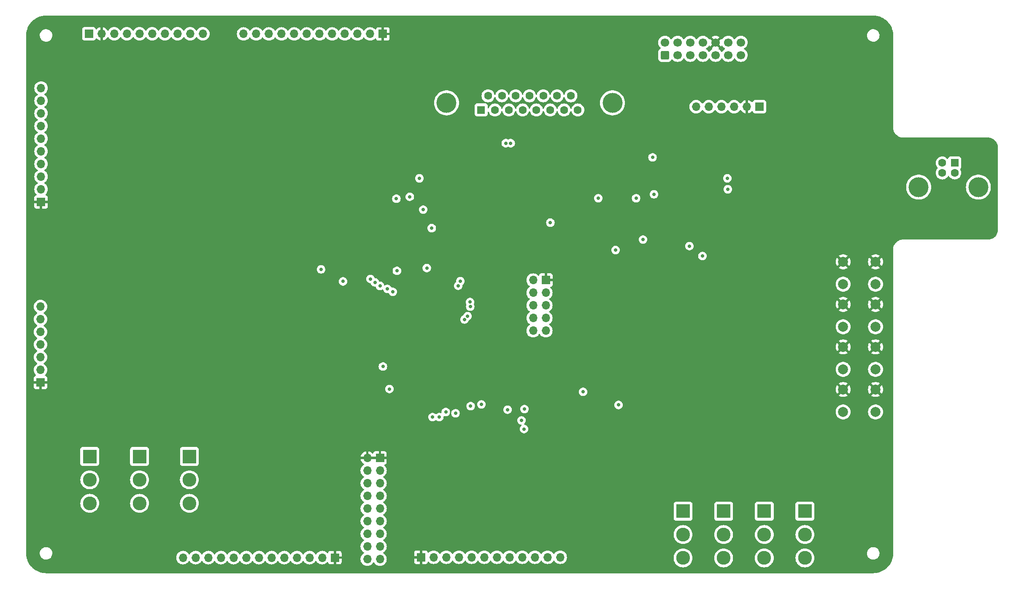
<source format=gbr>
%TF.GenerationSoftware,KiCad,Pcbnew,7.0.1*%
%TF.CreationDate,2023-05-19T12:51:24+02:00*%
%TF.ProjectId,XilinxFPGADevelopmentBoard,58696c69-6e78-4465-9047-41446576656c,rev?*%
%TF.SameCoordinates,Original*%
%TF.FileFunction,Copper,L3,Inr*%
%TF.FilePolarity,Positive*%
%FSLAX46Y46*%
G04 Gerber Fmt 4.6, Leading zero omitted, Abs format (unit mm)*
G04 Created by KiCad (PCBNEW 7.0.1) date 2023-05-19 12:51:24*
%MOMM*%
%LPD*%
G01*
G04 APERTURE LIST*
G04 Aperture macros list*
%AMRoundRect*
0 Rectangle with rounded corners*
0 $1 Rounding radius*
0 $2 $3 $4 $5 $6 $7 $8 $9 X,Y pos of 4 corners*
0 Add a 4 corners polygon primitive as box body*
4,1,4,$2,$3,$4,$5,$6,$7,$8,$9,$2,$3,0*
0 Add four circle primitives for the rounded corners*
1,1,$1+$1,$2,$3*
1,1,$1+$1,$4,$5*
1,1,$1+$1,$6,$7*
1,1,$1+$1,$8,$9*
0 Add four rect primitives between the rounded corners*
20,1,$1+$1,$2,$3,$4,$5,0*
20,1,$1+$1,$4,$5,$6,$7,0*
20,1,$1+$1,$6,$7,$8,$9,0*
20,1,$1+$1,$8,$9,$2,$3,0*%
G04 Aperture macros list end*
%TA.AperFunction,ComponentPad*%
%ADD10C,2.000000*%
%TD*%
%TA.AperFunction,ComponentPad*%
%ADD11R,1.700000X1.700000*%
%TD*%
%TA.AperFunction,ComponentPad*%
%ADD12O,1.700000X1.700000*%
%TD*%
%TA.AperFunction,ComponentPad*%
%ADD13R,2.775000X2.775000*%
%TD*%
%TA.AperFunction,ComponentPad*%
%ADD14C,2.775000*%
%TD*%
%TA.AperFunction,ComponentPad*%
%ADD15C,4.000000*%
%TD*%
%TA.AperFunction,ComponentPad*%
%ADD16R,1.600000X1.600000*%
%TD*%
%TA.AperFunction,ComponentPad*%
%ADD17C,1.600000*%
%TD*%
%TA.AperFunction,ComponentPad*%
%ADD18RoundRect,0.250000X0.600000X-0.600000X0.600000X0.600000X-0.600000X0.600000X-0.600000X-0.600000X0*%
%TD*%
%TA.AperFunction,ComponentPad*%
%ADD19C,1.700000*%
%TD*%
%TA.AperFunction,ViaPad*%
%ADD20C,0.700000*%
%TD*%
G04 APERTURE END LIST*
D10*
%TO.N,BUTTON_3*%
%TO.C,Button3*%
X239450000Y-110500000D03*
X232950000Y-110500000D03*
%TO.N,+3.3V*%
X239450000Y-106000000D03*
X232950000Y-106000000D03*
%TD*%
D11*
%TO.N,+3.3V*%
%TO.C,J5*%
X140575000Y-51700000D03*
D12*
%TO.N,IO_3b3*%
X138035000Y-51700000D03*
%TO.N,IO_4b3*%
X135495000Y-51700000D03*
%TO.N,IO_5b3*%
X132955000Y-51700000D03*
%TO.N,IO_6b3*%
X130415000Y-51700000D03*
%TO.N,IO_7b3*%
X127875000Y-51700000D03*
%TO.N,IO_8B3*%
X125335000Y-51700000D03*
%TO.N,IO_10b3*%
X122795000Y-51700000D03*
%TO.N,IO_11b3*%
X120255000Y-51700000D03*
%TO.N,IO_12b3{slash}LHCLK0*%
X117715000Y-51700000D03*
%TO.N,IO_13b3{slash}LHCLK1*%
X115175000Y-51700000D03*
%TO.N,GND*%
X112635000Y-51700000D03*
%TD*%
D11*
%TO.N,+3.3V*%
%TO.C,J12*%
X140000000Y-136840000D03*
D12*
X137460000Y-136840000D03*
%TO.N,PIN_62*%
X140000000Y-139380000D03*
%TO.N,PIN_60*%
X137460000Y-139380000D03*
%TO.N,PIN_63*%
X140000000Y-141920000D03*
%TO.N,PIN_59*%
X137460000Y-141920000D03*
%TO.N,PIN_64*%
X140000000Y-144460000D03*
%TO.N,PIN_58*%
X137460000Y-144460000D03*
%TO.N,PIN_68*%
X140000000Y-147000000D03*
%TO.N,PIN_57*%
X137460000Y-147000000D03*
%TO.N,PIN_69*%
X140000000Y-149540000D03*
%TO.N,PIN_55*%
X137460000Y-149540000D03*
%TO.N,PIN_70*%
X140000000Y-152080000D03*
%TO.N,PIN_54*%
X137460000Y-152080000D03*
%TO.N,GND*%
X140000000Y-154620000D03*
%TO.N,PIN_53*%
X137460000Y-154620000D03*
%TO.N,GND*%
X140000000Y-157160000D03*
X137460000Y-157160000D03*
%TD*%
D10*
%TO.N,BUTTON_2*%
%TO.C,Button2*%
X239450000Y-119050000D03*
X232950000Y-119050000D03*
%TO.N,+3.3V*%
X239450000Y-114550000D03*
X232950000Y-114550000D03*
%TD*%
D13*
%TO.N,Net-(SW1-A)*%
%TO.C,SW1*%
X81760000Y-136550000D03*
D14*
%TO.N,Net-(SW1-B)*%
X81760000Y-141250000D03*
%TO.N,GND*%
X81760000Y-145950000D03*
%TD*%
D15*
%TO.N,N/C*%
%TO.C,J2*%
X186660000Y-65545000D03*
X153360000Y-65545000D03*
D16*
%TO.N,/VGA Connector/VGA_RED*%
X160315000Y-66965000D03*
D17*
%TO.N,/VGA Connector/VGA_GREEN*%
X163085000Y-66965000D03*
%TO.N,/VGA Connector/VGA_BLUE*%
X165855000Y-66965000D03*
%TO.N,unconnected-(J2-Pad4)*%
X168625000Y-66965000D03*
%TO.N,GND*%
X171395000Y-66965000D03*
X174165000Y-66965000D03*
X176935000Y-66965000D03*
X179705000Y-66965000D03*
%TO.N,unconnected-(J2-Pad9)*%
X161700000Y-64125000D03*
%TO.N,GND*%
X164470000Y-64125000D03*
%TO.N,unconnected-(J2-Pad11)*%
X167240000Y-64125000D03*
%TO.N,unconnected-(J2-Pad12)*%
X170010000Y-64125000D03*
%TO.N,/VGA Connector/HSYNC_OUT*%
X172780000Y-64125000D03*
%TO.N,/VGA Connector/VSYNC_OUT*%
X175550000Y-64125000D03*
%TO.N,unconnected-(J2-Pad15)*%
X178320000Y-64125000D03*
%TD*%
D13*
%TO.N,Net-(SW9-A)*%
%TO.C,SW9*%
X208972733Y-147530000D03*
D14*
%TO.N,Net-(SW9-B)*%
X208972733Y-152230000D03*
%TO.N,GND*%
X208972733Y-156930000D03*
%TD*%
D11*
%TO.N,PIN_24*%
%TO.C,J8*%
X81600000Y-51675000D03*
D12*
%TO.N,+3.3V*%
X84140000Y-51675000D03*
%TO.N,PIN_35*%
X86680000Y-51675000D03*
%TO.N,PIN_21*%
X89220000Y-51675000D03*
%TO.N,PIN_20*%
X91760000Y-51675000D03*
%TO.N,PIN_19*%
X94300000Y-51675000D03*
%TO.N,PIN_18*%
X96840000Y-51675000D03*
%TO.N,PIN_16*%
X99380000Y-51675000D03*
%TO.N,PIN_15*%
X101920000Y-51675000D03*
%TO.N,GND*%
X104460000Y-51675000D03*
%TD*%
D11*
%TO.N,/USB Interface/{slash}MCLR*%
%TO.C,J4*%
X216150000Y-66300000D03*
D12*
%TO.N,+3.3V*%
X213610000Y-66300000D03*
%TO.N,GND*%
X211070000Y-66300000D03*
%TO.N,/USB Interface/PGD*%
X208530000Y-66300000D03*
%TO.N,/USB Interface/PGC*%
X205990000Y-66300000D03*
%TO.N,unconnected-(J4-Pin_6-Pad6)*%
X203450000Y-66300000D03*
%TD*%
D11*
%TO.N,+3.3V*%
%TO.C,J10*%
X173290000Y-101130000D03*
D12*
%TO.N,PIN_142*%
X170750000Y-101130000D03*
%TO.N,PIN_104*%
X173290000Y-103670000D03*
%TO.N,PIN_110*%
X170750000Y-103670000D03*
%TO.N,PIN_97*%
X173290000Y-106210000D03*
%TO.N,PIN_112*%
X170750000Y-106210000D03*
%TO.N,PIN_98*%
X173290000Y-108750000D03*
%TO.N,PIN_105*%
X170750000Y-108750000D03*
%TO.N,GND*%
X173290000Y-111290000D03*
X170750000Y-111290000D03*
%TD*%
D11*
%TO.N,+3.3V*%
%TO.C,J6*%
X71875000Y-121700000D03*
D12*
%TO.N,IO_124{slash}GCLK4*%
X71875000Y-119160000D03*
%TO.N,IO_125{slash}GCLK6*%
X71875000Y-116620000D03*
%TO.N,IO_126{slash}GCLK5*%
X71875000Y-114080000D03*
%TO.N,IO_127{slash}GCLK7*%
X71875000Y-111540000D03*
%TO.N,IO_129{slash}GCLK8*%
X71875000Y-109000000D03*
%TO.N,GND*%
X71875000Y-106460000D03*
%TD*%
D13*
%TO.N,Net-(SW8-A)*%
%TO.C,SW8*%
X217122733Y-147530000D03*
D14*
%TO.N,Net-(SW8-B)*%
X217122733Y-152230000D03*
%TO.N,GND*%
X217122733Y-156930000D03*
%TD*%
D11*
%TO.N,+3.3V*%
%TO.C,J7*%
X72000000Y-85425000D03*
D12*
%TO.N,PIN_32*%
X72000000Y-82885000D03*
%TO.N,PIN_31*%
X72000000Y-80345000D03*
%TO.N,PIN_30*%
X72000000Y-77805000D03*
%TO.N,PIN_29*%
X72000000Y-75265000D03*
%TO.N,PIN_28*%
X72000000Y-72725000D03*
%TO.N,PIN_27*%
X72000000Y-70185000D03*
%TO.N,GND*%
X72000000Y-67645000D03*
%TO.N,PIN_25*%
X72000000Y-65105000D03*
%TO.N,GND*%
X72000000Y-62565000D03*
%TD*%
D11*
%TO.N,+3.3V*%
%TO.C,J11*%
X148230000Y-156790000D03*
D12*
%TO.N,PIN_74*%
X150770000Y-156790000D03*
%TO.N,PIN_75*%
X153310000Y-156790000D03*
%TO.N,PIN_76*%
X155850000Y-156790000D03*
%TO.N,PIN_77*%
X158390000Y-156790000D03*
%TO.N,PIN_78*%
X160930000Y-156790000D03*
%TO.N,PIN_80*%
X163470000Y-156790000D03*
%TO.N,PIN_83*%
X166010000Y-156790000D03*
%TO.N,PIN_85*%
X168550000Y-156790000D03*
%TO.N,PIN_91*%
X171090000Y-156790000D03*
%TO.N,PIN_88*%
X173630000Y-156790000D03*
%TO.N,GND*%
X176170000Y-156790000D03*
%TD*%
D13*
%TO.N,Net-(SW7-A)*%
%TO.C,SW7*%
X225272733Y-147530000D03*
D14*
%TO.N,Net-(SW7-B)*%
X225272733Y-152230000D03*
%TO.N,GND*%
X225272733Y-156930000D03*
%TD*%
D16*
%TO.N,+5V*%
%TO.C,J3*%
X255340000Y-77610000D03*
D17*
%TO.N,/USB Interface/D-*%
X252840000Y-77610000D03*
%TO.N,/USB Interface/D+*%
X252840000Y-79610000D03*
%TO.N,GND*%
X255340000Y-79610000D03*
D15*
X260090000Y-82470000D03*
X248090000Y-82470000D03*
%TD*%
D13*
%TO.N,Net-(SW10-A)*%
%TO.C,SW10*%
X200822733Y-147530000D03*
D14*
%TO.N,Net-(SW10-B)*%
X200822733Y-152230000D03*
%TO.N,GND*%
X200822733Y-156930000D03*
%TD*%
D10*
%TO.N,BUTTON_4*%
%TO.C,Button4*%
X239450000Y-101950000D03*
X232950000Y-101950000D03*
%TO.N,+3.3V*%
X239450000Y-97450000D03*
X232950000Y-97450000D03*
%TD*%
D13*
%TO.N,Net-(SW3-A)*%
%TO.C,SW3*%
X101760000Y-136550000D03*
D14*
%TO.N,Net-(SW3-B)*%
X101760000Y-141250000D03*
%TO.N,GND*%
X101760000Y-145950000D03*
%TD*%
D18*
%TO.N,GND*%
%TO.C,J1*%
X197180000Y-55952500D03*
D19*
%TO.N,/FPGA & Misc/TMS*%
X197180000Y-53412500D03*
%TO.N,GND*%
X199720000Y-55952500D03*
%TO.N,/FPGA & Misc/TDI*%
X199720000Y-53412500D03*
%TO.N,GND*%
X202260000Y-55952500D03*
%TO.N,/FPGA & Misc/TDO*%
X202260000Y-53412500D03*
%TO.N,GND*%
X204800000Y-55952500D03*
%TO.N,/FPGA & Misc/TCK*%
X204800000Y-53412500D03*
%TO.N,GND*%
X207340000Y-55952500D03*
%TO.N,+3.3V*%
X207340000Y-53412500D03*
%TO.N,GND*%
X209880000Y-55952500D03*
%TO.N,unconnected-(J1-Pin_12-Pad12)*%
X209880000Y-53412500D03*
%TO.N,GND*%
X212420000Y-55952500D03*
%TO.N,unconnected-(J1-Pin_14-Pad14)*%
X212420000Y-53412500D03*
%TD*%
D13*
%TO.N,Net-(SW2-A)*%
%TO.C,SW2*%
X91760000Y-136550000D03*
D14*
%TO.N,Net-(SW2-B)*%
X91760000Y-141250000D03*
%TO.N,GND*%
X91760000Y-145950000D03*
%TD*%
D11*
%TO.N,+3.3V*%
%TO.C,J9*%
X130950000Y-156860000D03*
D12*
%TO.N,PIN_51*%
X128410000Y-156860000D03*
%TO.N,PIN_50*%
X125870000Y-156860000D03*
%TO.N,PIN_49*%
X123330000Y-156860000D03*
%TO.N,PIN_48*%
X120790000Y-156860000D03*
%TO.N,PIN_47*%
X118250000Y-156860000D03*
%TO.N,PIN_46*%
X115710000Y-156860000D03*
%TO.N,PIN_45*%
X113170000Y-156860000D03*
%TO.N,PIN_44*%
X110630000Y-156860000D03*
%TO.N,PIN_43*%
X108090000Y-156860000D03*
%TO.N,PIN_42*%
X105550000Y-156860000D03*
%TO.N,PIN_41*%
X103010000Y-156860000D03*
%TO.N,GND*%
X100470000Y-156860000D03*
%TD*%
D10*
%TO.N,BUTTON_1*%
%TO.C,Button1*%
X239450000Y-127600000D03*
X232950000Y-127600000D03*
%TO.N,+3.3V*%
X239450000Y-123100000D03*
X232950000Y-123100000D03*
%TD*%
D20*
%TO.N,+3.3V*%
X134580000Y-115800000D03*
X149780000Y-88560000D03*
X224080000Y-133580000D03*
X83770000Y-131360000D03*
X160570000Y-105500000D03*
X196200000Y-86810000D03*
X203040000Y-92470000D03*
X200690000Y-82310000D03*
X135560000Y-90450000D03*
X218990000Y-78760000D03*
X123740000Y-97510000D03*
X228570000Y-123340000D03*
X101880000Y-129570000D03*
X158190000Y-110130000D03*
X93270000Y-131310000D03*
X147780000Y-109730000D03*
X154500000Y-132250000D03*
X215580000Y-133720000D03*
X210690000Y-134280000D03*
X202390000Y-134090000D03*
%TO.N,/VGA Connector/HSYNC_OUT*%
X165240000Y-73634669D03*
%TO.N,/VGA Connector/VSYNC_OUT*%
X166240000Y-73634669D03*
%TO.N,PROG_B*%
X143300000Y-84800000D03*
X174200000Y-89600000D03*
%TO.N,DONE*%
X168420000Y-129310000D03*
X202100000Y-94300000D03*
%TO.N,INIT_B*%
X204700000Y-96300000D03*
X168930000Y-131040000D03*
%TO.N,MCU_CLK*%
X146000000Y-84400000D03*
X209700000Y-80700000D03*
%TO.N,MCU_MOSI*%
X147900000Y-80700000D03*
X194700000Y-76500000D03*
%TO.N,MCU_MISO*%
X148700000Y-87000000D03*
X195000000Y-83900000D03*
%TO.N,FPGA_CLK*%
X183800000Y-84700000D03*
X150400000Y-90700000D03*
%TO.N,RESET*%
X149400000Y-98700000D03*
X187300000Y-95100000D03*
%TO.N,CCLK*%
X140600000Y-118500000D03*
X209800000Y-82900000D03*
%TO.N,DIN*%
X192800000Y-93000000D03*
X141900000Y-123000000D03*
%TO.N,MCU_CS*%
X191400000Y-84700000D03*
X132600000Y-101400000D03*
%TO.N,IO_124{slash}GCLK4*%
X142600000Y-103500000D03*
%TO.N,IO_125{slash}GCLK6*%
X141500000Y-102900000D03*
%TO.N,IO_126{slash}GCLK5*%
X140000000Y-102300000D03*
%TO.N,IO_127{slash}GCLK7*%
X139000000Y-101600000D03*
%TO.N,IO_129{slash}GCLK8*%
X138100000Y-100900000D03*
%TO.N,PIN_35*%
X128170000Y-98980000D03*
%TO.N,PIN_142*%
X143400000Y-99280000D03*
%TO.N,PIN_110*%
X156110000Y-101350000D03*
%TO.N,PIN_104*%
X158120000Y-106450000D03*
%TO.N,PIN_112*%
X155710000Y-102270000D03*
%TO.N,PIN_98*%
X157590000Y-108360000D03*
%TO.N,PIN_105*%
X158060000Y-105550000D03*
%TO.N,PIN_97*%
X156971838Y-109049500D03*
%TO.N,PIN_74*%
X150570000Y-128650000D03*
%TO.N,PIN_75*%
X151920000Y-128650000D03*
%TO.N,PIN_76*%
X153210000Y-127630000D03*
%TO.N,PIN_77*%
X155160000Y-127880000D03*
%TO.N,PIN_78*%
X158200000Y-126450000D03*
%TO.N,PIN_80*%
X160350000Y-126100000D03*
%TO.N,PIN_83*%
X165620000Y-127160000D03*
%TO.N,PIN_85*%
X169000000Y-127040000D03*
%TO.N,PIN_88*%
X187860000Y-126210000D03*
%TO.N,PIN_91*%
X180750000Y-123580000D03*
%TD*%
%TA.AperFunction,Conductor*%
%TO.N,+3.3V*%
G36*
X239002854Y-48000632D02*
G01*
X239018811Y-48001369D01*
X239173088Y-48008502D01*
X239369795Y-48018166D01*
X239380787Y-48019201D01*
X239562876Y-48044601D01*
X239563781Y-48044732D01*
X239747261Y-48071949D01*
X239757413Y-48073892D01*
X239938614Y-48116510D01*
X239940023Y-48116852D01*
X240117874Y-48161401D01*
X240127091Y-48164096D01*
X240304478Y-48223550D01*
X240306618Y-48224292D01*
X240478220Y-48285692D01*
X240486519Y-48289004D01*
X240657980Y-48364712D01*
X240660909Y-48366051D01*
X240747263Y-48406892D01*
X240825119Y-48443715D01*
X240832411Y-48447465D01*
X240929135Y-48501341D01*
X240996435Y-48538827D01*
X240999810Y-48540777D01*
X241155371Y-48634017D01*
X241161670Y-48638058D01*
X241316699Y-48744256D01*
X241320459Y-48746935D01*
X241466009Y-48854882D01*
X241471305Y-48859040D01*
X241616009Y-48979200D01*
X241619947Y-48982617D01*
X241754206Y-49104303D01*
X241758590Y-49108478D01*
X241891520Y-49241408D01*
X241895698Y-49245795D01*
X242017375Y-49380045D01*
X242020805Y-49383998D01*
X242140951Y-49528684D01*
X242145124Y-49534000D01*
X242253041Y-49679509D01*
X242255742Y-49683299D01*
X242361940Y-49838328D01*
X242365999Y-49844656D01*
X242459200Y-50000153D01*
X242461171Y-50003563D01*
X242552525Y-50167573D01*
X242556291Y-50174896D01*
X242633947Y-50339089D01*
X242635286Y-50342018D01*
X242710994Y-50513479D01*
X242714311Y-50521791D01*
X242775666Y-50693265D01*
X242776487Y-50695634D01*
X242835894Y-50872881D01*
X242838606Y-50882157D01*
X242883104Y-51059803D01*
X242883526Y-51061543D01*
X242926101Y-51242562D01*
X242928053Y-51252758D01*
X242955257Y-51436156D01*
X242955410Y-51437218D01*
X242980794Y-51619184D01*
X242981834Y-51630232D01*
X242991512Y-51827238D01*
X242991529Y-51827595D01*
X242999368Y-51997145D01*
X242999500Y-52002872D01*
X242999500Y-70631121D01*
X243001810Y-70648663D01*
X243033730Y-70891116D01*
X243067597Y-71017509D01*
X243101602Y-71144419D01*
X243201957Y-71386697D01*
X243333076Y-71613804D01*
X243492717Y-71821850D01*
X243678149Y-72007282D01*
X243886195Y-72166923D01*
X243886197Y-72166924D01*
X244113303Y-72298043D01*
X244355581Y-72398398D01*
X244608884Y-72466270D01*
X244841783Y-72496932D01*
X244868879Y-72500500D01*
X244868880Y-72500500D01*
X244999901Y-72500500D01*
X245000000Y-72500500D01*
X245000500Y-72500500D01*
X261995935Y-72500500D01*
X262004042Y-72500764D01*
X262083586Y-72505978D01*
X262083767Y-72505991D01*
X262261587Y-72518709D01*
X262276904Y-72520772D01*
X262388378Y-72542945D01*
X262390437Y-72543374D01*
X262530240Y-72573786D01*
X262543703Y-72577522D01*
X262657725Y-72616228D01*
X262661074Y-72617420D01*
X262788808Y-72665062D01*
X262800300Y-72670024D01*
X262910687Y-72724461D01*
X262915187Y-72726798D01*
X263020254Y-72784169D01*
X263032478Y-72790844D01*
X263041942Y-72796574D01*
X263145269Y-72865615D01*
X263150688Y-72869450D01*
X263256727Y-72948830D01*
X263264145Y-72954844D01*
X263314659Y-72999143D01*
X263357976Y-73037131D01*
X263363898Y-73042678D01*
X263457320Y-73136100D01*
X263462867Y-73142022D01*
X263545150Y-73235848D01*
X263551173Y-73243278D01*
X263583779Y-73286833D01*
X263630548Y-73349310D01*
X263634383Y-73354729D01*
X263703424Y-73458056D01*
X263709154Y-73467520D01*
X263773183Y-73584779D01*
X263775556Y-73589348D01*
X263779036Y-73596404D01*
X263829969Y-73699687D01*
X263834938Y-73711196D01*
X263882556Y-73838863D01*
X263883793Y-73842338D01*
X263922470Y-73956276D01*
X263926217Y-73969777D01*
X263956613Y-74109508D01*
X263957064Y-74111675D01*
X263979224Y-74223080D01*
X263981291Y-74238425D01*
X263993995Y-74416046D01*
X263994045Y-74416781D01*
X263999234Y-74495942D01*
X263999500Y-74504053D01*
X263999500Y-90995947D01*
X263999234Y-91004058D01*
X263994045Y-91083217D01*
X263993995Y-91083952D01*
X263981291Y-91261573D01*
X263979224Y-91276918D01*
X263957064Y-91388323D01*
X263956613Y-91390490D01*
X263926217Y-91530221D01*
X263922470Y-91543722D01*
X263883793Y-91657660D01*
X263882556Y-91661135D01*
X263834938Y-91788802D01*
X263829969Y-91800311D01*
X263775564Y-91910635D01*
X263773183Y-91915219D01*
X263709154Y-92032478D01*
X263703424Y-92041942D01*
X263634383Y-92145269D01*
X263630548Y-92150688D01*
X263551181Y-92256711D01*
X263545142Y-92264160D01*
X263462867Y-92357976D01*
X263457320Y-92363898D01*
X263363898Y-92457320D01*
X263357976Y-92462867D01*
X263264160Y-92545142D01*
X263256711Y-92551181D01*
X263150688Y-92630548D01*
X263145269Y-92634383D01*
X263041942Y-92703424D01*
X263032478Y-92709154D01*
X262915219Y-92773183D01*
X262910635Y-92775564D01*
X262800311Y-92829969D01*
X262788802Y-92834938D01*
X262661135Y-92882556D01*
X262657660Y-92883793D01*
X262543722Y-92922470D01*
X262530221Y-92926217D01*
X262390490Y-92956613D01*
X262388323Y-92957064D01*
X262276918Y-92979224D01*
X262261573Y-92981291D01*
X262083952Y-92993995D01*
X262083217Y-92994045D01*
X262004058Y-92999234D01*
X261995947Y-92999500D01*
X244868879Y-92999500D01*
X244738881Y-93016615D01*
X244608884Y-93033730D01*
X244482232Y-93067665D01*
X244355580Y-93101602D01*
X244113302Y-93201957D01*
X243886195Y-93333076D01*
X243678149Y-93492717D01*
X243492717Y-93678149D01*
X243333076Y-93886195D01*
X243201957Y-94113302D01*
X243101602Y-94355580D01*
X243033730Y-94608885D01*
X242999500Y-94868879D01*
X242999500Y-155997128D01*
X242999368Y-156002855D01*
X242991529Y-156172404D01*
X242991512Y-156172761D01*
X242981834Y-156369766D01*
X242980794Y-156380814D01*
X242955410Y-156562780D01*
X242955257Y-156563842D01*
X242928053Y-156747240D01*
X242926101Y-156757436D01*
X242883526Y-156938455D01*
X242883104Y-156940195D01*
X242838606Y-157117841D01*
X242835894Y-157127117D01*
X242776487Y-157304364D01*
X242775666Y-157306733D01*
X242714311Y-157478207D01*
X242710994Y-157486519D01*
X242635286Y-157657980D01*
X242633947Y-157660909D01*
X242556291Y-157825102D01*
X242552525Y-157832425D01*
X242461171Y-157996435D01*
X242459200Y-157999845D01*
X242365999Y-158155342D01*
X242361940Y-158161670D01*
X242255742Y-158316699D01*
X242253041Y-158320489D01*
X242145135Y-158465984D01*
X242140935Y-158471334D01*
X242020851Y-158615947D01*
X242017331Y-158620004D01*
X241895717Y-158754183D01*
X241891520Y-158758590D01*
X241758590Y-158891520D01*
X241754183Y-158895717D01*
X241620004Y-159017331D01*
X241615947Y-159020851D01*
X241471334Y-159140935D01*
X241465984Y-159145135D01*
X241320489Y-159253041D01*
X241316699Y-159255742D01*
X241161670Y-159361940D01*
X241155342Y-159365999D01*
X240999845Y-159459200D01*
X240996435Y-159461171D01*
X240832425Y-159552525D01*
X240825102Y-159556291D01*
X240660909Y-159633947D01*
X240657980Y-159635286D01*
X240486519Y-159710994D01*
X240478207Y-159714311D01*
X240306733Y-159775666D01*
X240304364Y-159776487D01*
X240127117Y-159835894D01*
X240117841Y-159838606D01*
X239940195Y-159883104D01*
X239938455Y-159883526D01*
X239757436Y-159926101D01*
X239747240Y-159928053D01*
X239563842Y-159955257D01*
X239562780Y-159955410D01*
X239380814Y-159980794D01*
X239369766Y-159981834D01*
X239172931Y-159991503D01*
X239172575Y-159991520D01*
X239007393Y-159999158D01*
X239002854Y-159999368D01*
X238997128Y-159999500D01*
X73002872Y-159999500D01*
X72997145Y-159999368D01*
X72992305Y-159999144D01*
X72827423Y-159991520D01*
X72827067Y-159991503D01*
X72630232Y-159981834D01*
X72619184Y-159980794D01*
X72437218Y-159955410D01*
X72436156Y-159955257D01*
X72252758Y-159928053D01*
X72242562Y-159926101D01*
X72061543Y-159883526D01*
X72059803Y-159883104D01*
X71882157Y-159838606D01*
X71872881Y-159835894D01*
X71695634Y-159776487D01*
X71693265Y-159775666D01*
X71521791Y-159714311D01*
X71513479Y-159710994D01*
X71342018Y-159635286D01*
X71339089Y-159633947D01*
X71174896Y-159556291D01*
X71167573Y-159552525D01*
X71003563Y-159461171D01*
X71000153Y-159459200D01*
X70980648Y-159447509D01*
X70844645Y-159365992D01*
X70838328Y-159361940D01*
X70683299Y-159255742D01*
X70679509Y-159253041D01*
X70534000Y-159145124D01*
X70528684Y-159140951D01*
X70383998Y-159020805D01*
X70380045Y-159017375D01*
X70245795Y-158895698D01*
X70241408Y-158891520D01*
X70108478Y-158758590D01*
X70104303Y-158754206D01*
X69982617Y-158619947D01*
X69979200Y-158616009D01*
X69859040Y-158471305D01*
X69854882Y-158466009D01*
X69746935Y-158320459D01*
X69744256Y-158316699D01*
X69638058Y-158161670D01*
X69634017Y-158155371D01*
X69540777Y-157999810D01*
X69538827Y-157996435D01*
X69520780Y-157964035D01*
X69447465Y-157832411D01*
X69443715Y-157825119D01*
X69399392Y-157731404D01*
X69366051Y-157660909D01*
X69364712Y-157657980D01*
X69289004Y-157486519D01*
X69285692Y-157478220D01*
X69224292Y-157306618D01*
X69223550Y-157304478D01*
X69164096Y-157127091D01*
X69161401Y-157117874D01*
X69116852Y-156940023D01*
X69116510Y-156938614D01*
X69073892Y-156757413D01*
X69071949Y-156747261D01*
X69044732Y-156563781D01*
X69044588Y-156562780D01*
X69043446Y-156554592D01*
X69019201Y-156380787D01*
X69018166Y-156369795D01*
X69008480Y-156172611D01*
X69003104Y-156056328D01*
X71745709Y-156056328D01*
X71775925Y-156279388D01*
X71841813Y-156482171D01*
X71845483Y-156493464D01*
X71952148Y-156691681D01*
X72030555Y-156790000D01*
X72086378Y-156860000D01*
X72092492Y-156867666D01*
X72262004Y-157015765D01*
X72262006Y-157015766D01*
X72455237Y-157131216D01*
X72573214Y-157175493D01*
X72665976Y-157210307D01*
X72887453Y-157250500D01*
X73056153Y-157250500D01*
X73056155Y-157250500D01*
X73224188Y-157235377D01*
X73441170Y-157175493D01*
X73643973Y-157077829D01*
X73826078Y-156945522D01*
X73907845Y-156860000D01*
X99114340Y-156860000D01*
X99134936Y-157095407D01*
X99177341Y-157253663D01*
X99196097Y-157323663D01*
X99295965Y-157537830D01*
X99431505Y-157731401D01*
X99598599Y-157898495D01*
X99792170Y-158034035D01*
X100006337Y-158133903D01*
X100234592Y-158195063D01*
X100470000Y-158215659D01*
X100705408Y-158195063D01*
X100933663Y-158133903D01*
X101147830Y-158034035D01*
X101341401Y-157898495D01*
X101508495Y-157731401D01*
X101638426Y-157545839D01*
X101682743Y-157506975D01*
X101740000Y-157492964D01*
X101797257Y-157506975D01*
X101841573Y-157545839D01*
X101971505Y-157731401D01*
X102138599Y-157898495D01*
X102332170Y-158034035D01*
X102546337Y-158133903D01*
X102774592Y-158195063D01*
X103010000Y-158215659D01*
X103245408Y-158195063D01*
X103473663Y-158133903D01*
X103687830Y-158034035D01*
X103881401Y-157898495D01*
X104048495Y-157731401D01*
X104178426Y-157545839D01*
X104222743Y-157506975D01*
X104280000Y-157492964D01*
X104337257Y-157506975D01*
X104381573Y-157545839D01*
X104511505Y-157731401D01*
X104678599Y-157898495D01*
X104872170Y-158034035D01*
X105086337Y-158133903D01*
X105314592Y-158195063D01*
X105550000Y-158215659D01*
X105785408Y-158195063D01*
X106013663Y-158133903D01*
X106227830Y-158034035D01*
X106421401Y-157898495D01*
X106588495Y-157731401D01*
X106718426Y-157545839D01*
X106762743Y-157506975D01*
X106820000Y-157492964D01*
X106877257Y-157506975D01*
X106921573Y-157545839D01*
X107051505Y-157731401D01*
X107218599Y-157898495D01*
X107412170Y-158034035D01*
X107626337Y-158133903D01*
X107854592Y-158195063D01*
X108090000Y-158215659D01*
X108325408Y-158195063D01*
X108553663Y-158133903D01*
X108767830Y-158034035D01*
X108961401Y-157898495D01*
X109128495Y-157731401D01*
X109258426Y-157545839D01*
X109302743Y-157506975D01*
X109360000Y-157492964D01*
X109417257Y-157506975D01*
X109461573Y-157545839D01*
X109591505Y-157731401D01*
X109758599Y-157898495D01*
X109952170Y-158034035D01*
X110166337Y-158133903D01*
X110394592Y-158195063D01*
X110630000Y-158215659D01*
X110865408Y-158195063D01*
X111093663Y-158133903D01*
X111307830Y-158034035D01*
X111501401Y-157898495D01*
X111668495Y-157731401D01*
X111798426Y-157545839D01*
X111842743Y-157506975D01*
X111900000Y-157492964D01*
X111957257Y-157506975D01*
X112001573Y-157545839D01*
X112131505Y-157731401D01*
X112298599Y-157898495D01*
X112492170Y-158034035D01*
X112706337Y-158133903D01*
X112934592Y-158195063D01*
X113170000Y-158215659D01*
X113405408Y-158195063D01*
X113633663Y-158133903D01*
X113847830Y-158034035D01*
X114041401Y-157898495D01*
X114208495Y-157731401D01*
X114338426Y-157545839D01*
X114382743Y-157506975D01*
X114440000Y-157492964D01*
X114497257Y-157506975D01*
X114541573Y-157545839D01*
X114671505Y-157731401D01*
X114838599Y-157898495D01*
X115032170Y-158034035D01*
X115246337Y-158133903D01*
X115474592Y-158195063D01*
X115710000Y-158215659D01*
X115945408Y-158195063D01*
X116173663Y-158133903D01*
X116387830Y-158034035D01*
X116581401Y-157898495D01*
X116748495Y-157731401D01*
X116878426Y-157545839D01*
X116922743Y-157506975D01*
X116980000Y-157492964D01*
X117037257Y-157506975D01*
X117081573Y-157545839D01*
X117211505Y-157731401D01*
X117378599Y-157898495D01*
X117572170Y-158034035D01*
X117786337Y-158133903D01*
X118014592Y-158195063D01*
X118250000Y-158215659D01*
X118485408Y-158195063D01*
X118713663Y-158133903D01*
X118927830Y-158034035D01*
X119121401Y-157898495D01*
X119288495Y-157731401D01*
X119418426Y-157545839D01*
X119462743Y-157506975D01*
X119520000Y-157492964D01*
X119577257Y-157506975D01*
X119621573Y-157545839D01*
X119751505Y-157731401D01*
X119918599Y-157898495D01*
X120112170Y-158034035D01*
X120326337Y-158133903D01*
X120554592Y-158195063D01*
X120790000Y-158215659D01*
X121025408Y-158195063D01*
X121253663Y-158133903D01*
X121467830Y-158034035D01*
X121661401Y-157898495D01*
X121828495Y-157731401D01*
X121958426Y-157545839D01*
X122002743Y-157506975D01*
X122060000Y-157492964D01*
X122117257Y-157506975D01*
X122161573Y-157545839D01*
X122291505Y-157731401D01*
X122458599Y-157898495D01*
X122652170Y-158034035D01*
X122866337Y-158133903D01*
X123094592Y-158195063D01*
X123330000Y-158215659D01*
X123565408Y-158195063D01*
X123793663Y-158133903D01*
X124007830Y-158034035D01*
X124201401Y-157898495D01*
X124368495Y-157731401D01*
X124498426Y-157545839D01*
X124542743Y-157506975D01*
X124600000Y-157492964D01*
X124657257Y-157506975D01*
X124701573Y-157545839D01*
X124831505Y-157731401D01*
X124998599Y-157898495D01*
X125192170Y-158034035D01*
X125406337Y-158133903D01*
X125634592Y-158195063D01*
X125870000Y-158215659D01*
X126105408Y-158195063D01*
X126333663Y-158133903D01*
X126547830Y-158034035D01*
X126741401Y-157898495D01*
X126908495Y-157731401D01*
X127038426Y-157545839D01*
X127082743Y-157506975D01*
X127140000Y-157492964D01*
X127197257Y-157506975D01*
X127241573Y-157545839D01*
X127371505Y-157731401D01*
X127538599Y-157898495D01*
X127732170Y-158034035D01*
X127946337Y-158133903D01*
X128174592Y-158195063D01*
X128410000Y-158215659D01*
X128645408Y-158195063D01*
X128873663Y-158133903D01*
X129087830Y-158034035D01*
X129281401Y-157898495D01*
X129403717Y-157776178D01*
X129456460Y-157744885D01*
X129517752Y-157742696D01*
X129572597Y-157770149D01*
X129607577Y-157820528D01*
X129656647Y-157952088D01*
X129742811Y-158067188D01*
X129857910Y-158153352D01*
X129992624Y-158203597D01*
X130052176Y-158210000D01*
X130700000Y-158210000D01*
X130700000Y-157110000D01*
X131200000Y-157110000D01*
X131200000Y-158210000D01*
X131847824Y-158210000D01*
X131907375Y-158203597D01*
X132042089Y-158153352D01*
X132157188Y-158067188D01*
X132243352Y-157952089D01*
X132293597Y-157817375D01*
X132300000Y-157757824D01*
X132300000Y-157159999D01*
X136104340Y-157159999D01*
X136124936Y-157395407D01*
X136163098Y-157537830D01*
X136186097Y-157623663D01*
X136285965Y-157837830D01*
X136421505Y-158031401D01*
X136588599Y-158198495D01*
X136782170Y-158334035D01*
X136996337Y-158433903D01*
X137224592Y-158495063D01*
X137460000Y-158515659D01*
X137695408Y-158495063D01*
X137923663Y-158433903D01*
X138137830Y-158334035D01*
X138331401Y-158198495D01*
X138498495Y-158031401D01*
X138628426Y-157845839D01*
X138672743Y-157806975D01*
X138730000Y-157792964D01*
X138787257Y-157806975D01*
X138831573Y-157845839D01*
X138961505Y-158031401D01*
X139128599Y-158198495D01*
X139322170Y-158334035D01*
X139536337Y-158433903D01*
X139764592Y-158495063D01*
X140000000Y-158515659D01*
X140235408Y-158495063D01*
X140463663Y-158433903D01*
X140677830Y-158334035D01*
X140871401Y-158198495D01*
X141038495Y-158031401D01*
X141174035Y-157837830D01*
X141273903Y-157623663D01*
X141335063Y-157395408D01*
X141355659Y-157160000D01*
X141351970Y-157117841D01*
X141345160Y-157040000D01*
X146880000Y-157040000D01*
X146880000Y-157687824D01*
X146886402Y-157747375D01*
X146936647Y-157882089D01*
X147022811Y-157997188D01*
X147137910Y-158083352D01*
X147272624Y-158133597D01*
X147332176Y-158140000D01*
X147980000Y-158140000D01*
X148480000Y-158140000D01*
X149127824Y-158140000D01*
X149187375Y-158133597D01*
X149322089Y-158083352D01*
X149437188Y-157997188D01*
X149523352Y-157882089D01*
X149572422Y-157750528D01*
X149607401Y-157700149D01*
X149662246Y-157672696D01*
X149723539Y-157674885D01*
X149776285Y-157706181D01*
X149898599Y-157828495D01*
X150092170Y-157964035D01*
X150306337Y-158063903D01*
X150534591Y-158125062D01*
X150534592Y-158125063D01*
X150769999Y-158145659D01*
X150769999Y-158145658D01*
X150770000Y-158145659D01*
X151005408Y-158125063D01*
X151233663Y-158063903D01*
X151447830Y-157964035D01*
X151641401Y-157828495D01*
X151808495Y-157661401D01*
X151938426Y-157475839D01*
X151982743Y-157436975D01*
X152040000Y-157422964D01*
X152097257Y-157436975D01*
X152141573Y-157475839D01*
X152271505Y-157661401D01*
X152438599Y-157828495D01*
X152632170Y-157964035D01*
X152846337Y-158063903D01*
X153074591Y-158125062D01*
X153074592Y-158125063D01*
X153309999Y-158145659D01*
X153309999Y-158145658D01*
X153310000Y-158145659D01*
X153545408Y-158125063D01*
X153773663Y-158063903D01*
X153987830Y-157964035D01*
X154181401Y-157828495D01*
X154348495Y-157661401D01*
X154478426Y-157475839D01*
X154522743Y-157436975D01*
X154580000Y-157422964D01*
X154637257Y-157436975D01*
X154681573Y-157475839D01*
X154811505Y-157661401D01*
X154978599Y-157828495D01*
X155172170Y-157964035D01*
X155386337Y-158063903D01*
X155614591Y-158125062D01*
X155614592Y-158125063D01*
X155849999Y-158145659D01*
X155849999Y-158145658D01*
X155850000Y-158145659D01*
X156085408Y-158125063D01*
X156313663Y-158063903D01*
X156527830Y-157964035D01*
X156721401Y-157828495D01*
X156888495Y-157661401D01*
X157018426Y-157475839D01*
X157062743Y-157436975D01*
X157120000Y-157422964D01*
X157177257Y-157436975D01*
X157221573Y-157475839D01*
X157351505Y-157661401D01*
X157518599Y-157828495D01*
X157712170Y-157964035D01*
X157926337Y-158063903D01*
X158154591Y-158125062D01*
X158154592Y-158125063D01*
X158389999Y-158145659D01*
X158389999Y-158145658D01*
X158390000Y-158145659D01*
X158625408Y-158125063D01*
X158853663Y-158063903D01*
X159067830Y-157964035D01*
X159261401Y-157828495D01*
X159428495Y-157661401D01*
X159558426Y-157475839D01*
X159602743Y-157436975D01*
X159660000Y-157422964D01*
X159717257Y-157436975D01*
X159761573Y-157475839D01*
X159891505Y-157661401D01*
X160058599Y-157828495D01*
X160252170Y-157964035D01*
X160466337Y-158063903D01*
X160694591Y-158125062D01*
X160694592Y-158125063D01*
X160929999Y-158145659D01*
X160929999Y-158145658D01*
X160930000Y-158145659D01*
X161165408Y-158125063D01*
X161393663Y-158063903D01*
X161607830Y-157964035D01*
X161801401Y-157828495D01*
X161968495Y-157661401D01*
X162098426Y-157475839D01*
X162142743Y-157436975D01*
X162200000Y-157422964D01*
X162257257Y-157436975D01*
X162301573Y-157475839D01*
X162431505Y-157661401D01*
X162598599Y-157828495D01*
X162792170Y-157964035D01*
X163006337Y-158063903D01*
X163234591Y-158125062D01*
X163234592Y-158125063D01*
X163469999Y-158145659D01*
X163469999Y-158145658D01*
X163470000Y-158145659D01*
X163705408Y-158125063D01*
X163933663Y-158063903D01*
X164147830Y-157964035D01*
X164341401Y-157828495D01*
X164508495Y-157661401D01*
X164638426Y-157475839D01*
X164682743Y-157436975D01*
X164740000Y-157422964D01*
X164797257Y-157436975D01*
X164841573Y-157475839D01*
X164971505Y-157661401D01*
X165138599Y-157828495D01*
X165332170Y-157964035D01*
X165546337Y-158063903D01*
X165774591Y-158125062D01*
X165774592Y-158125063D01*
X166009999Y-158145659D01*
X166009999Y-158145658D01*
X166010000Y-158145659D01*
X166245408Y-158125063D01*
X166473663Y-158063903D01*
X166687830Y-157964035D01*
X166881401Y-157828495D01*
X167048495Y-157661401D01*
X167178426Y-157475839D01*
X167222743Y-157436975D01*
X167280000Y-157422964D01*
X167337257Y-157436975D01*
X167381573Y-157475839D01*
X167511505Y-157661401D01*
X167678599Y-157828495D01*
X167872170Y-157964035D01*
X168086337Y-158063903D01*
X168314591Y-158125062D01*
X168314592Y-158125063D01*
X168549999Y-158145659D01*
X168549999Y-158145658D01*
X168550000Y-158145659D01*
X168785408Y-158125063D01*
X169013663Y-158063903D01*
X169227830Y-157964035D01*
X169421401Y-157828495D01*
X169588495Y-157661401D01*
X169718426Y-157475839D01*
X169762743Y-157436975D01*
X169820000Y-157422964D01*
X169877257Y-157436975D01*
X169921573Y-157475839D01*
X170051505Y-157661401D01*
X170218599Y-157828495D01*
X170412170Y-157964035D01*
X170626337Y-158063903D01*
X170854591Y-158125062D01*
X170854592Y-158125063D01*
X171089999Y-158145659D01*
X171089999Y-158145658D01*
X171090000Y-158145659D01*
X171325408Y-158125063D01*
X171553663Y-158063903D01*
X171767830Y-157964035D01*
X171961401Y-157828495D01*
X172128495Y-157661401D01*
X172258426Y-157475839D01*
X172302743Y-157436975D01*
X172360000Y-157422964D01*
X172417257Y-157436975D01*
X172461573Y-157475839D01*
X172591505Y-157661401D01*
X172758599Y-157828495D01*
X172952170Y-157964035D01*
X173166337Y-158063903D01*
X173394591Y-158125062D01*
X173394592Y-158125063D01*
X173629999Y-158145659D01*
X173629999Y-158145658D01*
X173630000Y-158145659D01*
X173865408Y-158125063D01*
X174093663Y-158063903D01*
X174307830Y-157964035D01*
X174501401Y-157828495D01*
X174668495Y-157661401D01*
X174798426Y-157475839D01*
X174842743Y-157436975D01*
X174900000Y-157422964D01*
X174957257Y-157436975D01*
X175001573Y-157475839D01*
X175131505Y-157661401D01*
X175298599Y-157828495D01*
X175492170Y-157964035D01*
X175706337Y-158063903D01*
X175934591Y-158125062D01*
X175934592Y-158125063D01*
X176169999Y-158145659D01*
X176169999Y-158145658D01*
X176170000Y-158145659D01*
X176405408Y-158125063D01*
X176633663Y-158063903D01*
X176847830Y-157964035D01*
X177041401Y-157828495D01*
X177208495Y-157661401D01*
X177344035Y-157467830D01*
X177443903Y-157253663D01*
X177505063Y-157025408D01*
X177513410Y-156930000D01*
X198929909Y-156930000D01*
X198949176Y-157199377D01*
X199006581Y-157463265D01*
X199006583Y-157463270D01*
X199100961Y-157716307D01*
X199119647Y-157750528D01*
X199230387Y-157953335D01*
X199263215Y-157997188D01*
X199392233Y-158169535D01*
X199583198Y-158360500D01*
X199681253Y-158433903D01*
X199799397Y-158522345D01*
X199884134Y-158568614D01*
X200036426Y-158651772D01*
X200289463Y-158746150D01*
X200289466Y-158746150D01*
X200289467Y-158746151D01*
X200326390Y-158754183D01*
X200553356Y-158803557D01*
X200822733Y-158822823D01*
X201092110Y-158803557D01*
X201356003Y-158746150D01*
X201609040Y-158651772D01*
X201846070Y-158522344D01*
X202062268Y-158360500D01*
X202253233Y-158169535D01*
X202415077Y-157953337D01*
X202544505Y-157716307D01*
X202638883Y-157463270D01*
X202696290Y-157199377D01*
X202715556Y-156930000D01*
X207079909Y-156930000D01*
X207099176Y-157199377D01*
X207156581Y-157463265D01*
X207156583Y-157463270D01*
X207250961Y-157716307D01*
X207269647Y-157750528D01*
X207380387Y-157953335D01*
X207413215Y-157997188D01*
X207542233Y-158169535D01*
X207733198Y-158360500D01*
X207831253Y-158433903D01*
X207949397Y-158522345D01*
X208034134Y-158568614D01*
X208186426Y-158651772D01*
X208439463Y-158746150D01*
X208439466Y-158746150D01*
X208439467Y-158746151D01*
X208476390Y-158754183D01*
X208703356Y-158803557D01*
X208972733Y-158822823D01*
X209242110Y-158803557D01*
X209506003Y-158746150D01*
X209759040Y-158651772D01*
X209996070Y-158522344D01*
X210212268Y-158360500D01*
X210403233Y-158169535D01*
X210565077Y-157953337D01*
X210694505Y-157716307D01*
X210788883Y-157463270D01*
X210846290Y-157199377D01*
X210865556Y-156930000D01*
X215229909Y-156930000D01*
X215249176Y-157199377D01*
X215306581Y-157463265D01*
X215306583Y-157463270D01*
X215400961Y-157716307D01*
X215419647Y-157750528D01*
X215530387Y-157953335D01*
X215563215Y-157997188D01*
X215692233Y-158169535D01*
X215883198Y-158360500D01*
X215981253Y-158433903D01*
X216099397Y-158522345D01*
X216184134Y-158568614D01*
X216336426Y-158651772D01*
X216589463Y-158746150D01*
X216589466Y-158746150D01*
X216589467Y-158746151D01*
X216626390Y-158754183D01*
X216853356Y-158803557D01*
X217122733Y-158822823D01*
X217392110Y-158803557D01*
X217656003Y-158746150D01*
X217909040Y-158651772D01*
X218146070Y-158522344D01*
X218362268Y-158360500D01*
X218553233Y-158169535D01*
X218715077Y-157953337D01*
X218844505Y-157716307D01*
X218938883Y-157463270D01*
X218996290Y-157199377D01*
X219015556Y-156930000D01*
X223379909Y-156930000D01*
X223399176Y-157199377D01*
X223456581Y-157463265D01*
X223456583Y-157463270D01*
X223550961Y-157716307D01*
X223569647Y-157750528D01*
X223680387Y-157953335D01*
X223713215Y-157997188D01*
X223842233Y-158169535D01*
X224033198Y-158360500D01*
X224131253Y-158433903D01*
X224249397Y-158522345D01*
X224334134Y-158568614D01*
X224486426Y-158651772D01*
X224739463Y-158746150D01*
X224739466Y-158746150D01*
X224739467Y-158746151D01*
X224776390Y-158754183D01*
X225003356Y-158803557D01*
X225272733Y-158822823D01*
X225542110Y-158803557D01*
X225806003Y-158746150D01*
X226059040Y-158651772D01*
X226296070Y-158522344D01*
X226512268Y-158360500D01*
X226703233Y-158169535D01*
X226865077Y-157953337D01*
X226994505Y-157716307D01*
X227088883Y-157463270D01*
X227146290Y-157199377D01*
X227165556Y-156930000D01*
X227146290Y-156660623D01*
X227088883Y-156396730D01*
X226994505Y-156143693D01*
X226946800Y-156056328D01*
X237745709Y-156056328D01*
X237775925Y-156279388D01*
X237841813Y-156482171D01*
X237845483Y-156493464D01*
X237952148Y-156691681D01*
X238030555Y-156790000D01*
X238086378Y-156860000D01*
X238092492Y-156867666D01*
X238262004Y-157015765D01*
X238262006Y-157015766D01*
X238455237Y-157131216D01*
X238573214Y-157175493D01*
X238665976Y-157210307D01*
X238887453Y-157250500D01*
X239056153Y-157250500D01*
X239056155Y-157250500D01*
X239224188Y-157235377D01*
X239441170Y-157175493D01*
X239643973Y-157077829D01*
X239826078Y-156945522D01*
X239981632Y-156782825D01*
X240105635Y-156594968D01*
X240194103Y-156387988D01*
X240244191Y-156168537D01*
X240254290Y-155943670D01*
X240224075Y-155720613D01*
X240154517Y-155506536D01*
X240047852Y-155308319D01*
X239907508Y-155132334D01*
X239737996Y-154984235D01*
X239737993Y-154984233D01*
X239544762Y-154868783D01*
X239334025Y-154789693D01*
X239112547Y-154749500D01*
X238943845Y-154749500D01*
X238876631Y-154755549D01*
X238775809Y-154764623D01*
X238558828Y-154824507D01*
X238356027Y-154922170D01*
X238173925Y-155054475D01*
X238018365Y-155217178D01*
X237894365Y-155405031D01*
X237805896Y-155612012D01*
X237755809Y-155831462D01*
X237745709Y-156056328D01*
X226946800Y-156056328D01*
X226902454Y-155975114D01*
X226865078Y-155906664D01*
X226801328Y-155821505D01*
X226703233Y-155690465D01*
X226512268Y-155499500D01*
X226386072Y-155405031D01*
X226296068Y-155337654D01*
X226126592Y-155245114D01*
X226059040Y-155208228D01*
X225806003Y-155113850D01*
X225805998Y-155113848D01*
X225542110Y-155056443D01*
X225272733Y-155037176D01*
X225003355Y-155056443D01*
X224739467Y-155113848D01*
X224612944Y-155161038D01*
X224486426Y-155208228D01*
X224486423Y-155208229D01*
X224486422Y-155208230D01*
X224249397Y-155337654D01*
X224033195Y-155499502D01*
X223842235Y-155690462D01*
X223680387Y-155906664D01*
X223563075Y-156121508D01*
X223550961Y-156143693D01*
X223519876Y-156227036D01*
X223456581Y-156396734D01*
X223399176Y-156660622D01*
X223379909Y-156930000D01*
X219015556Y-156930000D01*
X218996290Y-156660623D01*
X218938883Y-156396730D01*
X218844505Y-156143693D01*
X218752454Y-155975114D01*
X218715078Y-155906664D01*
X218651328Y-155821505D01*
X218553233Y-155690465D01*
X218362268Y-155499500D01*
X218236072Y-155405031D01*
X218146068Y-155337654D01*
X217976592Y-155245114D01*
X217909040Y-155208228D01*
X217656003Y-155113850D01*
X217655998Y-155113848D01*
X217392110Y-155056443D01*
X217122733Y-155037176D01*
X216853355Y-155056443D01*
X216589467Y-155113848D01*
X216462944Y-155161038D01*
X216336426Y-155208228D01*
X216336423Y-155208229D01*
X216336422Y-155208230D01*
X216099397Y-155337654D01*
X215883195Y-155499502D01*
X215692235Y-155690462D01*
X215530387Y-155906664D01*
X215413075Y-156121508D01*
X215400961Y-156143693D01*
X215369876Y-156227036D01*
X215306581Y-156396734D01*
X215249176Y-156660622D01*
X215229909Y-156930000D01*
X210865556Y-156930000D01*
X210846290Y-156660623D01*
X210788883Y-156396730D01*
X210694505Y-156143693D01*
X210602454Y-155975114D01*
X210565078Y-155906664D01*
X210501328Y-155821505D01*
X210403233Y-155690465D01*
X210212268Y-155499500D01*
X210086072Y-155405031D01*
X209996068Y-155337654D01*
X209826592Y-155245114D01*
X209759040Y-155208228D01*
X209506003Y-155113850D01*
X209505998Y-155113848D01*
X209242110Y-155056443D01*
X208972733Y-155037176D01*
X208703355Y-155056443D01*
X208439467Y-155113848D01*
X208312944Y-155161038D01*
X208186426Y-155208228D01*
X208186423Y-155208229D01*
X208186422Y-155208230D01*
X207949397Y-155337654D01*
X207733195Y-155499502D01*
X207542235Y-155690462D01*
X207380387Y-155906664D01*
X207263075Y-156121508D01*
X207250961Y-156143693D01*
X207219876Y-156227036D01*
X207156581Y-156396734D01*
X207099176Y-156660622D01*
X207079909Y-156930000D01*
X202715556Y-156930000D01*
X202696290Y-156660623D01*
X202638883Y-156396730D01*
X202544505Y-156143693D01*
X202452454Y-155975114D01*
X202415078Y-155906664D01*
X202351328Y-155821505D01*
X202253233Y-155690465D01*
X202062268Y-155499500D01*
X201936072Y-155405031D01*
X201846068Y-155337654D01*
X201676592Y-155245114D01*
X201609040Y-155208228D01*
X201356003Y-155113850D01*
X201355998Y-155113848D01*
X201092110Y-155056443D01*
X200822733Y-155037176D01*
X200553355Y-155056443D01*
X200289467Y-155113848D01*
X200162944Y-155161038D01*
X200036426Y-155208228D01*
X200036423Y-155208229D01*
X200036422Y-155208230D01*
X199799397Y-155337654D01*
X199583195Y-155499502D01*
X199392235Y-155690462D01*
X199230387Y-155906664D01*
X199113075Y-156121508D01*
X199100961Y-156143693D01*
X199069876Y-156227036D01*
X199006581Y-156396734D01*
X198949176Y-156660622D01*
X198929909Y-156930000D01*
X177513410Y-156930000D01*
X177525659Y-156790000D01*
X177505063Y-156554592D01*
X177443903Y-156326337D01*
X177344035Y-156112171D01*
X177208495Y-155918599D01*
X177041401Y-155751505D01*
X176847830Y-155615965D01*
X176633663Y-155516097D01*
X176561074Y-155496647D01*
X176405407Y-155454936D01*
X176170000Y-155434340D01*
X175934592Y-155454936D01*
X175706336Y-155516097D01*
X175492170Y-155615965D01*
X175298598Y-155751505D01*
X175131505Y-155918598D01*
X175001575Y-156104159D01*
X174957257Y-156143025D01*
X174900000Y-156157036D01*
X174842743Y-156143025D01*
X174798425Y-156104159D01*
X174717509Y-155988599D01*
X174668495Y-155918599D01*
X174501401Y-155751505D01*
X174307830Y-155615965D01*
X174093663Y-155516097D01*
X174021074Y-155496647D01*
X173865407Y-155454936D01*
X173630000Y-155434340D01*
X173394592Y-155454936D01*
X173166336Y-155516097D01*
X172952170Y-155615965D01*
X172758598Y-155751505D01*
X172591505Y-155918598D01*
X172461575Y-156104159D01*
X172417257Y-156143025D01*
X172360000Y-156157036D01*
X172302743Y-156143025D01*
X172258425Y-156104159D01*
X172177509Y-155988599D01*
X172128495Y-155918599D01*
X171961401Y-155751505D01*
X171767830Y-155615965D01*
X171553663Y-155516097D01*
X171481074Y-155496647D01*
X171325407Y-155454936D01*
X171090000Y-155434340D01*
X170854592Y-155454936D01*
X170626336Y-155516097D01*
X170412170Y-155615965D01*
X170218598Y-155751505D01*
X170051505Y-155918598D01*
X169921575Y-156104159D01*
X169877257Y-156143025D01*
X169820000Y-156157036D01*
X169762743Y-156143025D01*
X169718425Y-156104159D01*
X169637509Y-155988599D01*
X169588495Y-155918599D01*
X169421401Y-155751505D01*
X169227830Y-155615965D01*
X169013663Y-155516097D01*
X168941074Y-155496647D01*
X168785407Y-155454936D01*
X168550000Y-155434340D01*
X168314592Y-155454936D01*
X168086336Y-155516097D01*
X167872170Y-155615965D01*
X167678598Y-155751505D01*
X167511505Y-155918598D01*
X167381575Y-156104159D01*
X167337257Y-156143025D01*
X167280000Y-156157036D01*
X167222743Y-156143025D01*
X167178425Y-156104159D01*
X167097509Y-155988599D01*
X167048495Y-155918599D01*
X166881401Y-155751505D01*
X166687830Y-155615965D01*
X166473663Y-155516097D01*
X166401074Y-155496647D01*
X166245407Y-155454936D01*
X166010000Y-155434340D01*
X165774592Y-155454936D01*
X165546336Y-155516097D01*
X165332170Y-155615965D01*
X165138598Y-155751505D01*
X164971505Y-155918598D01*
X164841575Y-156104159D01*
X164797257Y-156143025D01*
X164740000Y-156157036D01*
X164682743Y-156143025D01*
X164638425Y-156104159D01*
X164557509Y-155988599D01*
X164508495Y-155918599D01*
X164341401Y-155751505D01*
X164147830Y-155615965D01*
X163933663Y-155516097D01*
X163861074Y-155496647D01*
X163705407Y-155454936D01*
X163470000Y-155434340D01*
X163234592Y-155454936D01*
X163006336Y-155516097D01*
X162792170Y-155615965D01*
X162598598Y-155751505D01*
X162431505Y-155918598D01*
X162301575Y-156104159D01*
X162257257Y-156143025D01*
X162200000Y-156157036D01*
X162142743Y-156143025D01*
X162098425Y-156104159D01*
X162017509Y-155988599D01*
X161968495Y-155918599D01*
X161801401Y-155751505D01*
X161607830Y-155615965D01*
X161393663Y-155516097D01*
X161321074Y-155496647D01*
X161165407Y-155454936D01*
X160930000Y-155434340D01*
X160694592Y-155454936D01*
X160466336Y-155516097D01*
X160252170Y-155615965D01*
X160058598Y-155751505D01*
X159891505Y-155918598D01*
X159761575Y-156104159D01*
X159717257Y-156143025D01*
X159660000Y-156157036D01*
X159602743Y-156143025D01*
X159558425Y-156104159D01*
X159477509Y-155988599D01*
X159428495Y-155918599D01*
X159261401Y-155751505D01*
X159067830Y-155615965D01*
X158853663Y-155516097D01*
X158781074Y-155496647D01*
X158625407Y-155454936D01*
X158390000Y-155434340D01*
X158154592Y-155454936D01*
X157926336Y-155516097D01*
X157712170Y-155615965D01*
X157518598Y-155751505D01*
X157351505Y-155918598D01*
X157221575Y-156104159D01*
X157177257Y-156143025D01*
X157120000Y-156157036D01*
X157062743Y-156143025D01*
X157018425Y-156104159D01*
X156937509Y-155988599D01*
X156888495Y-155918599D01*
X156721401Y-155751505D01*
X156527830Y-155615965D01*
X156313663Y-155516097D01*
X156241074Y-155496647D01*
X156085407Y-155454936D01*
X155850000Y-155434340D01*
X155614592Y-155454936D01*
X155386336Y-155516097D01*
X155172170Y-155615965D01*
X154978598Y-155751505D01*
X154811505Y-155918598D01*
X154681575Y-156104159D01*
X154637257Y-156143025D01*
X154580000Y-156157036D01*
X154522743Y-156143025D01*
X154478425Y-156104159D01*
X154397509Y-155988599D01*
X154348495Y-155918599D01*
X154181401Y-155751505D01*
X153987830Y-155615965D01*
X153773663Y-155516097D01*
X153701074Y-155496647D01*
X153545407Y-155454936D01*
X153310000Y-155434340D01*
X153074592Y-155454936D01*
X152846336Y-155516097D01*
X152632170Y-155615965D01*
X152438598Y-155751505D01*
X152271505Y-155918598D01*
X152141575Y-156104159D01*
X152097257Y-156143025D01*
X152040000Y-156157036D01*
X151982743Y-156143025D01*
X151938425Y-156104159D01*
X151857509Y-155988599D01*
X151808495Y-155918599D01*
X151641401Y-155751505D01*
X151447830Y-155615965D01*
X151233663Y-155516097D01*
X151161074Y-155496647D01*
X151005407Y-155454936D01*
X150770000Y-155434340D01*
X150534592Y-155454936D01*
X150306336Y-155516097D01*
X150092170Y-155615965D01*
X149898601Y-155751503D01*
X149776285Y-155873819D01*
X149723539Y-155905114D01*
X149662246Y-155907303D01*
X149607401Y-155879850D01*
X149572422Y-155829471D01*
X149523352Y-155697911D01*
X149437188Y-155582811D01*
X149322089Y-155496647D01*
X149187375Y-155446402D01*
X149127824Y-155440000D01*
X148480000Y-155440000D01*
X148480000Y-158140000D01*
X147980000Y-158140000D01*
X147980000Y-157040000D01*
X146880000Y-157040000D01*
X141345160Y-157040000D01*
X141335063Y-156924592D01*
X141317756Y-156860000D01*
X141273903Y-156696337D01*
X141201001Y-156540000D01*
X146880000Y-156540000D01*
X147980000Y-156540000D01*
X147980000Y-155440000D01*
X147332176Y-155440000D01*
X147272624Y-155446402D01*
X147137910Y-155496647D01*
X147022811Y-155582811D01*
X146936647Y-155697910D01*
X146886402Y-155832624D01*
X146880000Y-155892176D01*
X146880000Y-156540000D01*
X141201001Y-156540000D01*
X141174035Y-156482171D01*
X141038495Y-156288599D01*
X140871401Y-156121505D01*
X140685839Y-155991573D01*
X140646975Y-155947257D01*
X140632964Y-155890000D01*
X140646975Y-155832743D01*
X140685839Y-155788426D01*
X140871401Y-155658495D01*
X141038495Y-155491401D01*
X141174035Y-155297830D01*
X141273903Y-155083663D01*
X141335063Y-154855408D01*
X141355659Y-154620000D01*
X141335063Y-154384592D01*
X141273903Y-154156337D01*
X141174035Y-153942171D01*
X141038495Y-153748599D01*
X140871401Y-153581505D01*
X140685839Y-153451573D01*
X140646975Y-153407257D01*
X140632964Y-153350000D01*
X140646975Y-153292743D01*
X140685839Y-153248426D01*
X140871401Y-153118495D01*
X141038495Y-152951401D01*
X141174035Y-152757830D01*
X141273903Y-152543663D01*
X141335063Y-152315408D01*
X141342535Y-152230000D01*
X198929909Y-152230000D01*
X198949176Y-152499377D01*
X199006581Y-152763265D01*
X199007542Y-152765841D01*
X199100961Y-153016307D01*
X199100963Y-153016310D01*
X199230387Y-153253335D01*
X199259888Y-153292743D01*
X199392233Y-153469535D01*
X199583198Y-153660500D01*
X199745346Y-153781883D01*
X199799397Y-153822345D01*
X199884134Y-153868614D01*
X200036426Y-153951772D01*
X200289463Y-154046150D01*
X200289466Y-154046150D01*
X200289467Y-154046151D01*
X200327024Y-154054321D01*
X200553356Y-154103557D01*
X200822733Y-154122823D01*
X201092110Y-154103557D01*
X201356003Y-154046150D01*
X201609040Y-153951772D01*
X201846070Y-153822344D01*
X202062268Y-153660500D01*
X202253233Y-153469535D01*
X202415077Y-153253337D01*
X202544505Y-153016307D01*
X202638883Y-152763270D01*
X202696290Y-152499377D01*
X202715556Y-152230000D01*
X207079909Y-152230000D01*
X207099176Y-152499377D01*
X207156581Y-152763265D01*
X207157542Y-152765841D01*
X207250961Y-153016307D01*
X207250963Y-153016310D01*
X207380387Y-153253335D01*
X207409888Y-153292743D01*
X207542233Y-153469535D01*
X207733198Y-153660500D01*
X207895346Y-153781883D01*
X207949397Y-153822345D01*
X208034134Y-153868614D01*
X208186426Y-153951772D01*
X208439463Y-154046150D01*
X208439466Y-154046150D01*
X208439467Y-154046151D01*
X208477024Y-154054321D01*
X208703356Y-154103557D01*
X208972733Y-154122823D01*
X209242110Y-154103557D01*
X209506003Y-154046150D01*
X209759040Y-153951772D01*
X209996070Y-153822344D01*
X210212268Y-153660500D01*
X210403233Y-153469535D01*
X210565077Y-153253337D01*
X210694505Y-153016307D01*
X210788883Y-152763270D01*
X210846290Y-152499377D01*
X210865556Y-152230000D01*
X215229909Y-152230000D01*
X215249176Y-152499377D01*
X215306581Y-152763265D01*
X215307542Y-152765841D01*
X215400961Y-153016307D01*
X215400963Y-153016310D01*
X215530387Y-153253335D01*
X215559888Y-153292743D01*
X215692233Y-153469535D01*
X215883198Y-153660500D01*
X216045346Y-153781883D01*
X216099397Y-153822345D01*
X216184134Y-153868614D01*
X216336426Y-153951772D01*
X216589463Y-154046150D01*
X216589466Y-154046150D01*
X216589467Y-154046151D01*
X216627024Y-154054321D01*
X216853356Y-154103557D01*
X217122733Y-154122823D01*
X217392110Y-154103557D01*
X217656003Y-154046150D01*
X217909040Y-153951772D01*
X218146070Y-153822344D01*
X218362268Y-153660500D01*
X218553233Y-153469535D01*
X218715077Y-153253337D01*
X218844505Y-153016307D01*
X218938883Y-152763270D01*
X218996290Y-152499377D01*
X219015556Y-152230000D01*
X223379909Y-152230000D01*
X223399176Y-152499377D01*
X223456581Y-152763265D01*
X223457542Y-152765841D01*
X223550961Y-153016307D01*
X223550963Y-153016310D01*
X223680387Y-153253335D01*
X223709888Y-153292743D01*
X223842233Y-153469535D01*
X224033198Y-153660500D01*
X224195346Y-153781883D01*
X224249397Y-153822345D01*
X224334134Y-153868614D01*
X224486426Y-153951772D01*
X224739463Y-154046150D01*
X224739466Y-154046150D01*
X224739467Y-154046151D01*
X224777024Y-154054321D01*
X225003356Y-154103557D01*
X225272733Y-154122823D01*
X225542110Y-154103557D01*
X225806003Y-154046150D01*
X226059040Y-153951772D01*
X226296070Y-153822344D01*
X226512268Y-153660500D01*
X226703233Y-153469535D01*
X226865077Y-153253337D01*
X226994505Y-153016307D01*
X227088883Y-152763270D01*
X227146290Y-152499377D01*
X227165556Y-152230000D01*
X227146290Y-151960623D01*
X227088883Y-151696730D01*
X226994505Y-151443693D01*
X226911347Y-151291401D01*
X226865078Y-151206664D01*
X226741441Y-151041505D01*
X226703233Y-150990465D01*
X226512268Y-150799500D01*
X226390606Y-150708425D01*
X226296068Y-150637654D01*
X226126592Y-150545114D01*
X226059040Y-150508228D01*
X225806003Y-150413850D01*
X225805998Y-150413848D01*
X225542110Y-150356443D01*
X225272732Y-150337176D01*
X225003355Y-150356443D01*
X224739467Y-150413848D01*
X224612944Y-150461038D01*
X224486426Y-150508228D01*
X224486423Y-150508229D01*
X224486422Y-150508230D01*
X224249397Y-150637654D01*
X224033195Y-150799502D01*
X223842235Y-150990462D01*
X223680387Y-151206664D01*
X223556786Y-151433025D01*
X223550961Y-151443693D01*
X223503772Y-151570211D01*
X223456581Y-151696734D01*
X223399176Y-151960622D01*
X223379909Y-152230000D01*
X219015556Y-152230000D01*
X218996290Y-151960623D01*
X218938883Y-151696730D01*
X218844505Y-151443693D01*
X218761347Y-151291401D01*
X218715078Y-151206664D01*
X218591441Y-151041505D01*
X218553233Y-150990465D01*
X218362268Y-150799500D01*
X218240606Y-150708425D01*
X218146068Y-150637654D01*
X217976592Y-150545114D01*
X217909040Y-150508228D01*
X217656003Y-150413850D01*
X217655998Y-150413848D01*
X217392110Y-150356443D01*
X217122732Y-150337176D01*
X216853355Y-150356443D01*
X216589467Y-150413848D01*
X216462944Y-150461038D01*
X216336426Y-150508228D01*
X216336423Y-150508229D01*
X216336422Y-150508230D01*
X216099397Y-150637654D01*
X215883195Y-150799502D01*
X215692235Y-150990462D01*
X215530387Y-151206664D01*
X215406786Y-151433025D01*
X215400961Y-151443693D01*
X215353772Y-151570211D01*
X215306581Y-151696734D01*
X215249176Y-151960622D01*
X215229909Y-152230000D01*
X210865556Y-152230000D01*
X210846290Y-151960623D01*
X210788883Y-151696730D01*
X210694505Y-151443693D01*
X210611347Y-151291401D01*
X210565078Y-151206664D01*
X210441441Y-151041505D01*
X210403233Y-150990465D01*
X210212268Y-150799500D01*
X210090606Y-150708425D01*
X209996068Y-150637654D01*
X209826592Y-150545114D01*
X209759040Y-150508228D01*
X209506003Y-150413850D01*
X209505998Y-150413848D01*
X209242110Y-150356443D01*
X208972732Y-150337176D01*
X208703355Y-150356443D01*
X208439467Y-150413848D01*
X208312944Y-150461038D01*
X208186426Y-150508228D01*
X208186423Y-150508229D01*
X208186422Y-150508230D01*
X207949397Y-150637654D01*
X207733195Y-150799502D01*
X207542235Y-150990462D01*
X207380387Y-151206664D01*
X207256786Y-151433025D01*
X207250961Y-151443693D01*
X207203772Y-151570211D01*
X207156581Y-151696734D01*
X207099176Y-151960622D01*
X207079909Y-152230000D01*
X202715556Y-152230000D01*
X202696290Y-151960623D01*
X202638883Y-151696730D01*
X202544505Y-151443693D01*
X202461347Y-151291401D01*
X202415078Y-151206664D01*
X202291441Y-151041505D01*
X202253233Y-150990465D01*
X202062268Y-150799500D01*
X201940606Y-150708425D01*
X201846068Y-150637654D01*
X201676592Y-150545114D01*
X201609040Y-150508228D01*
X201356003Y-150413850D01*
X201355998Y-150413848D01*
X201092110Y-150356443D01*
X200822732Y-150337176D01*
X200553355Y-150356443D01*
X200289467Y-150413848D01*
X200162944Y-150461038D01*
X200036426Y-150508228D01*
X200036423Y-150508229D01*
X200036422Y-150508230D01*
X199799397Y-150637654D01*
X199583195Y-150799502D01*
X199392235Y-150990462D01*
X199230387Y-151206664D01*
X199106786Y-151433025D01*
X199100961Y-151443693D01*
X199053772Y-151570211D01*
X199006581Y-151696734D01*
X198949176Y-151960622D01*
X198929909Y-152230000D01*
X141342535Y-152230000D01*
X141355659Y-152080000D01*
X141335063Y-151844592D01*
X141273903Y-151616337D01*
X141174035Y-151402171D01*
X141038495Y-151208599D01*
X140871401Y-151041505D01*
X140685839Y-150911573D01*
X140646975Y-150867257D01*
X140632964Y-150810000D01*
X140646975Y-150752743D01*
X140685839Y-150708426D01*
X140871401Y-150578495D01*
X141038495Y-150411401D01*
X141174035Y-150217830D01*
X141273903Y-150003663D01*
X141335063Y-149775408D01*
X141355659Y-149540000D01*
X141335063Y-149304592D01*
X141273903Y-149076337D01*
X141222157Y-148965369D01*
X198934733Y-148965369D01*
X198941142Y-149024983D01*
X198991437Y-149159831D01*
X199077687Y-149275046D01*
X199192902Y-149361296D01*
X199327750Y-149411591D01*
X199387360Y-149418000D01*
X202258105Y-149417999D01*
X202317716Y-149411591D01*
X202452564Y-149361296D01*
X202567779Y-149275046D01*
X202654029Y-149159831D01*
X202704324Y-149024983D01*
X202710733Y-148965373D01*
X202710733Y-148965369D01*
X207084733Y-148965369D01*
X207091142Y-149024983D01*
X207141437Y-149159831D01*
X207227687Y-149275046D01*
X207342902Y-149361296D01*
X207477750Y-149411591D01*
X207537360Y-149418000D01*
X210408105Y-149417999D01*
X210467716Y-149411591D01*
X210602564Y-149361296D01*
X210717779Y-149275046D01*
X210804029Y-149159831D01*
X210854324Y-149024983D01*
X210860733Y-148965373D01*
X210860733Y-148965369D01*
X215234733Y-148965369D01*
X215241142Y-149024983D01*
X215291437Y-149159831D01*
X215377687Y-149275046D01*
X215492902Y-149361296D01*
X215627750Y-149411591D01*
X215687360Y-149418000D01*
X218558105Y-149417999D01*
X218617716Y-149411591D01*
X218752564Y-149361296D01*
X218867779Y-149275046D01*
X218954029Y-149159831D01*
X219004324Y-149024983D01*
X219010733Y-148965373D01*
X219010733Y-148965369D01*
X223384733Y-148965369D01*
X223391142Y-149024983D01*
X223441437Y-149159831D01*
X223527687Y-149275046D01*
X223642902Y-149361296D01*
X223777750Y-149411591D01*
X223837360Y-149418000D01*
X226708105Y-149417999D01*
X226767716Y-149411591D01*
X226902564Y-149361296D01*
X227017779Y-149275046D01*
X227104029Y-149159831D01*
X227154324Y-149024983D01*
X227160733Y-148965373D01*
X227160732Y-146094628D01*
X227154324Y-146035017D01*
X227104029Y-145900169D01*
X227017779Y-145784954D01*
X226902564Y-145698704D01*
X226767716Y-145648409D01*
X226708106Y-145642000D01*
X226708102Y-145642000D01*
X223837363Y-145642000D01*
X223777748Y-145648409D01*
X223642902Y-145698704D01*
X223527687Y-145784954D01*
X223441437Y-145900168D01*
X223391142Y-146035016D01*
X223384733Y-146094630D01*
X223384733Y-148965369D01*
X219010733Y-148965369D01*
X219010732Y-146094628D01*
X219004324Y-146035017D01*
X218954029Y-145900169D01*
X218867779Y-145784954D01*
X218752564Y-145698704D01*
X218617716Y-145648409D01*
X218558106Y-145642000D01*
X218558102Y-145642000D01*
X215687363Y-145642000D01*
X215627748Y-145648409D01*
X215492902Y-145698704D01*
X215377687Y-145784954D01*
X215291437Y-145900168D01*
X215241142Y-146035016D01*
X215234733Y-146094630D01*
X215234733Y-148965369D01*
X210860733Y-148965369D01*
X210860732Y-146094628D01*
X210854324Y-146035017D01*
X210804029Y-145900169D01*
X210717779Y-145784954D01*
X210602564Y-145698704D01*
X210467716Y-145648409D01*
X210408106Y-145642000D01*
X210408102Y-145642000D01*
X207537363Y-145642000D01*
X207477748Y-145648409D01*
X207342902Y-145698704D01*
X207227687Y-145784954D01*
X207141437Y-145900168D01*
X207091142Y-146035016D01*
X207084733Y-146094630D01*
X207084733Y-148965369D01*
X202710733Y-148965369D01*
X202710732Y-146094628D01*
X202704324Y-146035017D01*
X202654029Y-145900169D01*
X202567779Y-145784954D01*
X202452564Y-145698704D01*
X202317716Y-145648409D01*
X202258106Y-145642000D01*
X202258102Y-145642000D01*
X199387363Y-145642000D01*
X199327748Y-145648409D01*
X199192902Y-145698704D01*
X199077687Y-145784954D01*
X198991437Y-145900168D01*
X198941142Y-146035016D01*
X198934733Y-146094630D01*
X198934733Y-148965369D01*
X141222157Y-148965369D01*
X141174035Y-148862171D01*
X141038495Y-148668599D01*
X140871401Y-148501505D01*
X140685839Y-148371573D01*
X140646975Y-148327257D01*
X140632964Y-148270000D01*
X140646975Y-148212743D01*
X140685839Y-148168426D01*
X140871401Y-148038495D01*
X141038495Y-147871401D01*
X141174035Y-147677830D01*
X141273903Y-147463663D01*
X141335063Y-147235408D01*
X141355659Y-147000000D01*
X141335063Y-146764592D01*
X141273903Y-146536337D01*
X141174035Y-146322171D01*
X141038495Y-146128599D01*
X140871401Y-145961505D01*
X140685839Y-145831573D01*
X140646976Y-145787257D01*
X140632965Y-145730000D01*
X140646976Y-145672743D01*
X140685839Y-145628426D01*
X140871401Y-145498495D01*
X141038495Y-145331401D01*
X141174035Y-145137830D01*
X141273903Y-144923663D01*
X141335063Y-144695408D01*
X141355659Y-144460000D01*
X141335063Y-144224592D01*
X141273903Y-143996337D01*
X141174035Y-143782171D01*
X141038495Y-143588599D01*
X140871401Y-143421505D01*
X140685839Y-143291573D01*
X140646975Y-143247257D01*
X140632964Y-143190000D01*
X140646975Y-143132743D01*
X140685839Y-143088426D01*
X140871401Y-142958495D01*
X141038495Y-142791401D01*
X141174035Y-142597830D01*
X141273903Y-142383663D01*
X141335063Y-142155408D01*
X141355659Y-141920000D01*
X141335063Y-141684592D01*
X141273903Y-141456337D01*
X141174035Y-141242171D01*
X141038495Y-141048599D01*
X140871401Y-140881505D01*
X140685839Y-140751573D01*
X140646975Y-140707257D01*
X140632964Y-140650000D01*
X140646975Y-140592743D01*
X140685839Y-140548426D01*
X140871401Y-140418495D01*
X141038495Y-140251401D01*
X141174035Y-140057830D01*
X141273903Y-139843663D01*
X141335063Y-139615408D01*
X141355659Y-139380000D01*
X141335063Y-139144592D01*
X141273903Y-138916337D01*
X141174035Y-138702171D01*
X141038495Y-138508599D01*
X140916181Y-138386285D01*
X140884885Y-138333539D01*
X140882696Y-138272246D01*
X140910149Y-138217401D01*
X140960528Y-138182422D01*
X141092089Y-138133352D01*
X141207188Y-138047188D01*
X141293352Y-137932089D01*
X141343597Y-137797375D01*
X141350000Y-137737824D01*
X141350000Y-137090000D01*
X136129364Y-137090000D01*
X136186569Y-137303492D01*
X136286399Y-137517576D01*
X136421893Y-137711081D01*
X136588918Y-137878106D01*
X136774595Y-138008119D01*
X136813460Y-138052437D01*
X136827471Y-138109694D01*
X136813460Y-138166951D01*
X136774595Y-138211269D01*
X136588595Y-138341508D01*
X136421505Y-138508598D01*
X136285965Y-138702170D01*
X136186097Y-138916336D01*
X136124936Y-139144592D01*
X136104340Y-139379999D01*
X136124936Y-139615407D01*
X136136257Y-139657656D01*
X136186097Y-139843663D01*
X136285965Y-140057830D01*
X136421505Y-140251401D01*
X136588599Y-140418495D01*
X136774160Y-140548426D01*
X136813024Y-140592743D01*
X136827035Y-140650000D01*
X136813024Y-140707257D01*
X136774159Y-140751575D01*
X136588595Y-140881508D01*
X136421505Y-141048598D01*
X136285965Y-141242170D01*
X136186097Y-141456336D01*
X136124936Y-141684592D01*
X136104340Y-141920000D01*
X136124936Y-142155407D01*
X136169709Y-142322501D01*
X136186097Y-142383663D01*
X136285965Y-142597830D01*
X136421505Y-142791401D01*
X136588599Y-142958495D01*
X136774160Y-143088426D01*
X136813024Y-143132743D01*
X136827035Y-143190000D01*
X136813024Y-143247257D01*
X136774159Y-143291575D01*
X136588595Y-143421508D01*
X136421505Y-143588598D01*
X136285965Y-143782170D01*
X136186097Y-143996336D01*
X136124936Y-144224592D01*
X136104340Y-144460000D01*
X136124936Y-144695407D01*
X136128971Y-144710465D01*
X136186097Y-144923663D01*
X136285965Y-145137830D01*
X136421505Y-145331401D01*
X136588599Y-145498495D01*
X136774160Y-145628426D01*
X136813024Y-145672743D01*
X136827035Y-145730000D01*
X136813024Y-145787257D01*
X136774158Y-145831575D01*
X136605032Y-145949999D01*
X136588595Y-145961508D01*
X136421505Y-146128598D01*
X136285965Y-146322170D01*
X136186097Y-146536336D01*
X136124936Y-146764592D01*
X136104340Y-147000000D01*
X136124936Y-147235407D01*
X136163813Y-147380497D01*
X136186097Y-147463663D01*
X136285965Y-147677830D01*
X136421505Y-147871401D01*
X136588599Y-148038495D01*
X136774160Y-148168426D01*
X136813024Y-148212743D01*
X136827035Y-148270000D01*
X136813024Y-148327257D01*
X136774159Y-148371575D01*
X136588595Y-148501508D01*
X136421505Y-148668598D01*
X136285965Y-148862170D01*
X136186097Y-149076336D01*
X136124936Y-149304592D01*
X136104340Y-149539999D01*
X136124936Y-149775407D01*
X136169709Y-149942501D01*
X136186097Y-150003663D01*
X136285965Y-150217830D01*
X136421505Y-150411401D01*
X136588599Y-150578495D01*
X136774160Y-150708426D01*
X136813024Y-150752743D01*
X136827035Y-150810000D01*
X136813024Y-150867257D01*
X136774159Y-150911575D01*
X136588595Y-151041508D01*
X136421505Y-151208598D01*
X136285965Y-151402170D01*
X136186097Y-151616336D01*
X136124936Y-151844592D01*
X136104340Y-152080000D01*
X136124936Y-152315407D01*
X136169709Y-152482502D01*
X136186097Y-152543663D01*
X136285965Y-152757830D01*
X136421505Y-152951401D01*
X136588599Y-153118495D01*
X136774160Y-153248426D01*
X136813024Y-153292743D01*
X136827035Y-153350000D01*
X136813024Y-153407257D01*
X136774159Y-153451575D01*
X136588595Y-153581508D01*
X136421505Y-153748598D01*
X136285965Y-153942170D01*
X136186097Y-154156336D01*
X136124936Y-154384592D01*
X136104340Y-154620000D01*
X136124936Y-154855407D01*
X136159455Y-154984233D01*
X136186097Y-155083663D01*
X136285965Y-155297830D01*
X136421505Y-155491401D01*
X136588599Y-155658495D01*
X136774160Y-155788426D01*
X136813024Y-155832743D01*
X136827035Y-155890000D01*
X136813024Y-155947257D01*
X136774159Y-155991575D01*
X136762841Y-155999500D01*
X136601930Y-156112171D01*
X136588595Y-156121508D01*
X136421505Y-156288598D01*
X136285965Y-156482170D01*
X136186097Y-156696336D01*
X136124936Y-156924592D01*
X136104340Y-157159999D01*
X132300000Y-157159999D01*
X132300000Y-157110000D01*
X131200000Y-157110000D01*
X130700000Y-157110000D01*
X130700000Y-155510000D01*
X131200000Y-155510000D01*
X131200000Y-156610000D01*
X132300000Y-156610000D01*
X132300000Y-155962176D01*
X132293597Y-155902624D01*
X132243352Y-155767910D01*
X132157188Y-155652811D01*
X132042089Y-155566647D01*
X131907375Y-155516402D01*
X131847824Y-155510000D01*
X131200000Y-155510000D01*
X130700000Y-155510000D01*
X130052176Y-155510000D01*
X129992624Y-155516402D01*
X129857910Y-155566647D01*
X129742811Y-155652811D01*
X129656646Y-155767913D01*
X129607576Y-155899472D01*
X129572597Y-155949850D01*
X129517753Y-155977303D01*
X129456460Y-155975114D01*
X129403714Y-155943818D01*
X129281404Y-155821508D01*
X129281403Y-155821507D01*
X129281401Y-155821505D01*
X129087830Y-155685965D01*
X128873663Y-155586097D01*
X128801074Y-155566647D01*
X128645407Y-155524936D01*
X128410000Y-155504340D01*
X128174592Y-155524936D01*
X127946336Y-155586097D01*
X127732170Y-155685965D01*
X127538598Y-155821505D01*
X127371505Y-155988598D01*
X127241575Y-156174159D01*
X127197257Y-156213025D01*
X127140000Y-156227036D01*
X127082743Y-156213025D01*
X127038425Y-156174159D01*
X126989411Y-156104159D01*
X126908495Y-155988599D01*
X126741401Y-155821505D01*
X126547830Y-155685965D01*
X126333663Y-155586097D01*
X126261074Y-155566647D01*
X126105407Y-155524936D01*
X125870000Y-155504340D01*
X125634592Y-155524936D01*
X125406336Y-155586097D01*
X125192170Y-155685965D01*
X124998598Y-155821505D01*
X124831505Y-155988598D01*
X124701575Y-156174159D01*
X124657257Y-156213025D01*
X124600000Y-156227036D01*
X124542743Y-156213025D01*
X124498425Y-156174159D01*
X124449411Y-156104159D01*
X124368495Y-155988599D01*
X124201401Y-155821505D01*
X124007830Y-155685965D01*
X123793663Y-155586097D01*
X123721074Y-155566647D01*
X123565407Y-155524936D01*
X123330000Y-155504340D01*
X123094592Y-155524936D01*
X122866336Y-155586097D01*
X122652170Y-155685965D01*
X122458598Y-155821505D01*
X122291505Y-155988598D01*
X122161575Y-156174159D01*
X122117257Y-156213025D01*
X122060000Y-156227036D01*
X122002743Y-156213025D01*
X121958425Y-156174159D01*
X121909411Y-156104159D01*
X121828495Y-155988599D01*
X121661401Y-155821505D01*
X121467830Y-155685965D01*
X121253663Y-155586097D01*
X121181074Y-155566647D01*
X121025407Y-155524936D01*
X120790000Y-155504340D01*
X120554592Y-155524936D01*
X120326336Y-155586097D01*
X120112170Y-155685965D01*
X119918598Y-155821505D01*
X119751505Y-155988598D01*
X119621575Y-156174159D01*
X119577257Y-156213025D01*
X119520000Y-156227036D01*
X119462743Y-156213025D01*
X119418425Y-156174159D01*
X119369411Y-156104159D01*
X119288495Y-155988599D01*
X119121401Y-155821505D01*
X118927830Y-155685965D01*
X118713663Y-155586097D01*
X118641074Y-155566647D01*
X118485407Y-155524936D01*
X118250000Y-155504340D01*
X118014592Y-155524936D01*
X117786336Y-155586097D01*
X117572170Y-155685965D01*
X117378598Y-155821505D01*
X117211505Y-155988598D01*
X117081575Y-156174159D01*
X117037257Y-156213025D01*
X116980000Y-156227036D01*
X116922743Y-156213025D01*
X116878425Y-156174159D01*
X116829411Y-156104159D01*
X116748495Y-155988599D01*
X116581401Y-155821505D01*
X116387830Y-155685965D01*
X116173663Y-155586097D01*
X116101074Y-155566647D01*
X115945407Y-155524936D01*
X115710000Y-155504340D01*
X115474592Y-155524936D01*
X115246336Y-155586097D01*
X115032170Y-155685965D01*
X114838598Y-155821505D01*
X114671505Y-155988598D01*
X114541575Y-156174159D01*
X114497257Y-156213025D01*
X114440000Y-156227036D01*
X114382743Y-156213025D01*
X114338425Y-156174159D01*
X114289411Y-156104159D01*
X114208495Y-155988599D01*
X114041401Y-155821505D01*
X113847830Y-155685965D01*
X113633663Y-155586097D01*
X113561074Y-155566647D01*
X113405407Y-155524936D01*
X113170000Y-155504340D01*
X112934592Y-155524936D01*
X112706336Y-155586097D01*
X112492170Y-155685965D01*
X112298598Y-155821505D01*
X112131505Y-155988598D01*
X112001575Y-156174159D01*
X111957257Y-156213025D01*
X111900000Y-156227036D01*
X111842743Y-156213025D01*
X111798425Y-156174159D01*
X111749411Y-156104159D01*
X111668495Y-155988599D01*
X111501401Y-155821505D01*
X111307830Y-155685965D01*
X111093663Y-155586097D01*
X111021074Y-155566647D01*
X110865407Y-155524936D01*
X110630000Y-155504340D01*
X110394592Y-155524936D01*
X110166336Y-155586097D01*
X109952170Y-155685965D01*
X109758598Y-155821505D01*
X109591505Y-155988598D01*
X109461575Y-156174159D01*
X109417257Y-156213025D01*
X109360000Y-156227036D01*
X109302743Y-156213025D01*
X109258425Y-156174159D01*
X109209411Y-156104159D01*
X109128495Y-155988599D01*
X108961401Y-155821505D01*
X108767830Y-155685965D01*
X108553663Y-155586097D01*
X108481074Y-155566647D01*
X108325407Y-155524936D01*
X108090000Y-155504340D01*
X107854592Y-155524936D01*
X107626336Y-155586097D01*
X107412170Y-155685965D01*
X107218598Y-155821505D01*
X107051505Y-155988598D01*
X106921575Y-156174159D01*
X106877257Y-156213025D01*
X106820000Y-156227036D01*
X106762743Y-156213025D01*
X106718425Y-156174159D01*
X106669411Y-156104159D01*
X106588495Y-155988599D01*
X106421401Y-155821505D01*
X106227830Y-155685965D01*
X106013663Y-155586097D01*
X105941074Y-155566647D01*
X105785407Y-155524936D01*
X105550000Y-155504340D01*
X105314592Y-155524936D01*
X105086336Y-155586097D01*
X104872170Y-155685965D01*
X104678598Y-155821505D01*
X104511505Y-155988598D01*
X104381575Y-156174159D01*
X104337257Y-156213025D01*
X104280000Y-156227036D01*
X104222743Y-156213025D01*
X104178425Y-156174159D01*
X104129411Y-156104159D01*
X104048495Y-155988599D01*
X103881401Y-155821505D01*
X103687830Y-155685965D01*
X103473663Y-155586097D01*
X103401074Y-155566647D01*
X103245407Y-155524936D01*
X103010000Y-155504340D01*
X102774592Y-155524936D01*
X102546336Y-155586097D01*
X102332170Y-155685965D01*
X102138598Y-155821505D01*
X101971505Y-155988598D01*
X101841575Y-156174159D01*
X101797257Y-156213025D01*
X101740000Y-156227036D01*
X101682743Y-156213025D01*
X101638425Y-156174159D01*
X101589411Y-156104159D01*
X101508495Y-155988599D01*
X101341401Y-155821505D01*
X101147830Y-155685965D01*
X100933663Y-155586097D01*
X100861074Y-155566647D01*
X100705407Y-155524936D01*
X100470000Y-155504340D01*
X100234592Y-155524936D01*
X100006336Y-155586097D01*
X99792170Y-155685965D01*
X99598598Y-155821505D01*
X99431505Y-155988598D01*
X99295965Y-156182170D01*
X99196097Y-156396336D01*
X99134936Y-156624592D01*
X99114340Y-156860000D01*
X73907845Y-156860000D01*
X73981632Y-156782825D01*
X74105635Y-156594968D01*
X74194103Y-156387988D01*
X74244191Y-156168537D01*
X74254290Y-155943670D01*
X74224075Y-155720613D01*
X74154517Y-155506536D01*
X74047852Y-155308319D01*
X73907508Y-155132334D01*
X73737996Y-154984235D01*
X73737993Y-154984233D01*
X73544762Y-154868783D01*
X73334025Y-154789693D01*
X73112547Y-154749500D01*
X72943845Y-154749500D01*
X72876631Y-154755549D01*
X72775809Y-154764623D01*
X72558828Y-154824507D01*
X72356027Y-154922170D01*
X72173925Y-155054475D01*
X72018365Y-155217178D01*
X71894365Y-155405031D01*
X71805896Y-155612012D01*
X71755809Y-155831462D01*
X71745709Y-156056328D01*
X69003104Y-156056328D01*
X69000632Y-156002854D01*
X69000500Y-155997128D01*
X69000500Y-145949999D01*
X79867176Y-145949999D01*
X79886443Y-146219377D01*
X79943848Y-146483265D01*
X79943850Y-146483270D01*
X80038228Y-146736307D01*
X80038230Y-146736310D01*
X80167654Y-146973335D01*
X80248577Y-147081435D01*
X80329500Y-147189535D01*
X80520465Y-147380500D01*
X80682613Y-147501882D01*
X80736664Y-147542345D01*
X80821401Y-147588614D01*
X80973693Y-147671772D01*
X81226730Y-147766150D01*
X81226733Y-147766150D01*
X81226734Y-147766151D01*
X81264291Y-147774321D01*
X81490623Y-147823557D01*
X81740733Y-147841445D01*
X81759999Y-147842823D01*
X81759999Y-147842822D01*
X81760000Y-147842823D01*
X82029377Y-147823557D01*
X82293270Y-147766150D01*
X82546307Y-147671772D01*
X82783337Y-147542344D01*
X82999535Y-147380500D01*
X83190500Y-147189535D01*
X83352344Y-146973337D01*
X83481772Y-146736307D01*
X83576150Y-146483270D01*
X83633557Y-146219377D01*
X83652823Y-145950000D01*
X83652823Y-145949999D01*
X89867176Y-145949999D01*
X89886443Y-146219377D01*
X89943848Y-146483265D01*
X89943850Y-146483270D01*
X90038228Y-146736307D01*
X90038230Y-146736310D01*
X90167654Y-146973335D01*
X90248577Y-147081435D01*
X90329500Y-147189535D01*
X90520465Y-147380500D01*
X90682613Y-147501882D01*
X90736664Y-147542345D01*
X90821401Y-147588614D01*
X90973693Y-147671772D01*
X91226730Y-147766150D01*
X91226733Y-147766150D01*
X91226734Y-147766151D01*
X91264291Y-147774321D01*
X91490623Y-147823557D01*
X91740733Y-147841445D01*
X91759999Y-147842823D01*
X91759999Y-147842822D01*
X91760000Y-147842823D01*
X92029377Y-147823557D01*
X92293270Y-147766150D01*
X92546307Y-147671772D01*
X92783337Y-147542344D01*
X92999535Y-147380500D01*
X93190500Y-147189535D01*
X93352344Y-146973337D01*
X93481772Y-146736307D01*
X93576150Y-146483270D01*
X93633557Y-146219377D01*
X93652823Y-145950000D01*
X93652823Y-145949999D01*
X99867176Y-145949999D01*
X99886443Y-146219377D01*
X99943848Y-146483265D01*
X99943850Y-146483270D01*
X100038228Y-146736307D01*
X100038230Y-146736310D01*
X100167654Y-146973335D01*
X100248577Y-147081435D01*
X100329500Y-147189535D01*
X100520465Y-147380500D01*
X100682613Y-147501882D01*
X100736664Y-147542345D01*
X100821401Y-147588614D01*
X100973693Y-147671772D01*
X101226730Y-147766150D01*
X101226733Y-147766150D01*
X101226734Y-147766151D01*
X101264291Y-147774321D01*
X101490623Y-147823557D01*
X101740733Y-147841445D01*
X101759999Y-147842823D01*
X101759999Y-147842822D01*
X101760000Y-147842823D01*
X102029377Y-147823557D01*
X102293270Y-147766150D01*
X102546307Y-147671772D01*
X102783337Y-147542344D01*
X102999535Y-147380500D01*
X103190500Y-147189535D01*
X103352344Y-146973337D01*
X103481772Y-146736307D01*
X103576150Y-146483270D01*
X103633557Y-146219377D01*
X103652823Y-145950000D01*
X103633557Y-145680623D01*
X103576150Y-145416730D01*
X103481772Y-145163693D01*
X103352344Y-144926663D01*
X103350097Y-144923662D01*
X103311882Y-144872613D01*
X103190500Y-144710465D01*
X102999535Y-144519500D01*
X102891435Y-144438577D01*
X102783335Y-144357654D01*
X102613859Y-144265114D01*
X102546307Y-144228228D01*
X102293270Y-144133850D01*
X102293265Y-144133848D01*
X102029377Y-144076443D01*
X101760000Y-144057176D01*
X101490622Y-144076443D01*
X101226734Y-144133848D01*
X101100211Y-144181039D01*
X100973693Y-144228228D01*
X100973690Y-144228229D01*
X100973689Y-144228230D01*
X100736664Y-144357654D01*
X100520462Y-144519502D01*
X100329502Y-144710462D01*
X100167654Y-144926664D01*
X100069198Y-145106975D01*
X100038228Y-145163693D01*
X99991039Y-145290211D01*
X99943848Y-145416734D01*
X99886443Y-145680622D01*
X99867176Y-145949999D01*
X93652823Y-145949999D01*
X93633557Y-145680623D01*
X93576150Y-145416730D01*
X93481772Y-145163693D01*
X93352344Y-144926663D01*
X93350097Y-144923662D01*
X93311882Y-144872613D01*
X93190500Y-144710465D01*
X92999535Y-144519500D01*
X92891435Y-144438577D01*
X92783335Y-144357654D01*
X92613859Y-144265114D01*
X92546307Y-144228228D01*
X92293270Y-144133850D01*
X92293265Y-144133848D01*
X92029377Y-144076443D01*
X91760000Y-144057176D01*
X91490622Y-144076443D01*
X91226734Y-144133848D01*
X91100211Y-144181039D01*
X90973693Y-144228228D01*
X90973690Y-144228229D01*
X90973689Y-144228230D01*
X90736664Y-144357654D01*
X90520462Y-144519502D01*
X90329502Y-144710462D01*
X90167654Y-144926664D01*
X90069198Y-145106975D01*
X90038228Y-145163693D01*
X89991039Y-145290211D01*
X89943848Y-145416734D01*
X89886443Y-145680622D01*
X89867176Y-145949999D01*
X83652823Y-145949999D01*
X83633557Y-145680623D01*
X83576150Y-145416730D01*
X83481772Y-145163693D01*
X83352344Y-144926663D01*
X83350097Y-144923662D01*
X83311882Y-144872613D01*
X83190500Y-144710465D01*
X82999535Y-144519500D01*
X82891435Y-144438577D01*
X82783335Y-144357654D01*
X82613859Y-144265114D01*
X82546307Y-144228228D01*
X82293270Y-144133850D01*
X82293265Y-144133848D01*
X82029377Y-144076443D01*
X81760000Y-144057176D01*
X81490622Y-144076443D01*
X81226734Y-144133848D01*
X81100211Y-144181039D01*
X80973693Y-144228228D01*
X80973690Y-144228229D01*
X80973689Y-144228230D01*
X80736664Y-144357654D01*
X80520462Y-144519502D01*
X80329502Y-144710462D01*
X80167654Y-144926664D01*
X80069198Y-145106975D01*
X80038228Y-145163693D01*
X79991039Y-145290211D01*
X79943848Y-145416734D01*
X79886443Y-145680622D01*
X79867176Y-145949999D01*
X69000500Y-145949999D01*
X69000500Y-141250000D01*
X79867176Y-141250000D01*
X79886443Y-141519377D01*
X79943848Y-141783265D01*
X79943850Y-141783270D01*
X80038228Y-142036307D01*
X80038230Y-142036310D01*
X80167654Y-142273335D01*
X80248578Y-142381436D01*
X80329500Y-142489535D01*
X80520465Y-142680500D01*
X80668611Y-142791401D01*
X80736664Y-142842345D01*
X80821401Y-142888614D01*
X80973693Y-142971772D01*
X81226730Y-143066150D01*
X81226733Y-143066150D01*
X81226734Y-143066151D01*
X81264291Y-143074321D01*
X81490623Y-143123557D01*
X81760000Y-143142823D01*
X82029377Y-143123557D01*
X82293270Y-143066150D01*
X82546307Y-142971772D01*
X82783337Y-142842344D01*
X82999535Y-142680500D01*
X83190500Y-142489535D01*
X83352344Y-142273337D01*
X83481772Y-142036307D01*
X83576150Y-141783270D01*
X83633557Y-141519377D01*
X83652823Y-141250000D01*
X89867176Y-141250000D01*
X89886443Y-141519377D01*
X89943848Y-141783265D01*
X89943850Y-141783270D01*
X90038228Y-142036307D01*
X90038230Y-142036310D01*
X90167654Y-142273335D01*
X90248578Y-142381436D01*
X90329500Y-142489535D01*
X90520465Y-142680500D01*
X90668611Y-142791401D01*
X90736664Y-142842345D01*
X90821401Y-142888614D01*
X90973693Y-142971772D01*
X91226730Y-143066150D01*
X91226733Y-143066150D01*
X91226734Y-143066151D01*
X91264291Y-143074321D01*
X91490623Y-143123557D01*
X91760000Y-143142823D01*
X92029377Y-143123557D01*
X92293270Y-143066150D01*
X92546307Y-142971772D01*
X92783337Y-142842344D01*
X92999535Y-142680500D01*
X93190500Y-142489535D01*
X93352344Y-142273337D01*
X93481772Y-142036307D01*
X93576150Y-141783270D01*
X93633557Y-141519377D01*
X93652823Y-141250000D01*
X99867176Y-141250000D01*
X99886443Y-141519377D01*
X99943848Y-141783265D01*
X99943850Y-141783270D01*
X100038228Y-142036307D01*
X100038230Y-142036310D01*
X100167654Y-142273335D01*
X100248578Y-142381436D01*
X100329500Y-142489535D01*
X100520465Y-142680500D01*
X100668611Y-142791401D01*
X100736664Y-142842345D01*
X100821401Y-142888614D01*
X100973693Y-142971772D01*
X101226730Y-143066150D01*
X101226733Y-143066150D01*
X101226734Y-143066151D01*
X101264291Y-143074321D01*
X101490623Y-143123557D01*
X101760000Y-143142823D01*
X102029377Y-143123557D01*
X102293270Y-143066150D01*
X102546307Y-142971772D01*
X102783337Y-142842344D01*
X102999535Y-142680500D01*
X103190500Y-142489535D01*
X103352344Y-142273337D01*
X103481772Y-142036307D01*
X103576150Y-141783270D01*
X103633557Y-141519377D01*
X103652823Y-141250000D01*
X103633557Y-140980623D01*
X103576150Y-140716730D01*
X103481772Y-140463693D01*
X103352344Y-140226663D01*
X103190500Y-140010465D01*
X102999535Y-139819500D01*
X102891436Y-139738578D01*
X102783335Y-139657654D01*
X102613859Y-139565114D01*
X102546307Y-139528228D01*
X102293270Y-139433850D01*
X102293265Y-139433848D01*
X102029377Y-139376443D01*
X101760000Y-139357176D01*
X101490622Y-139376443D01*
X101226734Y-139433848D01*
X101100211Y-139481039D01*
X100973693Y-139528228D01*
X100973690Y-139528229D01*
X100973689Y-139528230D01*
X100736664Y-139657654D01*
X100520462Y-139819502D01*
X100329502Y-140010462D01*
X100167654Y-140226664D01*
X100062910Y-140418491D01*
X100038228Y-140463693D01*
X100006625Y-140548425D01*
X99943848Y-140716734D01*
X99886443Y-140980622D01*
X99867176Y-141250000D01*
X93652823Y-141250000D01*
X93633557Y-140980623D01*
X93576150Y-140716730D01*
X93481772Y-140463693D01*
X93352344Y-140226663D01*
X93190500Y-140010465D01*
X92999535Y-139819500D01*
X92891436Y-139738578D01*
X92783335Y-139657654D01*
X92613859Y-139565114D01*
X92546307Y-139528228D01*
X92293270Y-139433850D01*
X92293265Y-139433848D01*
X92029377Y-139376443D01*
X91760000Y-139357176D01*
X91490622Y-139376443D01*
X91226734Y-139433848D01*
X91100211Y-139481039D01*
X90973693Y-139528228D01*
X90973690Y-139528229D01*
X90973689Y-139528230D01*
X90736664Y-139657654D01*
X90520462Y-139819502D01*
X90329502Y-140010462D01*
X90167654Y-140226664D01*
X90062910Y-140418491D01*
X90038228Y-140463693D01*
X90006625Y-140548425D01*
X89943848Y-140716734D01*
X89886443Y-140980622D01*
X89867176Y-141250000D01*
X83652823Y-141250000D01*
X83633557Y-140980623D01*
X83576150Y-140716730D01*
X83481772Y-140463693D01*
X83352344Y-140226663D01*
X83190500Y-140010465D01*
X82999535Y-139819500D01*
X82891436Y-139738578D01*
X82783335Y-139657654D01*
X82613859Y-139565114D01*
X82546307Y-139528228D01*
X82293270Y-139433850D01*
X82293265Y-139433848D01*
X82029377Y-139376443D01*
X81760000Y-139357176D01*
X81490622Y-139376443D01*
X81226734Y-139433848D01*
X81100211Y-139481039D01*
X80973693Y-139528228D01*
X80973690Y-139528229D01*
X80973689Y-139528230D01*
X80736664Y-139657654D01*
X80520462Y-139819502D01*
X80329502Y-140010462D01*
X80167654Y-140226664D01*
X80062910Y-140418491D01*
X80038228Y-140463693D01*
X80006625Y-140548425D01*
X79943848Y-140716734D01*
X79886443Y-140980622D01*
X79867176Y-141250000D01*
X69000500Y-141250000D01*
X69000500Y-137985369D01*
X79872000Y-137985369D01*
X79874446Y-138008119D01*
X79878409Y-138044983D01*
X79928704Y-138179831D01*
X80014954Y-138295046D01*
X80130169Y-138381296D01*
X80265017Y-138431591D01*
X80324627Y-138438000D01*
X83195372Y-138437999D01*
X83254983Y-138431591D01*
X83389831Y-138381296D01*
X83505046Y-138295046D01*
X83591296Y-138179831D01*
X83641591Y-138044983D01*
X83648000Y-137985373D01*
X83648000Y-137985369D01*
X89872000Y-137985369D01*
X89874446Y-138008119D01*
X89878409Y-138044983D01*
X89928704Y-138179831D01*
X90014954Y-138295046D01*
X90130169Y-138381296D01*
X90265017Y-138431591D01*
X90324627Y-138438000D01*
X93195372Y-138437999D01*
X93254983Y-138431591D01*
X93389831Y-138381296D01*
X93505046Y-138295046D01*
X93591296Y-138179831D01*
X93641591Y-138044983D01*
X93648000Y-137985373D01*
X93648000Y-137985369D01*
X99872000Y-137985369D01*
X99874446Y-138008119D01*
X99878409Y-138044983D01*
X99928704Y-138179831D01*
X100014954Y-138295046D01*
X100130169Y-138381296D01*
X100265017Y-138431591D01*
X100324627Y-138438000D01*
X103195372Y-138437999D01*
X103254983Y-138431591D01*
X103389831Y-138381296D01*
X103505046Y-138295046D01*
X103591296Y-138179831D01*
X103641591Y-138044983D01*
X103648000Y-137985373D01*
X103648000Y-136590000D01*
X136129364Y-136590000D01*
X137210000Y-136590000D01*
X137710000Y-136590000D01*
X139750000Y-136590000D01*
X139750000Y-135490000D01*
X140250000Y-135490000D01*
X140250000Y-136590000D01*
X141350000Y-136590000D01*
X141350000Y-135942176D01*
X141343597Y-135882624D01*
X141293352Y-135747910D01*
X141207188Y-135632811D01*
X141092089Y-135546647D01*
X140957375Y-135496402D01*
X140897824Y-135490000D01*
X140250000Y-135490000D01*
X139750000Y-135490000D01*
X139102176Y-135490000D01*
X139042624Y-135496402D01*
X138907910Y-135546647D01*
X138792811Y-135632811D01*
X138706647Y-135747911D01*
X138657385Y-135879987D01*
X138622405Y-135930366D01*
X138567561Y-135957819D01*
X138506268Y-135955630D01*
X138453522Y-135924334D01*
X138331081Y-135801893D01*
X138137576Y-135666399D01*
X137923492Y-135566569D01*
X137710000Y-135509364D01*
X137710000Y-136590000D01*
X137210000Y-136590000D01*
X137210000Y-135509364D01*
X137209999Y-135509364D01*
X136996507Y-135566569D01*
X136782421Y-135666400D01*
X136588921Y-135801890D01*
X136421890Y-135968921D01*
X136286400Y-136162421D01*
X136186569Y-136376507D01*
X136129364Y-136589999D01*
X136129364Y-136590000D01*
X103648000Y-136590000D01*
X103647999Y-135114628D01*
X103641591Y-135055017D01*
X103591296Y-134920169D01*
X103505046Y-134804954D01*
X103389831Y-134718704D01*
X103254983Y-134668409D01*
X103195373Y-134662000D01*
X103195369Y-134662000D01*
X100324630Y-134662000D01*
X100265015Y-134668409D01*
X100130169Y-134718704D01*
X100014954Y-134804954D01*
X99928704Y-134920168D01*
X99878409Y-135055016D01*
X99872000Y-135114630D01*
X99872000Y-137985369D01*
X93648000Y-137985369D01*
X93647999Y-135114628D01*
X93641591Y-135055017D01*
X93591296Y-134920169D01*
X93505046Y-134804954D01*
X93389831Y-134718704D01*
X93254983Y-134668409D01*
X93195373Y-134662000D01*
X93195369Y-134662000D01*
X90324630Y-134662000D01*
X90265015Y-134668409D01*
X90130169Y-134718704D01*
X90014954Y-134804954D01*
X89928704Y-134920168D01*
X89878409Y-135055016D01*
X89872000Y-135114630D01*
X89872000Y-137985369D01*
X83648000Y-137985369D01*
X83647999Y-135114628D01*
X83641591Y-135055017D01*
X83591296Y-134920169D01*
X83505046Y-134804954D01*
X83389831Y-134718704D01*
X83254983Y-134668409D01*
X83195373Y-134662000D01*
X83195369Y-134662000D01*
X80324630Y-134662000D01*
X80265015Y-134668409D01*
X80130169Y-134718704D01*
X80014954Y-134804954D01*
X79928704Y-134920168D01*
X79878409Y-135055016D01*
X79872000Y-135114630D01*
X79872000Y-137985369D01*
X69000500Y-137985369D01*
X69000500Y-128649999D01*
X149714815Y-128649999D01*
X149733503Y-128827804D01*
X149788749Y-128997835D01*
X149878140Y-129152665D01*
X149997771Y-129285527D01*
X150142403Y-129390610D01*
X150305735Y-129463330D01*
X150480607Y-129500500D01*
X150480609Y-129500500D01*
X150659391Y-129500500D01*
X150659393Y-129500500D01*
X150834264Y-129463330D01*
X150834265Y-129463329D01*
X150834267Y-129463329D01*
X150997593Y-129390612D01*
X151142230Y-129285526D01*
X151152849Y-129273731D01*
X151210820Y-129237507D01*
X151279180Y-129237507D01*
X151337150Y-129273731D01*
X151347770Y-129285526D01*
X151492404Y-129390610D01*
X151492407Y-129390612D01*
X151655735Y-129463330D01*
X151830607Y-129500500D01*
X151830609Y-129500500D01*
X152009391Y-129500500D01*
X152009393Y-129500500D01*
X152184264Y-129463330D01*
X152184265Y-129463329D01*
X152184267Y-129463329D01*
X152347593Y-129390612D01*
X152458545Y-129310000D01*
X167564815Y-129310000D01*
X167583503Y-129487804D01*
X167638749Y-129657835D01*
X167728140Y-129812665D01*
X167847771Y-129945527D01*
X167992403Y-130050610D01*
X168155735Y-130123330D01*
X168278284Y-130149378D01*
X168330609Y-130160500D01*
X168330610Y-130160500D01*
X168338994Y-130162282D01*
X168390236Y-130186393D01*
X168425412Y-130230774D01*
X168437187Y-130286167D01*
X168423104Y-130341019D01*
X168386101Y-130383889D01*
X168357770Y-130404473D01*
X168238140Y-130537334D01*
X168148749Y-130692164D01*
X168093503Y-130862195D01*
X168074815Y-131039999D01*
X168093503Y-131217804D01*
X168148749Y-131387835D01*
X168238140Y-131542665D01*
X168357771Y-131675527D01*
X168502403Y-131780610D01*
X168665735Y-131853330D01*
X168840607Y-131890500D01*
X168840609Y-131890500D01*
X169019391Y-131890500D01*
X169019393Y-131890500D01*
X169194264Y-131853330D01*
X169194265Y-131853329D01*
X169194267Y-131853329D01*
X169357593Y-131780612D01*
X169502230Y-131675526D01*
X169621859Y-131542665D01*
X169711250Y-131387835D01*
X169766497Y-131217803D01*
X169785185Y-131040000D01*
X169766497Y-130862197D01*
X169711250Y-130692165D01*
X169711250Y-130692164D01*
X169621859Y-130537334D01*
X169502228Y-130404472D01*
X169357596Y-130299389D01*
X169194264Y-130226669D01*
X169011004Y-130187717D01*
X168959763Y-130163605D01*
X168924587Y-130119224D01*
X168912812Y-130063831D01*
X168926895Y-130008979D01*
X168963896Y-129966111D01*
X168992230Y-129945526D01*
X169111859Y-129812665D01*
X169201250Y-129657835D01*
X169256497Y-129487803D01*
X169275185Y-129310000D01*
X169256497Y-129132197D01*
X169212840Y-128997835D01*
X169201250Y-128962164D01*
X169111859Y-128807334D01*
X168992228Y-128674472D01*
X168847596Y-128569389D01*
X168684264Y-128496669D01*
X168509393Y-128459500D01*
X168509391Y-128459500D01*
X168330609Y-128459500D01*
X168330607Y-128459500D01*
X168155735Y-128496669D01*
X167992408Y-128569387D01*
X167847768Y-128674474D01*
X167728140Y-128807334D01*
X167638749Y-128962164D01*
X167583503Y-129132195D01*
X167564815Y-129310000D01*
X152458545Y-129310000D01*
X152492230Y-129285526D01*
X152611859Y-129152665D01*
X152701250Y-128997835D01*
X152756497Y-128827803D01*
X152775185Y-128650000D01*
X152766473Y-128567116D01*
X152776514Y-128503722D01*
X152816910Y-128453839D01*
X152876835Y-128430837D01*
X152940232Y-128440880D01*
X152945733Y-128443329D01*
X152995179Y-128453839D01*
X153120607Y-128480500D01*
X153120609Y-128480500D01*
X153299391Y-128480500D01*
X153299393Y-128480500D01*
X153474264Y-128443330D01*
X153474265Y-128443329D01*
X153474267Y-128443329D01*
X153637593Y-128370612D01*
X153782230Y-128265526D01*
X153901859Y-128132665D01*
X153991250Y-127977835D01*
X154023039Y-127880000D01*
X154304815Y-127880000D01*
X154323503Y-128057804D01*
X154378749Y-128227835D01*
X154468140Y-128382665D01*
X154587771Y-128515527D01*
X154732403Y-128620610D01*
X154895735Y-128693330D01*
X155070607Y-128730500D01*
X155070609Y-128730500D01*
X155249391Y-128730500D01*
X155249393Y-128730500D01*
X155424264Y-128693330D01*
X155424265Y-128693329D01*
X155424267Y-128693329D01*
X155587593Y-128620612D01*
X155732230Y-128515526D01*
X155851859Y-128382665D01*
X155941250Y-128227835D01*
X155996497Y-128057803D01*
X156015185Y-127880000D01*
X155996497Y-127702197D01*
X155941250Y-127532165D01*
X155941250Y-127532164D01*
X155851859Y-127377334D01*
X155732228Y-127244472D01*
X155587596Y-127139389D01*
X155424264Y-127066669D01*
X155249393Y-127029500D01*
X155249391Y-127029500D01*
X155070609Y-127029500D01*
X155070607Y-127029500D01*
X154895735Y-127066669D01*
X154732408Y-127139387D01*
X154587768Y-127244474D01*
X154468140Y-127377334D01*
X154378749Y-127532164D01*
X154323503Y-127702195D01*
X154304815Y-127880000D01*
X154023039Y-127880000D01*
X154046497Y-127807803D01*
X154065185Y-127630000D01*
X154046497Y-127452197D01*
X154009328Y-127337803D01*
X153991250Y-127282164D01*
X153901859Y-127127334D01*
X153782228Y-126994472D01*
X153637596Y-126889389D01*
X153474264Y-126816669D01*
X153299393Y-126779500D01*
X153299391Y-126779500D01*
X153120609Y-126779500D01*
X153120607Y-126779500D01*
X152945735Y-126816669D01*
X152782408Y-126889387D01*
X152637768Y-126994474D01*
X152518140Y-127127334D01*
X152428749Y-127282164D01*
X152373503Y-127452195D01*
X152354815Y-127630000D01*
X152363526Y-127712880D01*
X152353485Y-127776277D01*
X152313090Y-127826159D01*
X152253166Y-127849162D01*
X152189770Y-127839121D01*
X152184264Y-127836669D01*
X152009393Y-127799500D01*
X152009391Y-127799500D01*
X151830609Y-127799500D01*
X151830607Y-127799500D01*
X151655735Y-127836669D01*
X151492408Y-127909387D01*
X151347766Y-128014476D01*
X151337146Y-128026271D01*
X151279176Y-128062493D01*
X151210819Y-128062492D01*
X151152850Y-128026269D01*
X151142228Y-128014472D01*
X150997596Y-127909389D01*
X150834264Y-127836669D01*
X150659393Y-127799500D01*
X150659391Y-127799500D01*
X150480609Y-127799500D01*
X150480607Y-127799500D01*
X150305735Y-127836669D01*
X150142408Y-127909387D01*
X149997768Y-128014474D01*
X149878140Y-128147334D01*
X149788749Y-128302164D01*
X149733503Y-128472195D01*
X149714815Y-128649999D01*
X69000500Y-128649999D01*
X69000500Y-126450000D01*
X157344815Y-126450000D01*
X157363503Y-126627804D01*
X157418749Y-126797835D01*
X157508140Y-126952665D01*
X157627771Y-127085527D01*
X157772403Y-127190610D01*
X157772406Y-127190611D01*
X157772407Y-127190612D01*
X157833482Y-127217804D01*
X157935735Y-127263330D01*
X158110607Y-127300500D01*
X158110609Y-127300500D01*
X158289391Y-127300500D01*
X158289393Y-127300500D01*
X158464264Y-127263330D01*
X158464265Y-127263329D01*
X158464267Y-127263329D01*
X158627593Y-127190612D01*
X158669726Y-127160000D01*
X164764815Y-127160000D01*
X164783503Y-127337804D01*
X164838749Y-127507835D01*
X164928140Y-127662665D01*
X165047771Y-127795527D01*
X165192403Y-127900610D01*
X165192406Y-127900611D01*
X165192407Y-127900612D01*
X165212121Y-127909389D01*
X165355735Y-127973330D01*
X165530607Y-128010500D01*
X165530609Y-128010500D01*
X165709391Y-128010500D01*
X165709393Y-128010500D01*
X165884264Y-127973330D01*
X165884265Y-127973329D01*
X165884267Y-127973329D01*
X166047593Y-127900612D01*
X166192230Y-127795526D01*
X166311859Y-127662665D01*
X166401250Y-127507835D01*
X166456497Y-127337803D01*
X166475185Y-127160000D01*
X166462572Y-127040000D01*
X168144815Y-127040000D01*
X168163503Y-127217804D01*
X168218749Y-127387835D01*
X168308140Y-127542665D01*
X168427771Y-127675527D01*
X168572403Y-127780610D01*
X168572406Y-127780611D01*
X168572407Y-127780612D01*
X168633482Y-127807804D01*
X168735735Y-127853330D01*
X168910607Y-127890500D01*
X168910609Y-127890500D01*
X169089391Y-127890500D01*
X169089393Y-127890500D01*
X169264264Y-127853330D01*
X169264265Y-127853329D01*
X169264267Y-127853329D01*
X169427593Y-127780612D01*
X169572230Y-127675526D01*
X169640235Y-127599999D01*
X231444356Y-127599999D01*
X231464891Y-127847816D01*
X231464891Y-127847819D01*
X231464892Y-127847821D01*
X231525937Y-128088881D01*
X231570960Y-128191523D01*
X231625825Y-128316604D01*
X231625827Y-128316607D01*
X231761836Y-128524785D01*
X231930256Y-128707738D01*
X231930259Y-128707740D01*
X232126485Y-128860470D01*
X232126487Y-128860471D01*
X232126491Y-128860474D01*
X232345190Y-128978828D01*
X232580386Y-129059571D01*
X232825665Y-129100500D01*
X233074335Y-129100500D01*
X233319614Y-129059571D01*
X233554810Y-128978828D01*
X233773509Y-128860474D01*
X233969744Y-128707738D01*
X234138164Y-128524785D01*
X234274173Y-128316607D01*
X234374063Y-128088881D01*
X234435108Y-127847821D01*
X234455643Y-127600000D01*
X234455643Y-127599999D01*
X237944356Y-127599999D01*
X237964891Y-127847816D01*
X237964891Y-127847819D01*
X237964892Y-127847821D01*
X238025937Y-128088881D01*
X238070960Y-128191523D01*
X238125825Y-128316604D01*
X238125827Y-128316607D01*
X238261836Y-128524785D01*
X238430256Y-128707738D01*
X238430259Y-128707740D01*
X238626485Y-128860470D01*
X238626487Y-128860471D01*
X238626491Y-128860474D01*
X238845190Y-128978828D01*
X239080386Y-129059571D01*
X239325665Y-129100500D01*
X239574335Y-129100500D01*
X239819614Y-129059571D01*
X240054810Y-128978828D01*
X240273509Y-128860474D01*
X240469744Y-128707738D01*
X240638164Y-128524785D01*
X240774173Y-128316607D01*
X240874063Y-128088881D01*
X240935108Y-127847821D01*
X240955643Y-127600000D01*
X240935108Y-127352179D01*
X240874063Y-127111119D01*
X240774173Y-126883393D01*
X240638164Y-126675215D01*
X240469744Y-126492262D01*
X240376116Y-126419388D01*
X240273514Y-126339529D01*
X240273510Y-126339526D01*
X240273509Y-126339526D01*
X240054810Y-126221172D01*
X240054806Y-126221170D01*
X240054805Y-126221170D01*
X239819615Y-126140429D01*
X239574335Y-126099500D01*
X239325665Y-126099500D01*
X239080384Y-126140429D01*
X238845194Y-126221170D01*
X238845190Y-126221171D01*
X238845190Y-126221172D01*
X238835029Y-126226671D01*
X238626485Y-126339529D01*
X238430259Y-126492259D01*
X238430256Y-126492261D01*
X238430256Y-126492262D01*
X238369892Y-126557835D01*
X238261837Y-126675214D01*
X238125825Y-126883395D01*
X238045434Y-127066671D01*
X238025937Y-127111119D01*
X238018778Y-127139389D01*
X237964891Y-127352183D01*
X237944356Y-127599999D01*
X234455643Y-127599999D01*
X234435108Y-127352179D01*
X234374063Y-127111119D01*
X234274173Y-126883393D01*
X234138164Y-126675215D01*
X233969744Y-126492262D01*
X233876116Y-126419388D01*
X233773514Y-126339529D01*
X233773510Y-126339526D01*
X233773509Y-126339526D01*
X233554810Y-126221172D01*
X233554806Y-126221170D01*
X233554805Y-126221170D01*
X233319615Y-126140429D01*
X233074335Y-126099500D01*
X232825665Y-126099500D01*
X232580384Y-126140429D01*
X232345194Y-126221170D01*
X232345190Y-126221171D01*
X232345190Y-126221172D01*
X232335029Y-126226671D01*
X232126485Y-126339529D01*
X231930259Y-126492259D01*
X231930256Y-126492261D01*
X231930256Y-126492262D01*
X231869892Y-126557835D01*
X231761837Y-126675214D01*
X231625825Y-126883395D01*
X231545434Y-127066671D01*
X231525937Y-127111119D01*
X231518778Y-127139389D01*
X231464891Y-127352183D01*
X231444356Y-127599999D01*
X169640235Y-127599999D01*
X169691859Y-127542665D01*
X169781250Y-127387835D01*
X169836497Y-127217803D01*
X169855185Y-127040000D01*
X169836497Y-126862197D01*
X169781250Y-126692165D01*
X169781250Y-126692164D01*
X169691859Y-126537334D01*
X169593898Y-126428539D01*
X169572230Y-126404474D01*
X169572229Y-126404473D01*
X169572228Y-126404472D01*
X169427596Y-126299389D01*
X169264264Y-126226669D01*
X169185840Y-126210000D01*
X187004815Y-126210000D01*
X187023503Y-126387804D01*
X187078749Y-126557835D01*
X187168140Y-126712665D01*
X187287771Y-126845527D01*
X187432403Y-126950610D01*
X187432406Y-126950611D01*
X187432407Y-126950612D01*
X187530919Y-126994472D01*
X187595735Y-127023330D01*
X187770607Y-127060500D01*
X187770609Y-127060500D01*
X187949391Y-127060500D01*
X187949393Y-127060500D01*
X188124264Y-127023330D01*
X188124265Y-127023329D01*
X188124267Y-127023329D01*
X188287593Y-126950612D01*
X188432230Y-126845526D01*
X188551859Y-126712665D01*
X188641250Y-126557835D01*
X188696497Y-126387803D01*
X188715185Y-126210000D01*
X188696497Y-126032197D01*
X188641250Y-125862165D01*
X188641250Y-125862164D01*
X188551859Y-125707334D01*
X188432228Y-125574472D01*
X188287596Y-125469389D01*
X188124264Y-125396669D01*
X187949393Y-125359500D01*
X187949391Y-125359500D01*
X187770609Y-125359500D01*
X187770607Y-125359500D01*
X187595735Y-125396669D01*
X187432408Y-125469387D01*
X187287768Y-125574474D01*
X187168140Y-125707334D01*
X187078749Y-125862164D01*
X187023503Y-126032195D01*
X187004815Y-126210000D01*
X169185840Y-126210000D01*
X169089393Y-126189500D01*
X169089391Y-126189500D01*
X168910609Y-126189500D01*
X168910607Y-126189500D01*
X168735735Y-126226669D01*
X168572408Y-126299387D01*
X168427768Y-126404474D01*
X168308140Y-126537334D01*
X168218749Y-126692164D01*
X168163503Y-126862195D01*
X168144815Y-127040000D01*
X166462572Y-127040000D01*
X166456497Y-126982197D01*
X166424394Y-126883395D01*
X166401250Y-126812164D01*
X166311859Y-126657334D01*
X166192228Y-126524472D01*
X166047596Y-126419389D01*
X165884264Y-126346669D01*
X165709393Y-126309500D01*
X165709391Y-126309500D01*
X165530609Y-126309500D01*
X165530607Y-126309500D01*
X165355735Y-126346669D01*
X165192408Y-126419387D01*
X165047768Y-126524474D01*
X164928140Y-126657334D01*
X164838749Y-126812164D01*
X164783503Y-126982195D01*
X164764815Y-127160000D01*
X158669726Y-127160000D01*
X158772230Y-127085526D01*
X158891859Y-126952665D01*
X158981250Y-126797835D01*
X159036497Y-126627803D01*
X159055185Y-126450000D01*
X159036497Y-126272197D01*
X158981250Y-126102165D01*
X158981250Y-126102164D01*
X158980001Y-126100000D01*
X159494815Y-126100000D01*
X159495043Y-126102165D01*
X159513503Y-126277804D01*
X159568749Y-126447835D01*
X159658140Y-126602665D01*
X159777771Y-126735527D01*
X159922403Y-126840610D01*
X159922406Y-126840611D01*
X159922407Y-126840612D01*
X159970888Y-126862197D01*
X160085735Y-126913330D01*
X160260607Y-126950500D01*
X160260609Y-126950500D01*
X160439391Y-126950500D01*
X160439393Y-126950500D01*
X160614264Y-126913330D01*
X160614265Y-126913329D01*
X160614267Y-126913329D01*
X160777593Y-126840612D01*
X160922230Y-126735526D01*
X161041859Y-126602665D01*
X161131250Y-126447835D01*
X161186497Y-126277803D01*
X161205185Y-126100000D01*
X161186497Y-125922197D01*
X161131250Y-125752165D01*
X161131250Y-125752164D01*
X161041859Y-125597334D01*
X160943898Y-125488539D01*
X160922230Y-125464474D01*
X160922229Y-125464473D01*
X160922228Y-125464472D01*
X160777596Y-125359389D01*
X160614264Y-125286669D01*
X160439393Y-125249500D01*
X160439391Y-125249500D01*
X160260609Y-125249500D01*
X160260607Y-125249500D01*
X160085735Y-125286669D01*
X159922408Y-125359387D01*
X159777768Y-125464474D01*
X159658140Y-125597334D01*
X159568749Y-125752164D01*
X159513503Y-125922195D01*
X159494815Y-126099999D01*
X159494815Y-126100000D01*
X158980001Y-126100000D01*
X158891859Y-125947334D01*
X158772228Y-125814472D01*
X158627596Y-125709389D01*
X158464264Y-125636669D01*
X158289393Y-125599500D01*
X158289391Y-125599500D01*
X158110609Y-125599500D01*
X158110607Y-125599500D01*
X157935735Y-125636669D01*
X157772408Y-125709387D01*
X157627768Y-125814474D01*
X157508140Y-125947334D01*
X157418749Y-126102164D01*
X157363503Y-126272195D01*
X157344815Y-126450000D01*
X69000500Y-126450000D01*
X69000500Y-121950000D01*
X70525000Y-121950000D01*
X70525000Y-122597824D01*
X70531402Y-122657375D01*
X70581647Y-122792089D01*
X70667811Y-122907188D01*
X70782910Y-122993352D01*
X70917624Y-123043597D01*
X70977176Y-123050000D01*
X71625000Y-123050000D01*
X71625000Y-121950000D01*
X72125000Y-121950000D01*
X72125000Y-123050000D01*
X72772824Y-123050000D01*
X72832375Y-123043597D01*
X72949267Y-122999999D01*
X141044815Y-122999999D01*
X141063503Y-123177804D01*
X141118749Y-123347835D01*
X141208140Y-123502665D01*
X141327771Y-123635527D01*
X141472403Y-123740610D01*
X141635735Y-123813330D01*
X141810607Y-123850500D01*
X141810609Y-123850500D01*
X141989391Y-123850500D01*
X141989393Y-123850500D01*
X142164264Y-123813330D01*
X142164265Y-123813329D01*
X142164267Y-123813329D01*
X142327593Y-123740612D01*
X142472230Y-123635526D01*
X142522226Y-123580000D01*
X179894815Y-123580000D01*
X179913503Y-123757804D01*
X179968749Y-123927835D01*
X180058140Y-124082665D01*
X180177771Y-124215527D01*
X180322403Y-124320610D01*
X180322406Y-124320611D01*
X180322407Y-124320612D01*
X180410998Y-124360055D01*
X180485735Y-124393330D01*
X180660607Y-124430500D01*
X180660609Y-124430500D01*
X180839391Y-124430500D01*
X180839393Y-124430500D01*
X181014264Y-124393330D01*
X181014265Y-124393329D01*
X181014267Y-124393329D01*
X181170859Y-124323610D01*
X232079942Y-124323610D01*
X232126766Y-124360055D01*
X232345393Y-124478368D01*
X232580506Y-124559083D01*
X232825707Y-124600000D01*
X233074293Y-124600000D01*
X233319493Y-124559083D01*
X233554606Y-124478368D01*
X233773233Y-124360053D01*
X233820055Y-124323610D01*
X238579942Y-124323610D01*
X238626766Y-124360055D01*
X238845393Y-124478368D01*
X239080506Y-124559083D01*
X239325707Y-124600000D01*
X239574293Y-124600000D01*
X239819493Y-124559083D01*
X240054606Y-124478368D01*
X240273233Y-124360053D01*
X240320056Y-124323609D01*
X239450000Y-123453553D01*
X238579942Y-124323609D01*
X238579942Y-124323610D01*
X233820055Y-124323610D01*
X233820056Y-124323609D01*
X232950000Y-123453553D01*
X232079942Y-124323609D01*
X232079942Y-124323610D01*
X181170859Y-124323610D01*
X181177593Y-124320612D01*
X181322230Y-124215526D01*
X181441859Y-124082665D01*
X181531250Y-123927835D01*
X181586497Y-123757803D01*
X181605185Y-123580000D01*
X181586497Y-123402197D01*
X181531250Y-123232165D01*
X181531250Y-123232164D01*
X181454945Y-123099999D01*
X231444858Y-123099999D01*
X231465386Y-123347732D01*
X231526413Y-123588721D01*
X231626268Y-123816370D01*
X231726563Y-123969882D01*
X231726564Y-123969882D01*
X232596447Y-123100001D01*
X233303553Y-123100001D01*
X234173434Y-123969882D01*
X234273730Y-123816369D01*
X234373586Y-123588721D01*
X234434613Y-123347732D01*
X234455141Y-123099999D01*
X237944858Y-123099999D01*
X237965386Y-123347732D01*
X238026413Y-123588721D01*
X238126268Y-123816370D01*
X238226563Y-123969882D01*
X238226564Y-123969882D01*
X239096447Y-123100001D01*
X239096447Y-123100000D01*
X239803553Y-123100000D01*
X240673434Y-123969882D01*
X240773730Y-123816369D01*
X240873586Y-123588721D01*
X240934613Y-123347732D01*
X240955141Y-123099999D01*
X240934613Y-122852267D01*
X240873586Y-122611278D01*
X240773730Y-122383630D01*
X240673434Y-122230116D01*
X239803553Y-123100000D01*
X239096447Y-123100000D01*
X238226564Y-122230116D01*
X238126266Y-122383634D01*
X238026413Y-122611278D01*
X237965386Y-122852267D01*
X237944858Y-123099999D01*
X234455141Y-123099999D01*
X234434613Y-122852267D01*
X234373586Y-122611278D01*
X234273730Y-122383630D01*
X234173434Y-122230116D01*
X233303553Y-123100000D01*
X233303553Y-123100001D01*
X232596447Y-123100001D01*
X232596447Y-123100000D01*
X231726564Y-122230116D01*
X231626266Y-122383634D01*
X231526413Y-122611278D01*
X231465386Y-122852267D01*
X231444858Y-123099999D01*
X181454945Y-123099999D01*
X181441859Y-123077334D01*
X181322228Y-122944472D01*
X181177596Y-122839389D01*
X181014264Y-122766669D01*
X180839393Y-122729500D01*
X180839391Y-122729500D01*
X180660609Y-122729500D01*
X180660607Y-122729500D01*
X180485735Y-122766669D01*
X180322408Y-122839387D01*
X180177768Y-122944474D01*
X180058140Y-123077334D01*
X179968749Y-123232164D01*
X179913503Y-123402195D01*
X179894815Y-123580000D01*
X142522226Y-123580000D01*
X142591859Y-123502665D01*
X142681250Y-123347835D01*
X142736497Y-123177803D01*
X142755185Y-123000000D01*
X142736497Y-122822197D01*
X142681250Y-122652165D01*
X142681250Y-122652164D01*
X142591859Y-122497334D01*
X142472228Y-122364472D01*
X142327596Y-122259389D01*
X142164264Y-122186669D01*
X141989393Y-122149500D01*
X141989391Y-122149500D01*
X141810609Y-122149500D01*
X141810607Y-122149500D01*
X141635735Y-122186669D01*
X141472408Y-122259387D01*
X141327768Y-122364474D01*
X141208140Y-122497334D01*
X141118749Y-122652164D01*
X141063503Y-122822195D01*
X141044815Y-122999999D01*
X72949267Y-122999999D01*
X72967089Y-122993352D01*
X73082188Y-122907188D01*
X73168352Y-122792089D01*
X73218597Y-122657375D01*
X73225000Y-122597824D01*
X73225000Y-121950000D01*
X72125000Y-121950000D01*
X71625000Y-121950000D01*
X70525000Y-121950000D01*
X69000500Y-121950000D01*
X69000500Y-121876390D01*
X232079942Y-121876390D01*
X232950000Y-122746447D01*
X232950001Y-122746447D01*
X233820057Y-121876390D01*
X238579942Y-121876390D01*
X239450000Y-122746447D01*
X239450001Y-122746447D01*
X240320057Y-121876390D01*
X240320056Y-121876388D01*
X240273235Y-121839947D01*
X240054606Y-121721631D01*
X239819493Y-121640916D01*
X239574293Y-121600000D01*
X239325707Y-121600000D01*
X239080506Y-121640916D01*
X238845393Y-121721631D01*
X238626764Y-121839946D01*
X238579942Y-121876388D01*
X238579942Y-121876390D01*
X233820057Y-121876390D01*
X233820056Y-121876388D01*
X233773235Y-121839947D01*
X233554606Y-121721631D01*
X233319493Y-121640916D01*
X233074293Y-121600000D01*
X232825707Y-121600000D01*
X232580506Y-121640916D01*
X232345393Y-121721631D01*
X232126764Y-121839946D01*
X232079942Y-121876388D01*
X232079942Y-121876390D01*
X69000500Y-121876390D01*
X69000500Y-119159999D01*
X70519340Y-119159999D01*
X70539936Y-119395407D01*
X70578380Y-119538881D01*
X70601097Y-119623663D01*
X70700965Y-119837830D01*
X70836505Y-120031401D01*
X70836508Y-120031404D01*
X70958818Y-120153714D01*
X70990114Y-120206460D01*
X70992303Y-120267753D01*
X70964850Y-120322597D01*
X70914472Y-120357576D01*
X70782913Y-120406646D01*
X70667811Y-120492811D01*
X70581647Y-120607910D01*
X70531402Y-120742624D01*
X70525000Y-120802176D01*
X70525000Y-121450000D01*
X73225000Y-121450000D01*
X73225000Y-120802176D01*
X73218597Y-120742624D01*
X73168352Y-120607910D01*
X73082188Y-120492811D01*
X72967088Y-120406647D01*
X72835528Y-120357577D01*
X72785149Y-120322597D01*
X72757696Y-120267752D01*
X72759885Y-120206460D01*
X72791178Y-120153717D01*
X72913495Y-120031401D01*
X73049035Y-119837830D01*
X73148903Y-119623663D01*
X73210063Y-119395408D01*
X73230659Y-119160000D01*
X73210063Y-118924592D01*
X73148903Y-118696337D01*
X73057348Y-118499999D01*
X139744815Y-118499999D01*
X139763503Y-118677804D01*
X139818749Y-118847835D01*
X139908140Y-119002665D01*
X140027771Y-119135527D01*
X140172403Y-119240610D01*
X140335735Y-119313330D01*
X140510607Y-119350500D01*
X140510609Y-119350500D01*
X140689391Y-119350500D01*
X140689393Y-119350500D01*
X140864264Y-119313330D01*
X140864265Y-119313329D01*
X140864267Y-119313329D01*
X141027593Y-119240612D01*
X141172230Y-119135526D01*
X141249239Y-119049999D01*
X231444356Y-119049999D01*
X231464891Y-119297816D01*
X231464891Y-119297819D01*
X231464892Y-119297821D01*
X231525937Y-119538881D01*
X231563126Y-119623663D01*
X231625825Y-119766604D01*
X231625827Y-119766607D01*
X231761836Y-119974785D01*
X231930256Y-120157738D01*
X231930259Y-120157740D01*
X232126485Y-120310470D01*
X232126487Y-120310471D01*
X232126491Y-120310474D01*
X232345190Y-120428828D01*
X232580386Y-120509571D01*
X232825665Y-120550500D01*
X233074335Y-120550500D01*
X233319614Y-120509571D01*
X233554810Y-120428828D01*
X233773509Y-120310474D01*
X233969744Y-120157738D01*
X234138164Y-119974785D01*
X234274173Y-119766607D01*
X234374063Y-119538881D01*
X234435108Y-119297821D01*
X234455643Y-119050000D01*
X234455643Y-119049999D01*
X237944356Y-119049999D01*
X237964891Y-119297816D01*
X237964891Y-119297819D01*
X237964892Y-119297821D01*
X238025937Y-119538881D01*
X238063126Y-119623663D01*
X238125825Y-119766604D01*
X238125827Y-119766607D01*
X238261836Y-119974785D01*
X238430256Y-120157738D01*
X238430259Y-120157740D01*
X238626485Y-120310470D01*
X238626487Y-120310471D01*
X238626491Y-120310474D01*
X238845190Y-120428828D01*
X239080386Y-120509571D01*
X239325665Y-120550500D01*
X239574335Y-120550500D01*
X239819614Y-120509571D01*
X240054810Y-120428828D01*
X240273509Y-120310474D01*
X240469744Y-120157738D01*
X240638164Y-119974785D01*
X240774173Y-119766607D01*
X240874063Y-119538881D01*
X240935108Y-119297821D01*
X240955643Y-119050000D01*
X240935108Y-118802179D01*
X240874063Y-118561119D01*
X240774173Y-118333393D01*
X240638164Y-118125215D01*
X240469744Y-117942262D01*
X240402598Y-117890000D01*
X240273514Y-117789529D01*
X240273510Y-117789526D01*
X240273509Y-117789526D01*
X240054810Y-117671172D01*
X240054806Y-117671170D01*
X240054805Y-117671170D01*
X239819615Y-117590429D01*
X239574335Y-117549500D01*
X239325665Y-117549500D01*
X239080384Y-117590429D01*
X238845194Y-117671170D01*
X238845190Y-117671171D01*
X238845190Y-117671172D01*
X238757710Y-117718513D01*
X238626485Y-117789529D01*
X238430259Y-117942259D01*
X238430256Y-117942261D01*
X238430256Y-117942262D01*
X238261836Y-118125215D01*
X238244229Y-118152165D01*
X238125825Y-118333395D01*
X238060567Y-118482170D01*
X238025937Y-118561119D01*
X237996388Y-118677804D01*
X237964891Y-118802183D01*
X237944356Y-119049999D01*
X234455643Y-119049999D01*
X234435108Y-118802179D01*
X234374063Y-118561119D01*
X234274173Y-118333393D01*
X234138164Y-118125215D01*
X233969744Y-117942262D01*
X233902598Y-117890000D01*
X233773514Y-117789529D01*
X233773510Y-117789526D01*
X233773509Y-117789526D01*
X233554810Y-117671172D01*
X233554806Y-117671170D01*
X233554805Y-117671170D01*
X233319615Y-117590429D01*
X233074335Y-117549500D01*
X232825665Y-117549500D01*
X232580384Y-117590429D01*
X232345194Y-117671170D01*
X232345190Y-117671171D01*
X232345190Y-117671172D01*
X232257710Y-117718513D01*
X232126485Y-117789529D01*
X231930259Y-117942259D01*
X231930256Y-117942261D01*
X231930256Y-117942262D01*
X231761836Y-118125215D01*
X231744229Y-118152165D01*
X231625825Y-118333395D01*
X231560567Y-118482170D01*
X231525937Y-118561119D01*
X231496388Y-118677804D01*
X231464891Y-118802183D01*
X231444356Y-119049999D01*
X141249239Y-119049999D01*
X141291859Y-119002665D01*
X141381250Y-118847835D01*
X141436497Y-118677803D01*
X141455185Y-118500000D01*
X141436497Y-118322197D01*
X141381250Y-118152165D01*
X141381250Y-118152164D01*
X141291859Y-117997334D01*
X141172228Y-117864472D01*
X141027596Y-117759389D01*
X140864264Y-117686669D01*
X140689393Y-117649500D01*
X140689391Y-117649500D01*
X140510609Y-117649500D01*
X140510607Y-117649500D01*
X140335735Y-117686669D01*
X140172408Y-117759387D01*
X140027768Y-117864474D01*
X139908140Y-117997334D01*
X139818749Y-118152164D01*
X139763503Y-118322195D01*
X139744815Y-118499999D01*
X73057348Y-118499999D01*
X73049035Y-118482171D01*
X72913495Y-118288599D01*
X72746401Y-118121505D01*
X72560839Y-117991573D01*
X72521975Y-117947257D01*
X72507964Y-117890000D01*
X72521975Y-117832743D01*
X72560839Y-117788426D01*
X72746401Y-117658495D01*
X72913495Y-117491401D01*
X73049035Y-117297830D01*
X73148903Y-117083663D01*
X73210063Y-116855408D01*
X73230659Y-116620000D01*
X73210063Y-116384592D01*
X73148903Y-116156337D01*
X73049035Y-115942171D01*
X72931008Y-115773610D01*
X232079942Y-115773610D01*
X232126766Y-115810055D01*
X232345393Y-115928368D01*
X232580506Y-116009083D01*
X232825707Y-116050000D01*
X233074293Y-116050000D01*
X233319493Y-116009083D01*
X233554606Y-115928368D01*
X233773233Y-115810053D01*
X233820055Y-115773610D01*
X238579942Y-115773610D01*
X238626766Y-115810055D01*
X238845393Y-115928368D01*
X239080506Y-116009083D01*
X239325707Y-116050000D01*
X239574293Y-116050000D01*
X239819493Y-116009083D01*
X240054606Y-115928368D01*
X240273233Y-115810053D01*
X240320056Y-115773609D01*
X239450000Y-114903553D01*
X238579942Y-115773609D01*
X238579942Y-115773610D01*
X233820055Y-115773610D01*
X233820056Y-115773609D01*
X232950000Y-114903553D01*
X232079942Y-115773609D01*
X232079942Y-115773610D01*
X72931008Y-115773610D01*
X72913495Y-115748599D01*
X72746401Y-115581505D01*
X72560839Y-115451573D01*
X72521975Y-115407257D01*
X72507964Y-115350000D01*
X72521975Y-115292743D01*
X72560839Y-115248426D01*
X72746401Y-115118495D01*
X72913495Y-114951401D01*
X73049035Y-114757830D01*
X73145948Y-114550000D01*
X231444858Y-114550000D01*
X231465386Y-114797732D01*
X231526413Y-115038721D01*
X231626268Y-115266370D01*
X231726563Y-115419882D01*
X231726564Y-115419882D01*
X232596447Y-114550001D01*
X233303553Y-114550001D01*
X234173434Y-115419882D01*
X234273730Y-115266369D01*
X234373586Y-115038721D01*
X234434613Y-114797732D01*
X234455141Y-114550000D01*
X237944858Y-114550000D01*
X237965386Y-114797732D01*
X238026413Y-115038721D01*
X238126268Y-115266370D01*
X238226563Y-115419882D01*
X238226564Y-115419882D01*
X239096447Y-114550001D01*
X239096447Y-114550000D01*
X239803553Y-114550000D01*
X240673434Y-115419882D01*
X240773730Y-115266369D01*
X240873586Y-115038721D01*
X240934613Y-114797732D01*
X240955141Y-114550000D01*
X240934613Y-114302267D01*
X240873586Y-114061278D01*
X240773730Y-113833630D01*
X240673434Y-113680116D01*
X239803553Y-114550000D01*
X239096447Y-114550000D01*
X238226564Y-113680116D01*
X238126266Y-113833634D01*
X238026413Y-114061278D01*
X237965386Y-114302267D01*
X237944858Y-114550000D01*
X234455141Y-114550000D01*
X234434613Y-114302267D01*
X234373586Y-114061278D01*
X234273730Y-113833630D01*
X234173434Y-113680116D01*
X233303553Y-114550000D01*
X233303553Y-114550001D01*
X232596447Y-114550001D01*
X232596447Y-114550000D01*
X231726564Y-113680116D01*
X231626266Y-113833634D01*
X231526413Y-114061278D01*
X231465386Y-114302267D01*
X231444858Y-114550000D01*
X73145948Y-114550000D01*
X73148903Y-114543663D01*
X73210063Y-114315408D01*
X73230659Y-114080000D01*
X73210063Y-113844592D01*
X73148903Y-113616337D01*
X73049035Y-113402171D01*
X72995973Y-113326390D01*
X232079942Y-113326390D01*
X232950000Y-114196447D01*
X232950001Y-114196447D01*
X233820057Y-113326390D01*
X238579942Y-113326390D01*
X239450000Y-114196447D01*
X239450001Y-114196447D01*
X240320057Y-113326390D01*
X240320056Y-113326388D01*
X240273235Y-113289947D01*
X240054606Y-113171631D01*
X239819493Y-113090916D01*
X239574293Y-113050000D01*
X239325707Y-113050000D01*
X239080506Y-113090916D01*
X238845393Y-113171631D01*
X238626764Y-113289946D01*
X238579942Y-113326388D01*
X238579942Y-113326390D01*
X233820057Y-113326390D01*
X233820056Y-113326388D01*
X233773235Y-113289947D01*
X233554606Y-113171631D01*
X233319493Y-113090916D01*
X233074293Y-113050000D01*
X232825707Y-113050000D01*
X232580506Y-113090916D01*
X232345393Y-113171631D01*
X232126764Y-113289946D01*
X232079942Y-113326388D01*
X232079942Y-113326390D01*
X72995973Y-113326390D01*
X72913495Y-113208599D01*
X72746401Y-113041505D01*
X72560839Y-112911573D01*
X72521975Y-112867257D01*
X72507964Y-112810000D01*
X72521975Y-112752743D01*
X72560839Y-112708426D01*
X72746401Y-112578495D01*
X72913495Y-112411401D01*
X73049035Y-112217830D01*
X73148903Y-112003663D01*
X73210063Y-111775408D01*
X73230659Y-111540000D01*
X73210063Y-111304592D01*
X73206153Y-111289999D01*
X169394340Y-111289999D01*
X169414936Y-111525407D01*
X169459709Y-111692502D01*
X169476097Y-111753663D01*
X169575965Y-111967830D01*
X169711505Y-112161401D01*
X169878599Y-112328495D01*
X170072170Y-112464035D01*
X170286337Y-112563903D01*
X170514592Y-112625063D01*
X170750000Y-112645659D01*
X170985408Y-112625063D01*
X171213663Y-112563903D01*
X171427830Y-112464035D01*
X171621401Y-112328495D01*
X171788495Y-112161401D01*
X171918426Y-111975839D01*
X171962743Y-111936975D01*
X172020000Y-111922964D01*
X172077257Y-111936975D01*
X172121573Y-111975839D01*
X172251505Y-112161401D01*
X172418599Y-112328495D01*
X172612170Y-112464035D01*
X172826337Y-112563903D01*
X173054592Y-112625063D01*
X173290000Y-112645659D01*
X173525408Y-112625063D01*
X173753663Y-112563903D01*
X173967830Y-112464035D01*
X174161401Y-112328495D01*
X174328495Y-112161401D01*
X174464035Y-111967830D01*
X174563903Y-111753663D01*
X174625063Y-111525408D01*
X174645659Y-111290000D01*
X174625063Y-111054592D01*
X174563903Y-110826337D01*
X174464035Y-110612171D01*
X174385492Y-110499999D01*
X231444356Y-110499999D01*
X231464891Y-110747816D01*
X231464891Y-110747819D01*
X231464892Y-110747821D01*
X231525937Y-110988881D01*
X231554761Y-111054592D01*
X231625825Y-111216604D01*
X231625827Y-111216607D01*
X231761836Y-111424785D01*
X231930256Y-111607738D01*
X231930259Y-111607740D01*
X232126485Y-111760470D01*
X232126487Y-111760471D01*
X232126491Y-111760474D01*
X232345190Y-111878828D01*
X232580386Y-111959571D01*
X232825665Y-112000500D01*
X233074335Y-112000500D01*
X233319614Y-111959571D01*
X233554810Y-111878828D01*
X233773509Y-111760474D01*
X233969744Y-111607738D01*
X234138164Y-111424785D01*
X234274173Y-111216607D01*
X234374063Y-110988881D01*
X234435108Y-110747821D01*
X234455643Y-110500000D01*
X234455643Y-110499999D01*
X237944356Y-110499999D01*
X237964891Y-110747816D01*
X237964891Y-110747819D01*
X237964892Y-110747821D01*
X238025937Y-110988881D01*
X238054761Y-111054592D01*
X238125825Y-111216604D01*
X238125827Y-111216607D01*
X238261836Y-111424785D01*
X238430256Y-111607738D01*
X238430259Y-111607740D01*
X238626485Y-111760470D01*
X238626487Y-111760471D01*
X238626491Y-111760474D01*
X238845190Y-111878828D01*
X239080386Y-111959571D01*
X239325665Y-112000500D01*
X239574335Y-112000500D01*
X239819614Y-111959571D01*
X240054810Y-111878828D01*
X240273509Y-111760474D01*
X240469744Y-111607738D01*
X240638164Y-111424785D01*
X240774173Y-111216607D01*
X240874063Y-110988881D01*
X240935108Y-110747821D01*
X240955643Y-110500000D01*
X240935108Y-110252179D01*
X240874063Y-110011119D01*
X240774173Y-109783393D01*
X240638164Y-109575215D01*
X240469744Y-109392262D01*
X240447612Y-109375036D01*
X240273514Y-109239529D01*
X240273510Y-109239526D01*
X240273509Y-109239526D01*
X240054810Y-109121172D01*
X240054806Y-109121170D01*
X240054805Y-109121170D01*
X239819615Y-109040429D01*
X239574335Y-108999500D01*
X239325665Y-108999500D01*
X239080384Y-109040429D01*
X238845194Y-109121170D01*
X238626485Y-109239529D01*
X238430259Y-109392259D01*
X238430256Y-109392261D01*
X238430256Y-109392262D01*
X238390139Y-109435841D01*
X238261837Y-109575214D01*
X238125825Y-109783395D01*
X238047157Y-109962742D01*
X238025937Y-110011119D01*
X237997966Y-110121574D01*
X237964891Y-110252183D01*
X237944356Y-110499999D01*
X234455643Y-110499999D01*
X234435108Y-110252179D01*
X234374063Y-110011119D01*
X234274173Y-109783393D01*
X234138164Y-109575215D01*
X233969744Y-109392262D01*
X233947612Y-109375036D01*
X233773514Y-109239529D01*
X233773510Y-109239526D01*
X233773509Y-109239526D01*
X233554810Y-109121172D01*
X233554806Y-109121170D01*
X233554805Y-109121170D01*
X233319615Y-109040429D01*
X233074335Y-108999500D01*
X232825665Y-108999500D01*
X232580384Y-109040429D01*
X232345194Y-109121170D01*
X232126485Y-109239529D01*
X231930259Y-109392259D01*
X231930256Y-109392261D01*
X231930256Y-109392262D01*
X231890139Y-109435841D01*
X231761837Y-109575214D01*
X231625825Y-109783395D01*
X231547157Y-109962742D01*
X231525937Y-110011119D01*
X231497966Y-110121574D01*
X231464891Y-110252183D01*
X231444356Y-110499999D01*
X174385492Y-110499999D01*
X174328495Y-110418599D01*
X174161401Y-110251505D01*
X173975839Y-110121573D01*
X173936974Y-110077255D01*
X173922964Y-110019999D01*
X173936975Y-109962742D01*
X173975837Y-109918428D01*
X174161401Y-109788495D01*
X174328495Y-109621401D01*
X174464035Y-109427830D01*
X174563903Y-109213663D01*
X174625063Y-108985408D01*
X174645659Y-108750000D01*
X174625063Y-108514592D01*
X174563903Y-108286337D01*
X174464035Y-108072171D01*
X174328495Y-107878599D01*
X174161401Y-107711505D01*
X173975839Y-107581573D01*
X173936975Y-107537257D01*
X173922964Y-107480000D01*
X173936975Y-107422743D01*
X173975839Y-107378426D01*
X174161401Y-107248495D01*
X174186286Y-107223610D01*
X232079942Y-107223610D01*
X232126766Y-107260055D01*
X232345393Y-107378368D01*
X232580506Y-107459083D01*
X232825707Y-107500000D01*
X233074293Y-107500000D01*
X233319493Y-107459083D01*
X233554606Y-107378368D01*
X233773233Y-107260053D01*
X233820055Y-107223610D01*
X238579942Y-107223610D01*
X238626766Y-107260055D01*
X238845393Y-107378368D01*
X239080506Y-107459083D01*
X239325707Y-107500000D01*
X239574293Y-107500000D01*
X239819493Y-107459083D01*
X240054606Y-107378368D01*
X240273233Y-107260053D01*
X240320056Y-107223609D01*
X239450000Y-106353553D01*
X238579942Y-107223609D01*
X238579942Y-107223610D01*
X233820055Y-107223610D01*
X233820056Y-107223609D01*
X232950000Y-106353553D01*
X232079942Y-107223609D01*
X232079942Y-107223610D01*
X174186286Y-107223610D01*
X174328495Y-107081401D01*
X174464035Y-106887830D01*
X174563903Y-106673663D01*
X174625063Y-106445408D01*
X174645659Y-106210000D01*
X174627286Y-105999999D01*
X231444858Y-105999999D01*
X231465386Y-106247732D01*
X231526413Y-106488721D01*
X231626268Y-106716370D01*
X231726563Y-106869882D01*
X231726564Y-106869882D01*
X232596447Y-106000001D01*
X233303553Y-106000001D01*
X234173434Y-106869882D01*
X234273730Y-106716369D01*
X234373586Y-106488721D01*
X234434613Y-106247732D01*
X234455141Y-105999999D01*
X237944858Y-105999999D01*
X237965386Y-106247732D01*
X238026413Y-106488721D01*
X238126268Y-106716370D01*
X238226563Y-106869882D01*
X238226564Y-106869882D01*
X239096447Y-106000001D01*
X239096447Y-106000000D01*
X239803553Y-106000000D01*
X240673434Y-106869882D01*
X240773730Y-106716369D01*
X240873586Y-106488721D01*
X240934613Y-106247732D01*
X240955141Y-105999999D01*
X240934613Y-105752267D01*
X240873586Y-105511278D01*
X240773730Y-105283630D01*
X240673434Y-105130116D01*
X239803553Y-106000000D01*
X239096447Y-106000000D01*
X238226564Y-105130116D01*
X238126266Y-105283634D01*
X238026413Y-105511278D01*
X237965386Y-105752267D01*
X237944858Y-105999999D01*
X234455141Y-105999999D01*
X234434613Y-105752267D01*
X234373586Y-105511278D01*
X234273730Y-105283630D01*
X234173434Y-105130116D01*
X233303553Y-106000000D01*
X233303553Y-106000001D01*
X232596447Y-106000001D01*
X232596447Y-106000000D01*
X231726564Y-105130116D01*
X231626266Y-105283634D01*
X231526413Y-105511278D01*
X231465386Y-105752267D01*
X231444858Y-105999999D01*
X174627286Y-105999999D01*
X174625063Y-105974592D01*
X174563903Y-105746337D01*
X174464035Y-105532171D01*
X174328495Y-105338599D01*
X174161401Y-105171505D01*
X173975839Y-105041573D01*
X173936975Y-104997257D01*
X173922964Y-104940000D01*
X173936975Y-104882743D01*
X173975839Y-104838426D01*
X174064436Y-104776390D01*
X232079942Y-104776390D01*
X232950000Y-105646447D01*
X232950001Y-105646447D01*
X233820057Y-104776390D01*
X238579942Y-104776390D01*
X239450000Y-105646447D01*
X239450001Y-105646447D01*
X240320057Y-104776390D01*
X240320056Y-104776388D01*
X240273235Y-104739947D01*
X240054606Y-104621631D01*
X239819493Y-104540916D01*
X239574293Y-104500000D01*
X239325707Y-104500000D01*
X239080506Y-104540916D01*
X238845393Y-104621631D01*
X238626764Y-104739946D01*
X238579942Y-104776388D01*
X238579942Y-104776390D01*
X233820057Y-104776390D01*
X233820056Y-104776388D01*
X233773235Y-104739947D01*
X233554606Y-104621631D01*
X233319493Y-104540916D01*
X233074293Y-104500000D01*
X232825707Y-104500000D01*
X232580506Y-104540916D01*
X232345393Y-104621631D01*
X232126764Y-104739946D01*
X232079942Y-104776388D01*
X232079942Y-104776390D01*
X174064436Y-104776390D01*
X174161401Y-104708495D01*
X174328495Y-104541401D01*
X174464035Y-104347830D01*
X174563903Y-104133663D01*
X174625063Y-103905408D01*
X174645659Y-103670000D01*
X174625063Y-103434592D01*
X174563903Y-103206337D01*
X174464035Y-102992171D01*
X174328495Y-102798599D01*
X174206181Y-102676285D01*
X174174885Y-102623539D01*
X174172696Y-102562246D01*
X174200149Y-102507401D01*
X174250528Y-102472422D01*
X174382089Y-102423352D01*
X174497188Y-102337188D01*
X174583352Y-102222089D01*
X174633597Y-102087375D01*
X174640000Y-102027824D01*
X174640000Y-101950000D01*
X231444356Y-101950000D01*
X231464891Y-102197816D01*
X231464891Y-102197819D01*
X231464892Y-102197821D01*
X231525937Y-102438881D01*
X231553437Y-102501575D01*
X231625825Y-102666604D01*
X231625827Y-102666607D01*
X231761836Y-102874785D01*
X231930256Y-103057738D01*
X231963135Y-103083329D01*
X232126485Y-103210470D01*
X232126487Y-103210471D01*
X232126491Y-103210474D01*
X232345190Y-103328828D01*
X232580386Y-103409571D01*
X232825665Y-103450500D01*
X233074335Y-103450500D01*
X233319614Y-103409571D01*
X233554810Y-103328828D01*
X233773509Y-103210474D01*
X233969744Y-103057738D01*
X234138164Y-102874785D01*
X234274173Y-102666607D01*
X234374063Y-102438881D01*
X234435108Y-102197821D01*
X234455643Y-101950000D01*
X237944356Y-101950000D01*
X237964891Y-102197816D01*
X237964891Y-102197819D01*
X237964892Y-102197821D01*
X238025937Y-102438881D01*
X238053437Y-102501575D01*
X238125825Y-102666604D01*
X238125827Y-102666607D01*
X238261836Y-102874785D01*
X238430256Y-103057738D01*
X238463135Y-103083329D01*
X238626485Y-103210470D01*
X238626487Y-103210471D01*
X238626491Y-103210474D01*
X238845190Y-103328828D01*
X239080386Y-103409571D01*
X239325665Y-103450500D01*
X239574335Y-103450500D01*
X239819614Y-103409571D01*
X240054810Y-103328828D01*
X240273509Y-103210474D01*
X240469744Y-103057738D01*
X240638164Y-102874785D01*
X240774173Y-102666607D01*
X240874063Y-102438881D01*
X240935108Y-102197821D01*
X240955643Y-101950000D01*
X240935108Y-101702179D01*
X240874063Y-101461119D01*
X240774173Y-101233393D01*
X240638164Y-101025215D01*
X240469744Y-100842262D01*
X240398321Y-100786671D01*
X240273514Y-100689529D01*
X240273510Y-100689526D01*
X240273509Y-100689526D01*
X240054810Y-100571172D01*
X240054806Y-100571170D01*
X240054805Y-100571170D01*
X239819615Y-100490429D01*
X239574335Y-100449500D01*
X239325665Y-100449500D01*
X239080384Y-100490429D01*
X238845194Y-100571170D01*
X238845190Y-100571171D01*
X238845190Y-100571172D01*
X238774575Y-100609387D01*
X238626485Y-100689529D01*
X238430259Y-100842259D01*
X238430256Y-100842261D01*
X238430256Y-100842262D01*
X238261836Y-101025215D01*
X238244229Y-101052165D01*
X238125825Y-101233395D01*
X238061519Y-101380000D01*
X238025937Y-101461119D01*
X237980483Y-101640612D01*
X237964891Y-101702183D01*
X237944356Y-101950000D01*
X234455643Y-101950000D01*
X234435108Y-101702179D01*
X234374063Y-101461119D01*
X234274173Y-101233393D01*
X234138164Y-101025215D01*
X233969744Y-100842262D01*
X233898321Y-100786671D01*
X233773514Y-100689529D01*
X233773510Y-100689526D01*
X233773509Y-100689526D01*
X233554810Y-100571172D01*
X233554806Y-100571170D01*
X233554805Y-100571170D01*
X233319615Y-100490429D01*
X233074335Y-100449500D01*
X232825665Y-100449500D01*
X232580384Y-100490429D01*
X232345194Y-100571170D01*
X232345190Y-100571171D01*
X232345190Y-100571172D01*
X232274575Y-100609387D01*
X232126485Y-100689529D01*
X231930259Y-100842259D01*
X231930256Y-100842261D01*
X231930256Y-100842262D01*
X231761836Y-101025215D01*
X231744229Y-101052165D01*
X231625825Y-101233395D01*
X231561519Y-101380000D01*
X231525937Y-101461119D01*
X231480483Y-101640612D01*
X231464891Y-101702183D01*
X231444356Y-101950000D01*
X174640000Y-101950000D01*
X174640000Y-101380000D01*
X173164000Y-101380000D01*
X173102000Y-101363387D01*
X173056613Y-101318000D01*
X173040000Y-101256000D01*
X173040000Y-99780000D01*
X173540000Y-99780000D01*
X173540000Y-100880000D01*
X174640000Y-100880000D01*
X174640000Y-100232176D01*
X174633597Y-100172624D01*
X174583352Y-100037910D01*
X174497188Y-99922811D01*
X174382089Y-99836647D01*
X174247375Y-99786402D01*
X174187824Y-99780000D01*
X173540000Y-99780000D01*
X173040000Y-99780000D01*
X172392176Y-99780000D01*
X172332624Y-99786402D01*
X172197910Y-99836647D01*
X172082811Y-99922811D01*
X171996646Y-100037913D01*
X171947576Y-100169472D01*
X171912597Y-100219850D01*
X171857753Y-100247303D01*
X171796460Y-100245114D01*
X171743714Y-100213818D01*
X171621404Y-100091508D01*
X171621401Y-100091505D01*
X171427830Y-99955965D01*
X171213663Y-99856097D01*
X171118133Y-99830500D01*
X170985407Y-99794936D01*
X170750000Y-99774340D01*
X170514592Y-99794936D01*
X170286336Y-99856097D01*
X170072170Y-99955965D01*
X169878598Y-100091505D01*
X169711505Y-100258598D01*
X169575965Y-100452170D01*
X169476097Y-100666336D01*
X169414936Y-100894592D01*
X169394340Y-101130000D01*
X169414936Y-101365407D01*
X169441438Y-101464312D01*
X169476097Y-101593663D01*
X169575965Y-101807830D01*
X169711505Y-102001401D01*
X169878599Y-102168495D01*
X170064160Y-102298426D01*
X170103024Y-102342743D01*
X170117035Y-102400000D01*
X170103024Y-102457257D01*
X170064159Y-102501575D01*
X169878595Y-102631508D01*
X169711505Y-102798598D01*
X169575965Y-102992170D01*
X169476097Y-103206336D01*
X169414936Y-103434592D01*
X169394340Y-103670000D01*
X169414936Y-103905407D01*
X169459709Y-104072501D01*
X169476097Y-104133663D01*
X169575965Y-104347830D01*
X169711505Y-104541401D01*
X169878599Y-104708495D01*
X170064160Y-104838426D01*
X170103024Y-104882743D01*
X170117035Y-104940000D01*
X170103024Y-104997257D01*
X170064159Y-105041575D01*
X169878595Y-105171508D01*
X169711505Y-105338598D01*
X169575965Y-105532170D01*
X169476097Y-105746336D01*
X169414936Y-105974592D01*
X169394340Y-106209999D01*
X169414936Y-106445407D01*
X169459709Y-106612501D01*
X169476097Y-106673663D01*
X169575965Y-106887830D01*
X169711505Y-107081401D01*
X169878599Y-107248495D01*
X170064160Y-107378426D01*
X170103024Y-107422743D01*
X170117035Y-107480000D01*
X170103024Y-107537257D01*
X170064159Y-107581575D01*
X169878595Y-107711508D01*
X169711505Y-107878598D01*
X169575965Y-108072170D01*
X169476097Y-108286336D01*
X169414936Y-108514592D01*
X169394340Y-108750000D01*
X169414936Y-108985407D01*
X169432110Y-109049500D01*
X169476097Y-109213663D01*
X169575965Y-109427830D01*
X169711505Y-109621401D01*
X169878599Y-109788495D01*
X170064160Y-109918426D01*
X170103024Y-109962743D01*
X170117035Y-110020000D01*
X170103024Y-110077257D01*
X170064160Y-110121574D01*
X169997252Y-110168424D01*
X169878595Y-110251508D01*
X169711505Y-110418598D01*
X169575965Y-110612170D01*
X169476097Y-110826336D01*
X169414936Y-111054592D01*
X169394340Y-111289999D01*
X73206153Y-111289999D01*
X73148903Y-111076337D01*
X73049035Y-110862171D01*
X72913495Y-110668599D01*
X72746401Y-110501505D01*
X72560839Y-110371573D01*
X72521974Y-110327255D01*
X72507964Y-110269999D01*
X72521975Y-110212742D01*
X72560837Y-110168428D01*
X72746401Y-110038495D01*
X72913495Y-109871401D01*
X73049035Y-109677830D01*
X73148903Y-109463663D01*
X73210063Y-109235408D01*
X73226328Y-109049499D01*
X156116653Y-109049499D01*
X156135341Y-109227304D01*
X156190587Y-109397335D01*
X156279978Y-109552165D01*
X156399609Y-109685027D01*
X156544241Y-109790110D01*
X156707573Y-109862830D01*
X156882445Y-109900000D01*
X156882447Y-109900000D01*
X157061229Y-109900000D01*
X157061231Y-109900000D01*
X157236102Y-109862830D01*
X157236103Y-109862829D01*
X157236105Y-109862829D01*
X157399431Y-109790112D01*
X157401660Y-109788493D01*
X157440497Y-109760274D01*
X157544068Y-109685026D01*
X157663697Y-109552165D01*
X157753088Y-109397335D01*
X157804010Y-109240612D01*
X157829790Y-109195961D01*
X157871503Y-109165654D01*
X158017593Y-109100612D01*
X158162230Y-108995526D01*
X158281859Y-108862665D01*
X158371250Y-108707835D01*
X158426497Y-108537803D01*
X158445185Y-108360000D01*
X158426497Y-108182197D01*
X158371250Y-108012165D01*
X158371250Y-108012164D01*
X158281859Y-107857334D01*
X158183898Y-107748539D01*
X158162230Y-107724474D01*
X158162229Y-107724473D01*
X158162228Y-107724472D01*
X158017596Y-107619389D01*
X157854264Y-107546669D01*
X157679393Y-107509500D01*
X157679391Y-107509500D01*
X157500609Y-107509500D01*
X157500607Y-107509500D01*
X157325735Y-107546669D01*
X157162408Y-107619387D01*
X157017768Y-107724474D01*
X156898140Y-107857334D01*
X156808749Y-108012164D01*
X156757829Y-108168883D01*
X156732048Y-108213537D01*
X156690334Y-108243844D01*
X156544248Y-108308886D01*
X156399606Y-108413974D01*
X156279978Y-108546834D01*
X156190587Y-108701664D01*
X156135341Y-108871695D01*
X156116653Y-109049499D01*
X73226328Y-109049499D01*
X73230659Y-109000000D01*
X73210063Y-108764592D01*
X73148903Y-108536337D01*
X73049035Y-108322171D01*
X72913495Y-108128599D01*
X72746401Y-107961505D01*
X72560839Y-107831573D01*
X72521975Y-107787257D01*
X72507964Y-107730000D01*
X72521975Y-107672743D01*
X72560839Y-107628426D01*
X72746401Y-107498495D01*
X72913495Y-107331401D01*
X73049035Y-107137830D01*
X73148903Y-106923663D01*
X73210063Y-106695408D01*
X73230659Y-106460000D01*
X73210063Y-106224592D01*
X73148903Y-105996337D01*
X73049035Y-105782171D01*
X72913495Y-105588599D01*
X72874895Y-105549999D01*
X157204815Y-105549999D01*
X157223503Y-105727804D01*
X157278749Y-105897835D01*
X157332021Y-105990104D01*
X157347955Y-106039142D01*
X157342565Y-106090422D01*
X157283503Y-106272195D01*
X157264815Y-106450000D01*
X157283503Y-106627804D01*
X157338749Y-106797835D01*
X157428140Y-106952665D01*
X157547771Y-107085527D01*
X157692403Y-107190610D01*
X157855735Y-107263330D01*
X158030607Y-107300500D01*
X158030609Y-107300500D01*
X158209391Y-107300500D01*
X158209393Y-107300500D01*
X158384264Y-107263330D01*
X158384265Y-107263329D01*
X158384267Y-107263329D01*
X158547593Y-107190612D01*
X158692230Y-107085526D01*
X158811859Y-106952665D01*
X158901250Y-106797835D01*
X158956497Y-106627803D01*
X158975185Y-106450000D01*
X158956497Y-106272197D01*
X158901250Y-106102165D01*
X158901250Y-106102164D01*
X158847978Y-106009894D01*
X158832044Y-105960855D01*
X158837434Y-105909575D01*
X158841246Y-105897840D01*
X158841250Y-105897835D01*
X158896497Y-105727803D01*
X158915185Y-105550000D01*
X158896497Y-105372197D01*
X158841250Y-105202165D01*
X158841250Y-105202164D01*
X158751859Y-105047334D01*
X158632228Y-104914472D01*
X158487596Y-104809389D01*
X158324264Y-104736669D01*
X158149393Y-104699500D01*
X158149391Y-104699500D01*
X157970609Y-104699500D01*
X157970607Y-104699500D01*
X157795735Y-104736669D01*
X157632408Y-104809387D01*
X157487768Y-104914474D01*
X157368140Y-105047334D01*
X157278749Y-105202164D01*
X157223503Y-105372195D01*
X157204815Y-105549999D01*
X72874895Y-105549999D01*
X72746401Y-105421505D01*
X72552830Y-105285965D01*
X72338663Y-105186097D01*
X72277502Y-105169709D01*
X72110407Y-105124936D01*
X71875000Y-105104340D01*
X71639592Y-105124936D01*
X71411336Y-105186097D01*
X71197170Y-105285965D01*
X71003598Y-105421505D01*
X70836505Y-105588598D01*
X70700965Y-105782170D01*
X70601097Y-105996336D01*
X70539936Y-106224592D01*
X70519340Y-106460000D01*
X70539936Y-106695407D01*
X70567382Y-106797835D01*
X70601097Y-106923663D01*
X70700965Y-107137830D01*
X70836505Y-107331401D01*
X71003599Y-107498495D01*
X71189160Y-107628426D01*
X71228024Y-107672743D01*
X71242035Y-107730000D01*
X71228024Y-107787257D01*
X71189159Y-107831575D01*
X71003595Y-107961508D01*
X70836505Y-108128598D01*
X70700965Y-108322170D01*
X70601097Y-108536336D01*
X70539936Y-108764592D01*
X70519340Y-109000000D01*
X70539936Y-109235407D01*
X70579474Y-109382964D01*
X70601097Y-109463663D01*
X70700965Y-109677830D01*
X70836505Y-109871401D01*
X71003599Y-110038495D01*
X71189160Y-110168426D01*
X71228024Y-110212743D01*
X71242035Y-110270000D01*
X71228024Y-110327257D01*
X71189160Y-110371574D01*
X71005749Y-110500000D01*
X71003595Y-110501508D01*
X70836505Y-110668598D01*
X70700965Y-110862170D01*
X70601097Y-111076336D01*
X70539936Y-111304592D01*
X70519340Y-111539999D01*
X70539936Y-111775407D01*
X70567648Y-111878828D01*
X70601097Y-112003663D01*
X70700965Y-112217830D01*
X70836505Y-112411401D01*
X71003599Y-112578495D01*
X71189160Y-112708426D01*
X71228024Y-112752743D01*
X71242035Y-112810000D01*
X71228024Y-112867257D01*
X71189159Y-112911575D01*
X71003595Y-113041508D01*
X70836505Y-113208598D01*
X70700965Y-113402170D01*
X70601097Y-113616336D01*
X70539936Y-113844592D01*
X70519340Y-114080000D01*
X70539936Y-114315407D01*
X70584709Y-114482501D01*
X70601097Y-114543663D01*
X70700965Y-114757830D01*
X70836505Y-114951401D01*
X71003599Y-115118495D01*
X71189160Y-115248426D01*
X71228024Y-115292743D01*
X71242035Y-115350000D01*
X71228024Y-115407257D01*
X71189159Y-115451575D01*
X71003595Y-115581508D01*
X70836505Y-115748598D01*
X70700965Y-115942170D01*
X70601097Y-116156336D01*
X70539936Y-116384592D01*
X70519340Y-116620000D01*
X70539936Y-116855407D01*
X70584709Y-117022501D01*
X70601097Y-117083663D01*
X70700965Y-117297830D01*
X70836505Y-117491401D01*
X71003599Y-117658495D01*
X71189160Y-117788426D01*
X71228024Y-117832743D01*
X71242035Y-117890000D01*
X71228024Y-117947257D01*
X71189159Y-117991575D01*
X71003595Y-118121508D01*
X70836505Y-118288598D01*
X70700965Y-118482170D01*
X70601097Y-118696336D01*
X70539936Y-118924592D01*
X70519340Y-119159999D01*
X69000500Y-119159999D01*
X69000500Y-101400000D01*
X131744815Y-101400000D01*
X131747148Y-101422197D01*
X131763503Y-101577804D01*
X131818749Y-101747835D01*
X131908140Y-101902665D01*
X132027771Y-102035527D01*
X132172403Y-102140610D01*
X132335735Y-102213330D01*
X132510607Y-102250500D01*
X132510609Y-102250500D01*
X132689391Y-102250500D01*
X132689393Y-102250500D01*
X132864264Y-102213330D01*
X132864265Y-102213329D01*
X132864267Y-102213329D01*
X133027593Y-102140612D01*
X133172230Y-102035526D01*
X133291859Y-101902665D01*
X133381250Y-101747835D01*
X133436497Y-101577803D01*
X133455185Y-101400000D01*
X133436497Y-101222197D01*
X133395927Y-101097335D01*
X133381250Y-101052164D01*
X133293398Y-100899999D01*
X137244815Y-100899999D01*
X137263503Y-101077804D01*
X137318749Y-101247835D01*
X137408140Y-101402665D01*
X137527771Y-101535527D01*
X137672403Y-101640610D01*
X137835735Y-101713330D01*
X138010607Y-101750500D01*
X138010609Y-101750500D01*
X138064540Y-101750500D01*
X138114975Y-101761220D01*
X138156690Y-101791528D01*
X138182471Y-101836182D01*
X138218749Y-101947835D01*
X138308140Y-102102665D01*
X138427771Y-102235527D01*
X138572403Y-102340610D01*
X138572406Y-102340611D01*
X138572407Y-102340612D01*
X138681290Y-102389089D01*
X138735735Y-102413330D01*
X138910607Y-102450500D01*
X139064540Y-102450500D01*
X139114975Y-102461220D01*
X139156690Y-102491528D01*
X139182471Y-102536182D01*
X139218749Y-102647835D01*
X139308140Y-102802665D01*
X139427771Y-102935527D01*
X139572403Y-103040610D01*
X139572406Y-103040611D01*
X139572407Y-103040612D01*
X139641487Y-103071368D01*
X139735735Y-103113330D01*
X139910607Y-103150500D01*
X139910609Y-103150500D01*
X140089391Y-103150500D01*
X140089393Y-103150500D01*
X140264264Y-103113330D01*
X140264265Y-103113329D01*
X140264267Y-103113329D01*
X140427593Y-103040612D01*
X140470596Y-103009368D01*
X140524081Y-102987213D01*
X140581798Y-102991755D01*
X140631162Y-103022004D01*
X140661412Y-103071368D01*
X140718749Y-103247835D01*
X140808140Y-103402665D01*
X140927771Y-103535527D01*
X141072403Y-103640610D01*
X141235735Y-103713330D01*
X141410607Y-103750500D01*
X141410609Y-103750500D01*
X141589391Y-103750500D01*
X141665140Y-103734399D01*
X141725097Y-103736492D01*
X141777056Y-103766489D01*
X141808850Y-103817368D01*
X141818750Y-103847836D01*
X141908139Y-104002663D01*
X142027771Y-104135527D01*
X142172403Y-104240610D01*
X142335735Y-104313330D01*
X142510607Y-104350500D01*
X142510609Y-104350500D01*
X142689391Y-104350500D01*
X142689393Y-104350500D01*
X142864264Y-104313330D01*
X142864265Y-104313329D01*
X142864267Y-104313329D01*
X143027593Y-104240612D01*
X143172230Y-104135526D01*
X143291859Y-104002665D01*
X143381250Y-103847835D01*
X143436497Y-103677803D01*
X143455185Y-103500000D01*
X143436497Y-103322197D01*
X143381250Y-103152165D01*
X143381250Y-103152164D01*
X143291859Y-102997334D01*
X143172228Y-102864472D01*
X143027596Y-102759389D01*
X142864264Y-102686669D01*
X142689393Y-102649500D01*
X142689391Y-102649500D01*
X142510609Y-102649500D01*
X142510606Y-102649500D01*
X142434859Y-102665600D01*
X142374899Y-102663506D01*
X142322941Y-102633507D01*
X142291148Y-102582627D01*
X142281250Y-102552165D01*
X142191859Y-102397334D01*
X142093898Y-102288539D01*
X142077206Y-102270000D01*
X154854815Y-102270000D01*
X154873503Y-102447804D01*
X154928749Y-102617835D01*
X155018140Y-102772665D01*
X155137771Y-102905527D01*
X155282403Y-103010610D01*
X155282406Y-103010611D01*
X155282407Y-103010612D01*
X155388254Y-103057738D01*
X155445735Y-103083330D01*
X155620607Y-103120500D01*
X155620609Y-103120500D01*
X155799391Y-103120500D01*
X155799393Y-103120500D01*
X155974264Y-103083330D01*
X155974265Y-103083329D01*
X155974267Y-103083329D01*
X156137593Y-103010612D01*
X156155869Y-102997334D01*
X156178659Y-102980774D01*
X156282230Y-102905526D01*
X156401859Y-102772665D01*
X156491250Y-102617835D01*
X156546497Y-102447803D01*
X156565185Y-102270000D01*
X156553193Y-102155909D01*
X156563234Y-102092516D01*
X156603629Y-102042633D01*
X156607048Y-102040149D01*
X156682230Y-101985526D01*
X156801859Y-101852665D01*
X156891250Y-101697835D01*
X156946497Y-101527803D01*
X156965185Y-101350000D01*
X156946497Y-101172197D01*
X156907496Y-101052164D01*
X156891250Y-101002164D01*
X156801859Y-100847334D01*
X156682228Y-100714472D01*
X156537596Y-100609389D01*
X156374264Y-100536669D01*
X156199393Y-100499500D01*
X156199391Y-100499500D01*
X156020609Y-100499500D01*
X156020607Y-100499500D01*
X155845735Y-100536669D01*
X155682408Y-100609387D01*
X155537768Y-100714474D01*
X155418140Y-100847334D01*
X155328749Y-101002164D01*
X155273503Y-101172195D01*
X155254815Y-101350000D01*
X155266806Y-101464087D01*
X155256765Y-101527483D01*
X155216372Y-101577365D01*
X155137769Y-101634474D01*
X155018140Y-101767334D01*
X154928749Y-101922164D01*
X154873503Y-102092195D01*
X154854815Y-102270000D01*
X142077206Y-102270000D01*
X142072230Y-102264474D01*
X142072229Y-102264473D01*
X142072228Y-102264472D01*
X141927596Y-102159389D01*
X141764264Y-102086669D01*
X141589393Y-102049500D01*
X141589391Y-102049500D01*
X141410609Y-102049500D01*
X141410607Y-102049500D01*
X141235735Y-102086669D01*
X141072405Y-102159388D01*
X141029402Y-102190632D01*
X140975915Y-102212787D01*
X140918199Y-102208244D01*
X140868836Y-102177994D01*
X140838587Y-102128631D01*
X140836497Y-102122199D01*
X140836497Y-102122197D01*
X140781250Y-101952165D01*
X140781250Y-101952164D01*
X140691859Y-101797334D01*
X140572228Y-101664472D01*
X140427596Y-101559389D01*
X140264264Y-101486669D01*
X140089393Y-101449500D01*
X140089391Y-101449500D01*
X139935460Y-101449500D01*
X139885025Y-101438780D01*
X139843310Y-101408472D01*
X139817529Y-101363818D01*
X139781250Y-101252164D01*
X139691859Y-101097334D01*
X139572228Y-100964472D01*
X139427596Y-100859389D01*
X139264264Y-100786669D01*
X139089393Y-100749500D01*
X139089391Y-100749500D01*
X139035460Y-100749500D01*
X138985025Y-100738780D01*
X138943310Y-100708472D01*
X138917529Y-100663818D01*
X138881250Y-100552164D01*
X138791859Y-100397334D01*
X138672228Y-100264472D01*
X138527596Y-100159389D01*
X138364264Y-100086669D01*
X138189393Y-100049500D01*
X138189391Y-100049500D01*
X138010609Y-100049500D01*
X138010607Y-100049500D01*
X137835735Y-100086669D01*
X137672408Y-100159387D01*
X137527768Y-100264474D01*
X137408140Y-100397334D01*
X137318749Y-100552164D01*
X137263503Y-100722195D01*
X137244815Y-100899999D01*
X133293398Y-100899999D01*
X133291859Y-100897334D01*
X133172228Y-100764472D01*
X133027596Y-100659389D01*
X132864264Y-100586669D01*
X132689393Y-100549500D01*
X132689391Y-100549500D01*
X132510609Y-100549500D01*
X132510607Y-100549500D01*
X132335735Y-100586669D01*
X132172408Y-100659387D01*
X132027768Y-100764474D01*
X131908140Y-100897334D01*
X131818749Y-101052164D01*
X131763503Y-101222195D01*
X131750070Y-101350000D01*
X131744815Y-101400000D01*
X69000500Y-101400000D01*
X69000500Y-98980000D01*
X127314815Y-98980000D01*
X127333503Y-99157804D01*
X127388749Y-99327835D01*
X127478140Y-99482665D01*
X127597771Y-99615527D01*
X127742403Y-99720610D01*
X127905735Y-99793330D01*
X128080607Y-99830500D01*
X128080609Y-99830500D01*
X128259391Y-99830500D01*
X128259393Y-99830500D01*
X128434264Y-99793330D01*
X128434265Y-99793329D01*
X128434267Y-99793329D01*
X128597593Y-99720612D01*
X128742230Y-99615526D01*
X128861859Y-99482665D01*
X128951250Y-99327835D01*
X128966793Y-99280000D01*
X142544815Y-99280000D01*
X142563503Y-99457804D01*
X142618749Y-99627835D01*
X142708140Y-99782665D01*
X142827771Y-99915527D01*
X142972403Y-100020610D01*
X143135735Y-100093330D01*
X143310607Y-100130500D01*
X143310609Y-100130500D01*
X143489391Y-100130500D01*
X143489393Y-100130500D01*
X143664264Y-100093330D01*
X143664265Y-100093329D01*
X143664267Y-100093329D01*
X143827593Y-100020612D01*
X143972230Y-99915526D01*
X144091859Y-99782665D01*
X144181250Y-99627835D01*
X144236497Y-99457803D01*
X144255185Y-99280000D01*
X144236497Y-99102197D01*
X144181250Y-98932165D01*
X144181250Y-98932164D01*
X144091859Y-98777334D01*
X144022226Y-98700000D01*
X148544815Y-98700000D01*
X148563503Y-98877804D01*
X148618749Y-99047835D01*
X148708140Y-99202665D01*
X148827771Y-99335527D01*
X148972403Y-99440610D01*
X149135735Y-99513330D01*
X149310607Y-99550500D01*
X149310609Y-99550500D01*
X149489391Y-99550500D01*
X149489393Y-99550500D01*
X149664264Y-99513330D01*
X149664265Y-99513329D01*
X149664267Y-99513329D01*
X149827593Y-99440612D01*
X149972230Y-99335526D01*
X150091859Y-99202665D01*
X150181250Y-99047835D01*
X150236497Y-98877803D01*
X150255185Y-98700000D01*
X150252411Y-98673610D01*
X232079942Y-98673610D01*
X232126766Y-98710055D01*
X232345393Y-98828368D01*
X232580506Y-98909083D01*
X232825707Y-98950000D01*
X233074293Y-98950000D01*
X233319493Y-98909083D01*
X233554606Y-98828368D01*
X233773233Y-98710053D01*
X233820055Y-98673610D01*
X238579942Y-98673610D01*
X238626766Y-98710055D01*
X238845393Y-98828368D01*
X239080506Y-98909083D01*
X239325707Y-98950000D01*
X239574293Y-98950000D01*
X239819493Y-98909083D01*
X240054606Y-98828368D01*
X240273233Y-98710053D01*
X240320056Y-98673609D01*
X239450000Y-97803553D01*
X238579942Y-98673609D01*
X238579942Y-98673610D01*
X233820055Y-98673610D01*
X233820056Y-98673609D01*
X232950000Y-97803553D01*
X232079942Y-98673609D01*
X232079942Y-98673610D01*
X150252411Y-98673610D01*
X150236497Y-98522197D01*
X150181250Y-98352165D01*
X150181250Y-98352164D01*
X150091859Y-98197334D01*
X149972228Y-98064472D01*
X149827596Y-97959389D01*
X149664264Y-97886669D01*
X149489393Y-97849500D01*
X149489391Y-97849500D01*
X149310609Y-97849500D01*
X149310607Y-97849500D01*
X149135735Y-97886669D01*
X148972408Y-97959387D01*
X148827768Y-98064474D01*
X148708140Y-98197334D01*
X148618749Y-98352164D01*
X148563503Y-98522195D01*
X148544815Y-98700000D01*
X144022226Y-98700000D01*
X143972228Y-98644472D01*
X143827596Y-98539389D01*
X143664264Y-98466669D01*
X143489393Y-98429500D01*
X143489391Y-98429500D01*
X143310609Y-98429500D01*
X143310607Y-98429500D01*
X143135735Y-98466669D01*
X142972408Y-98539387D01*
X142827768Y-98644474D01*
X142708140Y-98777334D01*
X142618749Y-98932164D01*
X142563503Y-99102195D01*
X142544815Y-99280000D01*
X128966793Y-99280000D01*
X129006497Y-99157803D01*
X129025185Y-98980000D01*
X129006497Y-98802197D01*
X128973291Y-98700000D01*
X128951250Y-98632164D01*
X128861859Y-98477334D01*
X128742228Y-98344472D01*
X128597596Y-98239389D01*
X128434264Y-98166669D01*
X128259393Y-98129500D01*
X128259391Y-98129500D01*
X128080609Y-98129500D01*
X128080607Y-98129500D01*
X127905735Y-98166669D01*
X127742408Y-98239387D01*
X127597768Y-98344474D01*
X127478140Y-98477334D01*
X127388749Y-98632164D01*
X127333503Y-98802195D01*
X127314815Y-98980000D01*
X69000500Y-98980000D01*
X69000500Y-97450000D01*
X231444858Y-97450000D01*
X231465386Y-97697732D01*
X231526413Y-97938721D01*
X231626268Y-98166370D01*
X231726563Y-98319882D01*
X231726564Y-98319882D01*
X232596447Y-97450001D01*
X233303553Y-97450001D01*
X234173434Y-98319882D01*
X234273730Y-98166369D01*
X234373586Y-97938721D01*
X234434613Y-97697732D01*
X234455141Y-97450000D01*
X237944858Y-97450000D01*
X237965386Y-97697732D01*
X238026413Y-97938721D01*
X238126268Y-98166370D01*
X238226563Y-98319882D01*
X238226564Y-98319882D01*
X239096447Y-97450001D01*
X239096447Y-97450000D01*
X239803553Y-97450000D01*
X240673434Y-98319882D01*
X240773730Y-98166369D01*
X240873586Y-97938721D01*
X240934613Y-97697732D01*
X240955141Y-97450000D01*
X240934613Y-97202267D01*
X240873586Y-96961278D01*
X240773730Y-96733630D01*
X240673434Y-96580116D01*
X239803553Y-97450000D01*
X239096447Y-97450000D01*
X238226564Y-96580116D01*
X238126266Y-96733634D01*
X238026413Y-96961278D01*
X237965386Y-97202267D01*
X237944858Y-97450000D01*
X234455141Y-97450000D01*
X234434613Y-97202267D01*
X234373586Y-96961278D01*
X234273730Y-96733630D01*
X234173434Y-96580116D01*
X233303553Y-97450000D01*
X233303553Y-97450001D01*
X232596447Y-97450001D01*
X232596447Y-97450000D01*
X231726564Y-96580116D01*
X231626266Y-96733634D01*
X231526413Y-96961278D01*
X231465386Y-97202267D01*
X231444858Y-97450000D01*
X69000500Y-97450000D01*
X69000500Y-96300000D01*
X203844815Y-96300000D01*
X203863503Y-96477804D01*
X203918749Y-96647835D01*
X204008140Y-96802665D01*
X204127771Y-96935527D01*
X204272403Y-97040610D01*
X204435735Y-97113330D01*
X204610607Y-97150500D01*
X204610609Y-97150500D01*
X204789391Y-97150500D01*
X204789393Y-97150500D01*
X204964264Y-97113330D01*
X204964265Y-97113329D01*
X204964267Y-97113329D01*
X205127593Y-97040612D01*
X205272230Y-96935526D01*
X205391859Y-96802665D01*
X205481250Y-96647835D01*
X205536497Y-96477803D01*
X205555185Y-96300000D01*
X205547448Y-96226390D01*
X232079942Y-96226390D01*
X232950000Y-97096447D01*
X232950001Y-97096447D01*
X233820057Y-96226390D01*
X238579942Y-96226390D01*
X239450000Y-97096447D01*
X239450001Y-97096447D01*
X240320057Y-96226390D01*
X240320056Y-96226388D01*
X240273235Y-96189947D01*
X240054606Y-96071631D01*
X239819493Y-95990916D01*
X239574293Y-95950000D01*
X239325707Y-95950000D01*
X239080506Y-95990916D01*
X238845393Y-96071631D01*
X238626764Y-96189946D01*
X238579942Y-96226388D01*
X238579942Y-96226390D01*
X233820057Y-96226390D01*
X233820056Y-96226388D01*
X233773235Y-96189947D01*
X233554606Y-96071631D01*
X233319493Y-95990916D01*
X233074293Y-95950000D01*
X232825707Y-95950000D01*
X232580506Y-95990916D01*
X232345393Y-96071631D01*
X232126764Y-96189946D01*
X232079942Y-96226388D01*
X232079942Y-96226390D01*
X205547448Y-96226390D01*
X205536497Y-96122197D01*
X205481250Y-95952165D01*
X205481250Y-95952164D01*
X205391859Y-95797334D01*
X205272228Y-95664472D01*
X205127596Y-95559389D01*
X204964264Y-95486669D01*
X204789393Y-95449500D01*
X204789391Y-95449500D01*
X204610609Y-95449500D01*
X204610607Y-95449500D01*
X204435735Y-95486669D01*
X204272408Y-95559387D01*
X204127768Y-95664474D01*
X204008140Y-95797334D01*
X203918749Y-95952164D01*
X203863503Y-96122195D01*
X203844815Y-96300000D01*
X69000500Y-96300000D01*
X69000500Y-95100000D01*
X186444815Y-95100000D01*
X186463503Y-95277804D01*
X186518749Y-95447835D01*
X186608140Y-95602665D01*
X186727771Y-95735527D01*
X186872403Y-95840610D01*
X187035735Y-95913330D01*
X187210607Y-95950500D01*
X187210609Y-95950500D01*
X187389391Y-95950500D01*
X187389393Y-95950500D01*
X187564264Y-95913330D01*
X187564265Y-95913329D01*
X187564267Y-95913329D01*
X187727593Y-95840612D01*
X187872230Y-95735526D01*
X187991859Y-95602665D01*
X188081250Y-95447835D01*
X188136497Y-95277803D01*
X188155185Y-95100000D01*
X188136497Y-94922197D01*
X188081250Y-94752165D01*
X188081250Y-94752164D01*
X187991859Y-94597334D01*
X187884232Y-94477804D01*
X187872230Y-94464474D01*
X187872229Y-94464473D01*
X187872228Y-94464472D01*
X187727596Y-94359389D01*
X187594206Y-94300000D01*
X201244815Y-94300000D01*
X201263503Y-94477804D01*
X201318749Y-94647835D01*
X201408140Y-94802665D01*
X201527771Y-94935527D01*
X201672403Y-95040610D01*
X201835735Y-95113330D01*
X202010607Y-95150500D01*
X202010609Y-95150500D01*
X202189391Y-95150500D01*
X202189393Y-95150500D01*
X202364264Y-95113330D01*
X202364265Y-95113329D01*
X202364267Y-95113329D01*
X202527593Y-95040612D01*
X202672230Y-94935526D01*
X202791859Y-94802665D01*
X202881250Y-94647835D01*
X202936497Y-94477803D01*
X202955185Y-94300000D01*
X202936497Y-94122197D01*
X202881250Y-93952165D01*
X202881250Y-93952164D01*
X202791859Y-93797334D01*
X202672228Y-93664472D01*
X202527596Y-93559389D01*
X202364264Y-93486669D01*
X202189393Y-93449500D01*
X202189391Y-93449500D01*
X202010609Y-93449500D01*
X202010607Y-93449500D01*
X201835735Y-93486669D01*
X201672408Y-93559387D01*
X201527768Y-93664474D01*
X201408140Y-93797334D01*
X201318749Y-93952164D01*
X201263503Y-94122195D01*
X201244815Y-94300000D01*
X187594206Y-94300000D01*
X187564264Y-94286669D01*
X187389393Y-94249500D01*
X187389391Y-94249500D01*
X187210609Y-94249500D01*
X187210607Y-94249500D01*
X187035735Y-94286669D01*
X186872408Y-94359387D01*
X186727768Y-94464474D01*
X186608140Y-94597334D01*
X186518749Y-94752164D01*
X186463503Y-94922195D01*
X186444815Y-95100000D01*
X69000500Y-95100000D01*
X69000500Y-93000000D01*
X191944815Y-93000000D01*
X191963503Y-93177804D01*
X192018749Y-93347835D01*
X192108140Y-93502665D01*
X192227771Y-93635527D01*
X192372403Y-93740610D01*
X192535735Y-93813330D01*
X192710607Y-93850500D01*
X192710609Y-93850500D01*
X192889391Y-93850500D01*
X192889393Y-93850500D01*
X193064264Y-93813330D01*
X193064265Y-93813329D01*
X193064267Y-93813329D01*
X193227593Y-93740612D01*
X193372230Y-93635526D01*
X193491859Y-93502665D01*
X193581250Y-93347835D01*
X193636497Y-93177803D01*
X193655185Y-93000000D01*
X193636497Y-92822197D01*
X193581250Y-92652165D01*
X193581250Y-92652164D01*
X193491859Y-92497334D01*
X193372228Y-92364472D01*
X193227596Y-92259389D01*
X193064264Y-92186669D01*
X192889393Y-92149500D01*
X192889391Y-92149500D01*
X192710609Y-92149500D01*
X192710607Y-92149500D01*
X192535735Y-92186669D01*
X192372408Y-92259387D01*
X192227768Y-92364474D01*
X192108140Y-92497334D01*
X192018749Y-92652164D01*
X191963503Y-92822195D01*
X191944815Y-93000000D01*
X69000500Y-93000000D01*
X69000500Y-90700000D01*
X149544815Y-90700000D01*
X149563503Y-90877804D01*
X149618749Y-91047835D01*
X149708140Y-91202665D01*
X149827771Y-91335527D01*
X149972403Y-91440610D01*
X150135735Y-91513330D01*
X150310607Y-91550500D01*
X150310609Y-91550500D01*
X150489391Y-91550500D01*
X150489393Y-91550500D01*
X150664264Y-91513330D01*
X150664265Y-91513329D01*
X150664267Y-91513329D01*
X150827593Y-91440612D01*
X150972230Y-91335526D01*
X151091859Y-91202665D01*
X151181250Y-91047835D01*
X151236497Y-90877803D01*
X151255185Y-90700000D01*
X151236497Y-90522197D01*
X151201124Y-90413330D01*
X151181250Y-90352164D01*
X151091859Y-90197334D01*
X150972228Y-90064472D01*
X150827596Y-89959389D01*
X150664264Y-89886669D01*
X150489393Y-89849500D01*
X150489391Y-89849500D01*
X150310609Y-89849500D01*
X150310607Y-89849500D01*
X150135735Y-89886669D01*
X149972408Y-89959387D01*
X149827768Y-90064474D01*
X149708140Y-90197334D01*
X149618749Y-90352164D01*
X149563503Y-90522195D01*
X149544815Y-90700000D01*
X69000500Y-90700000D01*
X69000500Y-89599999D01*
X173344815Y-89599999D01*
X173363503Y-89777804D01*
X173418749Y-89947835D01*
X173508140Y-90102665D01*
X173627771Y-90235527D01*
X173772403Y-90340610D01*
X173772406Y-90340611D01*
X173772407Y-90340612D01*
X173798356Y-90352165D01*
X173935735Y-90413330D01*
X174110607Y-90450500D01*
X174110609Y-90450500D01*
X174289391Y-90450500D01*
X174289393Y-90450500D01*
X174464264Y-90413330D01*
X174464265Y-90413329D01*
X174464267Y-90413329D01*
X174627593Y-90340612D01*
X174772230Y-90235526D01*
X174891859Y-90102665D01*
X174981250Y-89947835D01*
X175036497Y-89777803D01*
X175055185Y-89600000D01*
X175036497Y-89422197D01*
X174981250Y-89252165D01*
X174981250Y-89252164D01*
X174891859Y-89097334D01*
X174772228Y-88964472D01*
X174627596Y-88859389D01*
X174464264Y-88786669D01*
X174289393Y-88749500D01*
X174289391Y-88749500D01*
X174110609Y-88749500D01*
X174110607Y-88749500D01*
X173935735Y-88786669D01*
X173772408Y-88859387D01*
X173627768Y-88964474D01*
X173508140Y-89097334D01*
X173418749Y-89252164D01*
X173363503Y-89422195D01*
X173344815Y-89599999D01*
X69000500Y-89599999D01*
X69000500Y-87000000D01*
X147844815Y-87000000D01*
X147863503Y-87177804D01*
X147918749Y-87347835D01*
X148008140Y-87502665D01*
X148127771Y-87635527D01*
X148272403Y-87740610D01*
X148435735Y-87813330D01*
X148610607Y-87850500D01*
X148610609Y-87850500D01*
X148789391Y-87850500D01*
X148789393Y-87850500D01*
X148964264Y-87813330D01*
X148964265Y-87813329D01*
X148964267Y-87813329D01*
X149127593Y-87740612D01*
X149272230Y-87635526D01*
X149391859Y-87502665D01*
X149481250Y-87347835D01*
X149536497Y-87177803D01*
X149555185Y-87000000D01*
X149536497Y-86822197D01*
X149481250Y-86652165D01*
X149481250Y-86652164D01*
X149391859Y-86497334D01*
X149272228Y-86364472D01*
X149127596Y-86259389D01*
X148964264Y-86186669D01*
X148789393Y-86149500D01*
X148789391Y-86149500D01*
X148610609Y-86149500D01*
X148610607Y-86149500D01*
X148435735Y-86186669D01*
X148272408Y-86259387D01*
X148127768Y-86364474D01*
X148008140Y-86497334D01*
X147918749Y-86652164D01*
X147863503Y-86822195D01*
X147844815Y-87000000D01*
X69000500Y-87000000D01*
X69000500Y-85675000D01*
X70650000Y-85675000D01*
X70650000Y-86322824D01*
X70656402Y-86382375D01*
X70706647Y-86517089D01*
X70792811Y-86632188D01*
X70907910Y-86718352D01*
X71042624Y-86768597D01*
X71102176Y-86775000D01*
X71750000Y-86775000D01*
X71750000Y-85675000D01*
X72250000Y-85675000D01*
X72250000Y-86775000D01*
X72897824Y-86775000D01*
X72957375Y-86768597D01*
X73092089Y-86718352D01*
X73207188Y-86632188D01*
X73293352Y-86517089D01*
X73343597Y-86382375D01*
X73350000Y-86322824D01*
X73350000Y-85675000D01*
X72250000Y-85675000D01*
X71750000Y-85675000D01*
X70650000Y-85675000D01*
X69000500Y-85675000D01*
X69000500Y-82885000D01*
X70644340Y-82885000D01*
X70664936Y-83120407D01*
X70703538Y-83264472D01*
X70726097Y-83348663D01*
X70825965Y-83562830D01*
X70961505Y-83756401D01*
X70961508Y-83756404D01*
X71083818Y-83878714D01*
X71115114Y-83931460D01*
X71117303Y-83992753D01*
X71089850Y-84047597D01*
X71039472Y-84082576D01*
X70907913Y-84131646D01*
X70792811Y-84217811D01*
X70706647Y-84332910D01*
X70656402Y-84467624D01*
X70650000Y-84527176D01*
X70650000Y-85175000D01*
X73350000Y-85175000D01*
X73350000Y-84800000D01*
X142444815Y-84800000D01*
X142452993Y-84877804D01*
X142463503Y-84977804D01*
X142518749Y-85147835D01*
X142608140Y-85302665D01*
X142727771Y-85435527D01*
X142872403Y-85540610D01*
X143035735Y-85613330D01*
X143210607Y-85650500D01*
X143210609Y-85650500D01*
X143389391Y-85650500D01*
X143389393Y-85650500D01*
X143564264Y-85613330D01*
X143564265Y-85613329D01*
X143564267Y-85613329D01*
X143727593Y-85540612D01*
X143872230Y-85435526D01*
X143991859Y-85302665D01*
X144081250Y-85147835D01*
X144136497Y-84977803D01*
X144155185Y-84800000D01*
X144136497Y-84622197D01*
X144081250Y-84452165D01*
X144081250Y-84452164D01*
X144051133Y-84400000D01*
X145144815Y-84400000D01*
X145163503Y-84577804D01*
X145218749Y-84747835D01*
X145308140Y-84902665D01*
X145427771Y-85035527D01*
X145572403Y-85140610D01*
X145572406Y-85140611D01*
X145572407Y-85140612D01*
X145649644Y-85175000D01*
X145735735Y-85213330D01*
X145910607Y-85250500D01*
X145910609Y-85250500D01*
X146089391Y-85250500D01*
X146089393Y-85250500D01*
X146264264Y-85213330D01*
X146264265Y-85213329D01*
X146264267Y-85213329D01*
X146427593Y-85140612D01*
X146572230Y-85035526D01*
X146691859Y-84902665D01*
X146781250Y-84747835D01*
X146796793Y-84699999D01*
X182944815Y-84699999D01*
X182963503Y-84877804D01*
X183018749Y-85047835D01*
X183108140Y-85202665D01*
X183227771Y-85335527D01*
X183372403Y-85440610D01*
X183535735Y-85513330D01*
X183710607Y-85550500D01*
X183710609Y-85550500D01*
X183889391Y-85550500D01*
X183889393Y-85550500D01*
X184064264Y-85513330D01*
X184064265Y-85513329D01*
X184064267Y-85513329D01*
X184227593Y-85440612D01*
X184372230Y-85335526D01*
X184491859Y-85202665D01*
X184581250Y-85047835D01*
X184636497Y-84877803D01*
X184655185Y-84700000D01*
X184655185Y-84699999D01*
X190544815Y-84699999D01*
X190563503Y-84877804D01*
X190618749Y-85047835D01*
X190708140Y-85202665D01*
X190827771Y-85335527D01*
X190972403Y-85440610D01*
X191135735Y-85513330D01*
X191310607Y-85550500D01*
X191310609Y-85550500D01*
X191489391Y-85550500D01*
X191489393Y-85550500D01*
X191664264Y-85513330D01*
X191664265Y-85513329D01*
X191664267Y-85513329D01*
X191827593Y-85440612D01*
X191972230Y-85335526D01*
X192091859Y-85202665D01*
X192181250Y-85047835D01*
X192236497Y-84877803D01*
X192255185Y-84700000D01*
X192236497Y-84522197D01*
X192181250Y-84352165D01*
X192181250Y-84352164D01*
X192091859Y-84197334D01*
X191984232Y-84077804D01*
X191972230Y-84064474D01*
X191972229Y-84064473D01*
X191972228Y-84064472D01*
X191827596Y-83959389D01*
X191694206Y-83900000D01*
X194144815Y-83900000D01*
X194163503Y-84077804D01*
X194218749Y-84247835D01*
X194308140Y-84402665D01*
X194427771Y-84535527D01*
X194572403Y-84640610D01*
X194735735Y-84713330D01*
X194910607Y-84750500D01*
X194910609Y-84750500D01*
X195089391Y-84750500D01*
X195089393Y-84750500D01*
X195264264Y-84713330D01*
X195264265Y-84713329D01*
X195264267Y-84713329D01*
X195427593Y-84640612D01*
X195572230Y-84535526D01*
X195691859Y-84402665D01*
X195781250Y-84247835D01*
X195836497Y-84077803D01*
X195855185Y-83900000D01*
X195836497Y-83722197D01*
X195792461Y-83586669D01*
X195781250Y-83552164D01*
X195691859Y-83397334D01*
X195572228Y-83264472D01*
X195427596Y-83159389D01*
X195264264Y-83086669D01*
X195089393Y-83049500D01*
X195089391Y-83049500D01*
X194910609Y-83049500D01*
X194910607Y-83049500D01*
X194735735Y-83086669D01*
X194572408Y-83159387D01*
X194427768Y-83264474D01*
X194308140Y-83397334D01*
X194218749Y-83552164D01*
X194163503Y-83722195D01*
X194144815Y-83900000D01*
X191694206Y-83900000D01*
X191664264Y-83886669D01*
X191489393Y-83849500D01*
X191489391Y-83849500D01*
X191310609Y-83849500D01*
X191310607Y-83849500D01*
X191135735Y-83886669D01*
X190972408Y-83959387D01*
X190827768Y-84064474D01*
X190708140Y-84197334D01*
X190618749Y-84352164D01*
X190563503Y-84522195D01*
X190544815Y-84699999D01*
X184655185Y-84699999D01*
X184636497Y-84522197D01*
X184581250Y-84352165D01*
X184581250Y-84352164D01*
X184491859Y-84197334D01*
X184384232Y-84077804D01*
X184372230Y-84064474D01*
X184372229Y-84064473D01*
X184372228Y-84064472D01*
X184227596Y-83959389D01*
X184064264Y-83886669D01*
X183889393Y-83849500D01*
X183889391Y-83849500D01*
X183710609Y-83849500D01*
X183710607Y-83849500D01*
X183535735Y-83886669D01*
X183372408Y-83959387D01*
X183227768Y-84064474D01*
X183108140Y-84197334D01*
X183018749Y-84352164D01*
X182963503Y-84522195D01*
X182944815Y-84699999D01*
X146796793Y-84699999D01*
X146836497Y-84577803D01*
X146855185Y-84400000D01*
X146836497Y-84222197D01*
X146789581Y-84077804D01*
X146781250Y-84052164D01*
X146691859Y-83897334D01*
X146572228Y-83764472D01*
X146427596Y-83659389D01*
X146264264Y-83586669D01*
X146089393Y-83549500D01*
X146089391Y-83549500D01*
X145910609Y-83549500D01*
X145910607Y-83549500D01*
X145735735Y-83586669D01*
X145572408Y-83659387D01*
X145427768Y-83764474D01*
X145308140Y-83897334D01*
X145218749Y-84052164D01*
X145163503Y-84222195D01*
X145144815Y-84400000D01*
X144051133Y-84400000D01*
X143991859Y-84297334D01*
X143872228Y-84164472D01*
X143727596Y-84059389D01*
X143564264Y-83986669D01*
X143389393Y-83949500D01*
X143389391Y-83949500D01*
X143210609Y-83949500D01*
X143210607Y-83949500D01*
X143035735Y-83986669D01*
X142872408Y-84059387D01*
X142727768Y-84164474D01*
X142608140Y-84297334D01*
X142518749Y-84452164D01*
X142463503Y-84622195D01*
X142453924Y-84713330D01*
X142444815Y-84800000D01*
X73350000Y-84800000D01*
X73350000Y-84527176D01*
X73343597Y-84467624D01*
X73293352Y-84332910D01*
X73207188Y-84217811D01*
X73092088Y-84131647D01*
X72960528Y-84082577D01*
X72910149Y-84047597D01*
X72882696Y-83992752D01*
X72884885Y-83931460D01*
X72916178Y-83878717D01*
X73038495Y-83756401D01*
X73174035Y-83562830D01*
X73273903Y-83348663D01*
X73335063Y-83120408D01*
X73354347Y-82899999D01*
X208944815Y-82899999D01*
X208963503Y-83077804D01*
X209018749Y-83247835D01*
X209108140Y-83402665D01*
X209227771Y-83535527D01*
X209372403Y-83640610D01*
X209535735Y-83713330D01*
X209710607Y-83750500D01*
X209710609Y-83750500D01*
X209889391Y-83750500D01*
X209889393Y-83750500D01*
X210064264Y-83713330D01*
X210064265Y-83713329D01*
X210064267Y-83713329D01*
X210227593Y-83640612D01*
X210372230Y-83535526D01*
X210491859Y-83402665D01*
X210581250Y-83247835D01*
X210636497Y-83077803D01*
X210655185Y-82900000D01*
X210636497Y-82722197D01*
X210581250Y-82552165D01*
X210581250Y-82552164D01*
X210533813Y-82470000D01*
X245584555Y-82470000D01*
X245604311Y-82784010D01*
X245663269Y-83093082D01*
X245760495Y-83392310D01*
X245760497Y-83392315D01*
X245827887Y-83535526D01*
X245894463Y-83677007D01*
X246063053Y-83942663D01*
X246263612Y-84185097D01*
X246492971Y-84400480D01*
X246747515Y-84585416D01*
X246885375Y-84661205D01*
X247023234Y-84736994D01*
X247169504Y-84794906D01*
X247315774Y-84852819D01*
X247413081Y-84877803D01*
X247620527Y-84931066D01*
X247853812Y-84960536D01*
X247932680Y-84970500D01*
X247932682Y-84970500D01*
X248247318Y-84970500D01*
X248247320Y-84970500D01*
X248317341Y-84961653D01*
X248559473Y-84931066D01*
X248864225Y-84852819D01*
X249156766Y-84736994D01*
X249432484Y-84585416D01*
X249519498Y-84522197D01*
X249687028Y-84400480D01*
X249916387Y-84185097D01*
X249916387Y-84185096D01*
X249916390Y-84185094D01*
X250116947Y-83942663D01*
X250285537Y-83677007D01*
X250419503Y-83392315D01*
X250516731Y-83093079D01*
X250575688Y-82784015D01*
X250595444Y-82470000D01*
X257584555Y-82470000D01*
X257604311Y-82784010D01*
X257663269Y-83093082D01*
X257760495Y-83392310D01*
X257760497Y-83392315D01*
X257827887Y-83535526D01*
X257894463Y-83677007D01*
X258063053Y-83942663D01*
X258263612Y-84185097D01*
X258492971Y-84400480D01*
X258747515Y-84585416D01*
X258885375Y-84661205D01*
X259023234Y-84736994D01*
X259169504Y-84794906D01*
X259315774Y-84852819D01*
X259413081Y-84877803D01*
X259620527Y-84931066D01*
X259853812Y-84960536D01*
X259932680Y-84970500D01*
X259932682Y-84970500D01*
X260247318Y-84970500D01*
X260247320Y-84970500D01*
X260317341Y-84961653D01*
X260559473Y-84931066D01*
X260864225Y-84852819D01*
X261156766Y-84736994D01*
X261432484Y-84585416D01*
X261519498Y-84522197D01*
X261687028Y-84400480D01*
X261916387Y-84185097D01*
X261916387Y-84185096D01*
X261916390Y-84185094D01*
X262116947Y-83942663D01*
X262285537Y-83677007D01*
X262419503Y-83392315D01*
X262516731Y-83093079D01*
X262575688Y-82784015D01*
X262595444Y-82470000D01*
X262575688Y-82155985D01*
X262516731Y-81846921D01*
X262419503Y-81547685D01*
X262285537Y-81262993D01*
X262116947Y-80997337D01*
X262018060Y-80877803D01*
X261916387Y-80754902D01*
X261687028Y-80539519D01*
X261432484Y-80354583D01*
X261156764Y-80203005D01*
X260864225Y-80087180D01*
X260559474Y-80008934D01*
X260247320Y-79969500D01*
X260247318Y-79969500D01*
X259932682Y-79969500D01*
X259932680Y-79969500D01*
X259620525Y-80008934D01*
X259315774Y-80087180D01*
X259023235Y-80203005D01*
X258747515Y-80354583D01*
X258492971Y-80539519D01*
X258263612Y-80754902D01*
X258063053Y-80997336D01*
X257894463Y-81262992D01*
X257760495Y-81547689D01*
X257663269Y-81846917D01*
X257604311Y-82155989D01*
X257584555Y-82470000D01*
X250595444Y-82470000D01*
X250575688Y-82155985D01*
X250516731Y-81846921D01*
X250419503Y-81547685D01*
X250285537Y-81262993D01*
X250116947Y-80997337D01*
X250018060Y-80877803D01*
X249916387Y-80754902D01*
X249687028Y-80539519D01*
X249432484Y-80354583D01*
X249156764Y-80203005D01*
X248864225Y-80087180D01*
X248559474Y-80008934D01*
X248247320Y-79969500D01*
X248247318Y-79969500D01*
X247932682Y-79969500D01*
X247932680Y-79969500D01*
X247620525Y-80008934D01*
X247315774Y-80087180D01*
X247023235Y-80203005D01*
X246747515Y-80354583D01*
X246492971Y-80539519D01*
X246263612Y-80754902D01*
X246063053Y-80997336D01*
X245894463Y-81262992D01*
X245760495Y-81547689D01*
X245663269Y-81846917D01*
X245604311Y-82155989D01*
X245584555Y-82470000D01*
X210533813Y-82470000D01*
X210491859Y-82397334D01*
X210372228Y-82264472D01*
X210227596Y-82159389D01*
X210064264Y-82086669D01*
X209889393Y-82049500D01*
X209889391Y-82049500D01*
X209710609Y-82049500D01*
X209710607Y-82049500D01*
X209535735Y-82086669D01*
X209372408Y-82159387D01*
X209227768Y-82264474D01*
X209108140Y-82397334D01*
X209018749Y-82552164D01*
X208963503Y-82722195D01*
X208944815Y-82899999D01*
X73354347Y-82899999D01*
X73355659Y-82885000D01*
X73335063Y-82649592D01*
X73273903Y-82421337D01*
X73174035Y-82207171D01*
X73038495Y-82013599D01*
X72871401Y-81846505D01*
X72685839Y-81716573D01*
X72646976Y-81672257D01*
X72632965Y-81615000D01*
X72646976Y-81557743D01*
X72685839Y-81513426D01*
X72871401Y-81383495D01*
X73038495Y-81216401D01*
X73174035Y-81022830D01*
X73273903Y-80808663D01*
X73303019Y-80700000D01*
X147044815Y-80700000D01*
X147050586Y-80754906D01*
X147063503Y-80877804D01*
X147118749Y-81047835D01*
X147208140Y-81202665D01*
X147327771Y-81335527D01*
X147472403Y-81440610D01*
X147635735Y-81513330D01*
X147810607Y-81550500D01*
X147810609Y-81550500D01*
X147989391Y-81550500D01*
X147989393Y-81550500D01*
X148164264Y-81513330D01*
X148164265Y-81513329D01*
X148164267Y-81513329D01*
X148327593Y-81440612D01*
X148472230Y-81335526D01*
X148591859Y-81202665D01*
X148681250Y-81047835D01*
X148736497Y-80877803D01*
X148755185Y-80700000D01*
X208844815Y-80700000D01*
X208850586Y-80754906D01*
X208863503Y-80877804D01*
X208918749Y-81047835D01*
X209008140Y-81202665D01*
X209127771Y-81335527D01*
X209272403Y-81440610D01*
X209435735Y-81513330D01*
X209610607Y-81550500D01*
X209610609Y-81550500D01*
X209789391Y-81550500D01*
X209789393Y-81550500D01*
X209964264Y-81513330D01*
X209964265Y-81513329D01*
X209964267Y-81513329D01*
X210127593Y-81440612D01*
X210272230Y-81335526D01*
X210391859Y-81202665D01*
X210481250Y-81047835D01*
X210536497Y-80877803D01*
X210555185Y-80700000D01*
X210536497Y-80522197D01*
X210481250Y-80352165D01*
X210481250Y-80352164D01*
X210391859Y-80197334D01*
X210272228Y-80064472D01*
X210127596Y-79959389D01*
X209964264Y-79886669D01*
X209789393Y-79849500D01*
X209789391Y-79849500D01*
X209610609Y-79849500D01*
X209610607Y-79849500D01*
X209435735Y-79886669D01*
X209272408Y-79959387D01*
X209127768Y-80064474D01*
X209008140Y-80197334D01*
X208918749Y-80352164D01*
X208863503Y-80522195D01*
X208844815Y-80699999D01*
X208844815Y-80700000D01*
X148755185Y-80700000D01*
X148736497Y-80522197D01*
X148681250Y-80352165D01*
X148681250Y-80352164D01*
X148591859Y-80197334D01*
X148472228Y-80064472D01*
X148327596Y-79959389D01*
X148164264Y-79886669D01*
X147989393Y-79849500D01*
X147989391Y-79849500D01*
X147810609Y-79849500D01*
X147810607Y-79849500D01*
X147635735Y-79886669D01*
X147472408Y-79959387D01*
X147327768Y-80064474D01*
X147208140Y-80197334D01*
X147118749Y-80352164D01*
X147063503Y-80522195D01*
X147044815Y-80699999D01*
X147044815Y-80700000D01*
X73303019Y-80700000D01*
X73335063Y-80580408D01*
X73355659Y-80345000D01*
X73348461Y-80262734D01*
X73335063Y-80109592D01*
X73297575Y-79969684D01*
X73273903Y-79881337D01*
X73174035Y-79667171D01*
X73134003Y-79609999D01*
X251534531Y-79609999D01*
X251554364Y-79836689D01*
X251613261Y-80056497D01*
X251709432Y-80262735D01*
X251839953Y-80449140D01*
X252000859Y-80610046D01*
X252187264Y-80740567D01*
X252187265Y-80740567D01*
X252187266Y-80740568D01*
X252393504Y-80836739D01*
X252613308Y-80895635D01*
X252764436Y-80908857D01*
X252839999Y-80915468D01*
X252839999Y-80915467D01*
X252840000Y-80915468D01*
X253066692Y-80895635D01*
X253286496Y-80836739D01*
X253492734Y-80740568D01*
X253679139Y-80610047D01*
X253840047Y-80449139D01*
X253970568Y-80262734D01*
X253977619Y-80247612D01*
X254023374Y-80195439D01*
X254090000Y-80176019D01*
X254156626Y-80195439D01*
X254202380Y-80247612D01*
X254209432Y-80262734D01*
X254209434Y-80262738D01*
X254339953Y-80449140D01*
X254500859Y-80610046D01*
X254687264Y-80740567D01*
X254687265Y-80740567D01*
X254687266Y-80740568D01*
X254893504Y-80836739D01*
X255113308Y-80895635D01*
X255264436Y-80908857D01*
X255339999Y-80915468D01*
X255339999Y-80915467D01*
X255340000Y-80915468D01*
X255566692Y-80895635D01*
X255786496Y-80836739D01*
X255992734Y-80740568D01*
X256179139Y-80610047D01*
X256340047Y-80449139D01*
X256470568Y-80262734D01*
X256566739Y-80056496D01*
X256625635Y-79836692D01*
X256645468Y-79610000D01*
X256625635Y-79383308D01*
X256566739Y-79163504D01*
X256470568Y-78957266D01*
X256461590Y-78944444D01*
X256439757Y-78885433D01*
X256449699Y-78823304D01*
X256488855Y-78774052D01*
X256493116Y-78770862D01*
X256497546Y-78767546D01*
X256583796Y-78652331D01*
X256634091Y-78517483D01*
X256640500Y-78457873D01*
X256640499Y-76762128D01*
X256634091Y-76702517D01*
X256583796Y-76567669D01*
X256497546Y-76452454D01*
X256382331Y-76366204D01*
X256247483Y-76315909D01*
X256187873Y-76309500D01*
X256187869Y-76309500D01*
X254492130Y-76309500D01*
X254432515Y-76315909D01*
X254297669Y-76366204D01*
X254182454Y-76452454D01*
X254096204Y-76567668D01*
X254040466Y-76717110D01*
X254037366Y-76715954D01*
X254020941Y-76756105D01*
X253964952Y-76796095D01*
X253896263Y-76800081D01*
X253836024Y-76766837D01*
X253679140Y-76609953D01*
X253492735Y-76479432D01*
X253286497Y-76383261D01*
X253066689Y-76324364D01*
X252840000Y-76304531D01*
X252613310Y-76324364D01*
X252393502Y-76383261D01*
X252187264Y-76479432D01*
X252000859Y-76609953D01*
X251839953Y-76770859D01*
X251709432Y-76957264D01*
X251613261Y-77163502D01*
X251554364Y-77383310D01*
X251534531Y-77610000D01*
X251554364Y-77836689D01*
X251613261Y-78056497D01*
X251709432Y-78262735D01*
X251839950Y-78449136D01*
X251839952Y-78449138D01*
X251839953Y-78449139D01*
X251913133Y-78522319D01*
X251945226Y-78577905D01*
X251945226Y-78642092D01*
X251913133Y-78697680D01*
X251839951Y-78770862D01*
X251709432Y-78957264D01*
X251613261Y-79163502D01*
X251554364Y-79383310D01*
X251534531Y-79609999D01*
X73134003Y-79609999D01*
X73038495Y-79473599D01*
X72871401Y-79306505D01*
X72685839Y-79176573D01*
X72646975Y-79132257D01*
X72632964Y-79075000D01*
X72646975Y-79017743D01*
X72685839Y-78973426D01*
X72871401Y-78843495D01*
X73038495Y-78676401D01*
X73174035Y-78482830D01*
X73273903Y-78268663D01*
X73335063Y-78040408D01*
X73355659Y-77805000D01*
X73335063Y-77569592D01*
X73273903Y-77341337D01*
X73174035Y-77127171D01*
X73038495Y-76933599D01*
X72871401Y-76766505D01*
X72685839Y-76636573D01*
X72646975Y-76592257D01*
X72632964Y-76535000D01*
X72641529Y-76500000D01*
X193844815Y-76500000D01*
X193863503Y-76677804D01*
X193918749Y-76847835D01*
X194008140Y-77002665D01*
X194127771Y-77135527D01*
X194272403Y-77240610D01*
X194435735Y-77313330D01*
X194610607Y-77350500D01*
X194610609Y-77350500D01*
X194789391Y-77350500D01*
X194789393Y-77350500D01*
X194964264Y-77313330D01*
X194964265Y-77313329D01*
X194964267Y-77313329D01*
X195127593Y-77240612D01*
X195272230Y-77135526D01*
X195391859Y-77002665D01*
X195481250Y-76847835D01*
X195536497Y-76677803D01*
X195555185Y-76500000D01*
X195536497Y-76322197D01*
X195481250Y-76152165D01*
X195481250Y-76152164D01*
X195391859Y-75997334D01*
X195272228Y-75864472D01*
X195127596Y-75759389D01*
X194964264Y-75686669D01*
X194789393Y-75649500D01*
X194789391Y-75649500D01*
X194610609Y-75649500D01*
X194610607Y-75649500D01*
X194435735Y-75686669D01*
X194272408Y-75759387D01*
X194127768Y-75864474D01*
X194008140Y-75997334D01*
X193918749Y-76152164D01*
X193863503Y-76322195D01*
X193844815Y-76500000D01*
X72641529Y-76500000D01*
X72646975Y-76477743D01*
X72685839Y-76433426D01*
X72871401Y-76303495D01*
X73038495Y-76136401D01*
X73174035Y-75942830D01*
X73273903Y-75728663D01*
X73335063Y-75500408D01*
X73355659Y-75265000D01*
X73335063Y-75029592D01*
X73273903Y-74801337D01*
X73174035Y-74587171D01*
X73038495Y-74393599D01*
X72871401Y-74226505D01*
X72685839Y-74096573D01*
X72646976Y-74052257D01*
X72632965Y-73995000D01*
X72646976Y-73937743D01*
X72685839Y-73893426D01*
X72871401Y-73763495D01*
X73000227Y-73634669D01*
X164384815Y-73634669D01*
X164403503Y-73812473D01*
X164458749Y-73982504D01*
X164548140Y-74137334D01*
X164667771Y-74270196D01*
X164812403Y-74375279D01*
X164975735Y-74447999D01*
X165150607Y-74485169D01*
X165150609Y-74485169D01*
X165329391Y-74485169D01*
X165329393Y-74485169D01*
X165504262Y-74447999D01*
X165504261Y-74447999D01*
X165504267Y-74447998D01*
X165667593Y-74375281D01*
X165667597Y-74375278D01*
X165679499Y-74369979D01*
X165679549Y-74370092D01*
X165714218Y-74354656D01*
X165765782Y-74354656D01*
X165800450Y-74370092D01*
X165800501Y-74369979D01*
X165812403Y-74375278D01*
X165812407Y-74375281D01*
X165975733Y-74447998D01*
X165975736Y-74447998D01*
X165975737Y-74447999D01*
X166150607Y-74485169D01*
X166150609Y-74485169D01*
X166329391Y-74485169D01*
X166329393Y-74485169D01*
X166504264Y-74447999D01*
X166504265Y-74447998D01*
X166504267Y-74447998D01*
X166667593Y-74375281D01*
X166812230Y-74270195D01*
X166931859Y-74137334D01*
X167021250Y-73982504D01*
X167076497Y-73812472D01*
X167095185Y-73634669D01*
X167076497Y-73456866D01*
X167021250Y-73286834D01*
X167021250Y-73286833D01*
X166931859Y-73132003D01*
X166812228Y-72999141D01*
X166667596Y-72894058D01*
X166504264Y-72821338D01*
X166329393Y-72784169D01*
X166329391Y-72784169D01*
X166150609Y-72784169D01*
X166150607Y-72784169D01*
X165975735Y-72821338D01*
X165800502Y-72899358D01*
X165800451Y-72899245D01*
X165765774Y-72914683D01*
X165714214Y-72914680D01*
X165679550Y-72899245D01*
X165679500Y-72899358D01*
X165504264Y-72821338D01*
X165329393Y-72784169D01*
X165329391Y-72784169D01*
X165150609Y-72784169D01*
X165150607Y-72784169D01*
X164975735Y-72821338D01*
X164812408Y-72894056D01*
X164667768Y-72999143D01*
X164548140Y-73132003D01*
X164458749Y-73286833D01*
X164403503Y-73456864D01*
X164384815Y-73634669D01*
X73000227Y-73634669D01*
X73038495Y-73596401D01*
X73174035Y-73402830D01*
X73273903Y-73188663D01*
X73335063Y-72960408D01*
X73355659Y-72725000D01*
X73335063Y-72489592D01*
X73273903Y-72261337D01*
X73174035Y-72047171D01*
X73038495Y-71853599D01*
X72871401Y-71686505D01*
X72685839Y-71556573D01*
X72646975Y-71512257D01*
X72632964Y-71455000D01*
X72646975Y-71397743D01*
X72685839Y-71353426D01*
X72871401Y-71223495D01*
X73038495Y-71056401D01*
X73174035Y-70862830D01*
X73273903Y-70648663D01*
X73335063Y-70420408D01*
X73355659Y-70185000D01*
X73335063Y-69949592D01*
X73273903Y-69721337D01*
X73174035Y-69507171D01*
X73038495Y-69313599D01*
X72871401Y-69146505D01*
X72685839Y-69016573D01*
X72646975Y-68972257D01*
X72632964Y-68915000D01*
X72646975Y-68857743D01*
X72685839Y-68813426D01*
X72871401Y-68683495D01*
X73038495Y-68516401D01*
X73174035Y-68322830D01*
X73273903Y-68108663D01*
X73335063Y-67880408D01*
X73355659Y-67645000D01*
X73355579Y-67644091D01*
X73335063Y-67409592D01*
X73315909Y-67338109D01*
X73273903Y-67181337D01*
X73174035Y-66967171D01*
X73038495Y-66773599D01*
X72871401Y-66606505D01*
X72685839Y-66476573D01*
X72646976Y-66432257D01*
X72632965Y-66375000D01*
X72646976Y-66317743D01*
X72685839Y-66273426D01*
X72871401Y-66143495D01*
X73038495Y-65976401D01*
X73174035Y-65782830D01*
X73273903Y-65568663D01*
X73280244Y-65544999D01*
X150854555Y-65544999D01*
X150874311Y-65859010D01*
X150933269Y-66168082D01*
X151030495Y-66467310D01*
X151030497Y-66467315D01*
X151092535Y-66599152D01*
X151164463Y-66752007D01*
X151333053Y-67017663D01*
X151533612Y-67260097D01*
X151762971Y-67475480D01*
X152017515Y-67660416D01*
X152155374Y-67736204D01*
X152293234Y-67811994D01*
X152439504Y-67869906D01*
X152585774Y-67927819D01*
X152691051Y-67954849D01*
X152890527Y-68006066D01*
X153123811Y-68035536D01*
X153202680Y-68045500D01*
X153202682Y-68045500D01*
X153517318Y-68045500D01*
X153517320Y-68045500D01*
X153587341Y-68036653D01*
X153829473Y-68006066D01*
X154134225Y-67927819D01*
X154424556Y-67812869D01*
X159014500Y-67812869D01*
X159020909Y-67872483D01*
X159071204Y-68007331D01*
X159157454Y-68122546D01*
X159272669Y-68208796D01*
X159407517Y-68259091D01*
X159467127Y-68265500D01*
X161162872Y-68265499D01*
X161222483Y-68259091D01*
X161357331Y-68208796D01*
X161472546Y-68122546D01*
X161558796Y-68007331D01*
X161609091Y-67872483D01*
X161615500Y-67812873D01*
X161615499Y-67447368D01*
X161629509Y-67390117D01*
X161668373Y-67345799D01*
X161723309Y-67324433D01*
X161781904Y-67330848D01*
X161830916Y-67363593D01*
X161852186Y-67402358D01*
X161853676Y-67401664D01*
X161954432Y-67617735D01*
X162084953Y-67804140D01*
X162245859Y-67965046D01*
X162432264Y-68095567D01*
X162432265Y-68095567D01*
X162432266Y-68095568D01*
X162638504Y-68191739D01*
X162858308Y-68250635D01*
X163085000Y-68270468D01*
X163311692Y-68250635D01*
X163531496Y-68191739D01*
X163737734Y-68095568D01*
X163924139Y-67965047D01*
X164085047Y-67804139D01*
X164215568Y-67617734D01*
X164311739Y-67411496D01*
X164350224Y-67267864D01*
X164382319Y-67212276D01*
X164437906Y-67180182D01*
X164502094Y-67180182D01*
X164557681Y-67212276D01*
X164589775Y-67267864D01*
X164628261Y-67411496D01*
X164724432Y-67617735D01*
X164854953Y-67804140D01*
X165015859Y-67965046D01*
X165202264Y-68095567D01*
X165202265Y-68095567D01*
X165202266Y-68095568D01*
X165408504Y-68191739D01*
X165628308Y-68250635D01*
X165855000Y-68270468D01*
X166081692Y-68250635D01*
X166301496Y-68191739D01*
X166507734Y-68095568D01*
X166694139Y-67965047D01*
X166855047Y-67804139D01*
X166985568Y-67617734D01*
X167081739Y-67411496D01*
X167120224Y-67267864D01*
X167152319Y-67212276D01*
X167207906Y-67180182D01*
X167272094Y-67180182D01*
X167327681Y-67212276D01*
X167359775Y-67267864D01*
X167398261Y-67411496D01*
X167494432Y-67617735D01*
X167624953Y-67804140D01*
X167785859Y-67965046D01*
X167972264Y-68095567D01*
X167972265Y-68095567D01*
X167972266Y-68095568D01*
X168178504Y-68191739D01*
X168398308Y-68250635D01*
X168625000Y-68270468D01*
X168851692Y-68250635D01*
X169071496Y-68191739D01*
X169277734Y-68095568D01*
X169464139Y-67965047D01*
X169625047Y-67804139D01*
X169755568Y-67617734D01*
X169851739Y-67411496D01*
X169890224Y-67267864D01*
X169922319Y-67212276D01*
X169977906Y-67180182D01*
X170042094Y-67180182D01*
X170097681Y-67212276D01*
X170129775Y-67267864D01*
X170168261Y-67411496D01*
X170264432Y-67617735D01*
X170394953Y-67804140D01*
X170555859Y-67965046D01*
X170742264Y-68095567D01*
X170742265Y-68095567D01*
X170742266Y-68095568D01*
X170948504Y-68191739D01*
X171168308Y-68250635D01*
X171395000Y-68270468D01*
X171621692Y-68250635D01*
X171841496Y-68191739D01*
X172047734Y-68095568D01*
X172234139Y-67965047D01*
X172395047Y-67804139D01*
X172525568Y-67617734D01*
X172621739Y-67411496D01*
X172660224Y-67267864D01*
X172692319Y-67212276D01*
X172747906Y-67180182D01*
X172812094Y-67180182D01*
X172867681Y-67212276D01*
X172899775Y-67267864D01*
X172938261Y-67411496D01*
X173034432Y-67617735D01*
X173164953Y-67804140D01*
X173325859Y-67965046D01*
X173512264Y-68095567D01*
X173512265Y-68095567D01*
X173512266Y-68095568D01*
X173718504Y-68191739D01*
X173938308Y-68250635D01*
X174165000Y-68270468D01*
X174391692Y-68250635D01*
X174611496Y-68191739D01*
X174817734Y-68095568D01*
X175004139Y-67965047D01*
X175165047Y-67804139D01*
X175295568Y-67617734D01*
X175391739Y-67411496D01*
X175430224Y-67267864D01*
X175462319Y-67212276D01*
X175517906Y-67180182D01*
X175582094Y-67180182D01*
X175637681Y-67212276D01*
X175669775Y-67267864D01*
X175708261Y-67411496D01*
X175804432Y-67617735D01*
X175934953Y-67804140D01*
X176095859Y-67965046D01*
X176282264Y-68095567D01*
X176282265Y-68095567D01*
X176282266Y-68095568D01*
X176488504Y-68191739D01*
X176708308Y-68250635D01*
X176935000Y-68270468D01*
X177161692Y-68250635D01*
X177381496Y-68191739D01*
X177587734Y-68095568D01*
X177774139Y-67965047D01*
X177935047Y-67804139D01*
X178065568Y-67617734D01*
X178161739Y-67411496D01*
X178200224Y-67267864D01*
X178232319Y-67212276D01*
X178287906Y-67180182D01*
X178352094Y-67180182D01*
X178407681Y-67212276D01*
X178439775Y-67267864D01*
X178478261Y-67411496D01*
X178574432Y-67617735D01*
X178704953Y-67804140D01*
X178865859Y-67965046D01*
X179052264Y-68095567D01*
X179052265Y-68095567D01*
X179052266Y-68095568D01*
X179258504Y-68191739D01*
X179478308Y-68250635D01*
X179705000Y-68270468D01*
X179931692Y-68250635D01*
X180151496Y-68191739D01*
X180357734Y-68095568D01*
X180544139Y-67965047D01*
X180705047Y-67804139D01*
X180835568Y-67617734D01*
X180931739Y-67411496D01*
X180990635Y-67191692D01*
X181010468Y-66965000D01*
X180990635Y-66738308D01*
X180931739Y-66518504D01*
X180835568Y-66312266D01*
X180826979Y-66300000D01*
X180705046Y-66125859D01*
X180544140Y-65964953D01*
X180357735Y-65834432D01*
X180151497Y-65738261D01*
X179931689Y-65679364D01*
X179705000Y-65659531D01*
X179478310Y-65679364D01*
X179258502Y-65738261D01*
X179052264Y-65834432D01*
X178865859Y-65964953D01*
X178704953Y-66125859D01*
X178574432Y-66312264D01*
X178478261Y-66518502D01*
X178439775Y-66662136D01*
X178407681Y-66717723D01*
X178352094Y-66749817D01*
X178287906Y-66749817D01*
X178232319Y-66717723D01*
X178200225Y-66662136D01*
X178185319Y-66606505D01*
X178161739Y-66518504D01*
X178065568Y-66312266D01*
X178056979Y-66300000D01*
X177935046Y-66125859D01*
X177774140Y-65964953D01*
X177587735Y-65834432D01*
X177381497Y-65738261D01*
X177161689Y-65679364D01*
X176935000Y-65659531D01*
X176708310Y-65679364D01*
X176488502Y-65738261D01*
X176282264Y-65834432D01*
X176095859Y-65964953D01*
X175934953Y-66125859D01*
X175804432Y-66312264D01*
X175708261Y-66518502D01*
X175669775Y-66662136D01*
X175637681Y-66717723D01*
X175582094Y-66749817D01*
X175517906Y-66749817D01*
X175462319Y-66717723D01*
X175430225Y-66662136D01*
X175415319Y-66606505D01*
X175391739Y-66518504D01*
X175295568Y-66312266D01*
X175286979Y-66300000D01*
X175165046Y-66125859D01*
X175004140Y-65964953D01*
X174817735Y-65834432D01*
X174611497Y-65738261D01*
X174391689Y-65679364D01*
X174165000Y-65659531D01*
X173938310Y-65679364D01*
X173718502Y-65738261D01*
X173512264Y-65834432D01*
X173325859Y-65964953D01*
X173164953Y-66125859D01*
X173034432Y-66312264D01*
X172938261Y-66518502D01*
X172899775Y-66662136D01*
X172867681Y-66717723D01*
X172812094Y-66749817D01*
X172747906Y-66749817D01*
X172692319Y-66717723D01*
X172660225Y-66662136D01*
X172645319Y-66606505D01*
X172621739Y-66518504D01*
X172525568Y-66312266D01*
X172516979Y-66300000D01*
X172395046Y-66125859D01*
X172234140Y-65964953D01*
X172047735Y-65834432D01*
X171841497Y-65738261D01*
X171621689Y-65679364D01*
X171395000Y-65659531D01*
X171168310Y-65679364D01*
X170948502Y-65738261D01*
X170742264Y-65834432D01*
X170555859Y-65964953D01*
X170394953Y-66125859D01*
X170264432Y-66312264D01*
X170168261Y-66518502D01*
X170129775Y-66662136D01*
X170097681Y-66717723D01*
X170042094Y-66749817D01*
X169977906Y-66749817D01*
X169922319Y-66717723D01*
X169890225Y-66662136D01*
X169875319Y-66606505D01*
X169851739Y-66518504D01*
X169755568Y-66312266D01*
X169746979Y-66300000D01*
X169625046Y-66125859D01*
X169464140Y-65964953D01*
X169277735Y-65834432D01*
X169071497Y-65738261D01*
X168851689Y-65679364D01*
X168625000Y-65659531D01*
X168398310Y-65679364D01*
X168178502Y-65738261D01*
X167972264Y-65834432D01*
X167785859Y-65964953D01*
X167624953Y-66125859D01*
X167494432Y-66312264D01*
X167398261Y-66518502D01*
X167359775Y-66662136D01*
X167327681Y-66717723D01*
X167272094Y-66749817D01*
X167207906Y-66749817D01*
X167152319Y-66717723D01*
X167120225Y-66662136D01*
X167105319Y-66606505D01*
X167081739Y-66518504D01*
X166985568Y-66312266D01*
X166976979Y-66300000D01*
X166855046Y-66125859D01*
X166694140Y-65964953D01*
X166507735Y-65834432D01*
X166301497Y-65738261D01*
X166081689Y-65679364D01*
X165855000Y-65659531D01*
X165628310Y-65679364D01*
X165408502Y-65738261D01*
X165202264Y-65834432D01*
X165015859Y-65964953D01*
X164854953Y-66125859D01*
X164724432Y-66312264D01*
X164628261Y-66518502D01*
X164589775Y-66662136D01*
X164557681Y-66717723D01*
X164502094Y-66749817D01*
X164437906Y-66749817D01*
X164382319Y-66717723D01*
X164350225Y-66662136D01*
X164335319Y-66606505D01*
X164311739Y-66518504D01*
X164215568Y-66312266D01*
X164206979Y-66300000D01*
X164085046Y-66125859D01*
X163924140Y-65964953D01*
X163737735Y-65834432D01*
X163531497Y-65738261D01*
X163311689Y-65679364D01*
X163085000Y-65659531D01*
X162858310Y-65679364D01*
X162638502Y-65738261D01*
X162432264Y-65834432D01*
X162245859Y-65964953D01*
X162084953Y-66125859D01*
X161954432Y-66312264D01*
X161853676Y-66528336D01*
X161852187Y-66527641D01*
X161830919Y-66566405D01*
X161781907Y-66599152D01*
X161723311Y-66605568D01*
X161668374Y-66584203D01*
X161629509Y-66539885D01*
X161615499Y-66482629D01*
X161615499Y-66117130D01*
X161615499Y-66117127D01*
X161609091Y-66057517D01*
X161558796Y-65922669D01*
X161472546Y-65807454D01*
X161357331Y-65721204D01*
X161222483Y-65670909D01*
X161162873Y-65664500D01*
X161162869Y-65664500D01*
X159467130Y-65664500D01*
X159407515Y-65670909D01*
X159272669Y-65721204D01*
X159157454Y-65807454D01*
X159071204Y-65922668D01*
X159020909Y-66057516D01*
X159014500Y-66117130D01*
X159014500Y-67812869D01*
X154424556Y-67812869D01*
X154426766Y-67811994D01*
X154702484Y-67660416D01*
X154723704Y-67644999D01*
X154957028Y-67475480D01*
X155186387Y-67260097D01*
X155186387Y-67260096D01*
X155186390Y-67260094D01*
X155386947Y-67017663D01*
X155555537Y-66752007D01*
X155689503Y-66467315D01*
X155786731Y-66168079D01*
X155845688Y-65859015D01*
X155865444Y-65545000D01*
X155865444Y-65544999D01*
X184154555Y-65544999D01*
X184174311Y-65859010D01*
X184233269Y-66168082D01*
X184330495Y-66467310D01*
X184330497Y-66467315D01*
X184392535Y-66599152D01*
X184464463Y-66752007D01*
X184633053Y-67017663D01*
X184833612Y-67260097D01*
X185062971Y-67475480D01*
X185317515Y-67660416D01*
X185455374Y-67736204D01*
X185593234Y-67811994D01*
X185739504Y-67869906D01*
X185885774Y-67927819D01*
X185991051Y-67954849D01*
X186190527Y-68006066D01*
X186423811Y-68035536D01*
X186502680Y-68045500D01*
X186502682Y-68045500D01*
X186817318Y-68045500D01*
X186817320Y-68045500D01*
X186887341Y-68036653D01*
X187129473Y-68006066D01*
X187434225Y-67927819D01*
X187726766Y-67811994D01*
X188002484Y-67660416D01*
X188023704Y-67644999D01*
X188257028Y-67475480D01*
X188486387Y-67260097D01*
X188486387Y-67260096D01*
X188486390Y-67260094D01*
X188686947Y-67017663D01*
X188855537Y-66752007D01*
X188989503Y-66467315D01*
X189043867Y-66299999D01*
X202094340Y-66299999D01*
X202114936Y-66535407D01*
X202133736Y-66605568D01*
X202176097Y-66763663D01*
X202275965Y-66977830D01*
X202411505Y-67171401D01*
X202578599Y-67338495D01*
X202772170Y-67474035D01*
X202986337Y-67573903D01*
X203214592Y-67635063D01*
X203450000Y-67655659D01*
X203685408Y-67635063D01*
X203913663Y-67573903D01*
X204127830Y-67474035D01*
X204321401Y-67338495D01*
X204488495Y-67171401D01*
X204618426Y-66985839D01*
X204662743Y-66946975D01*
X204720000Y-66932964D01*
X204777257Y-66946975D01*
X204821573Y-66985839D01*
X204951505Y-67171401D01*
X205118599Y-67338495D01*
X205312170Y-67474035D01*
X205526337Y-67573903D01*
X205754592Y-67635063D01*
X205990000Y-67655659D01*
X206225408Y-67635063D01*
X206453663Y-67573903D01*
X206667830Y-67474035D01*
X206861401Y-67338495D01*
X207028495Y-67171401D01*
X207158426Y-66985839D01*
X207202743Y-66946975D01*
X207260000Y-66932964D01*
X207317257Y-66946975D01*
X207361573Y-66985839D01*
X207491505Y-67171401D01*
X207658599Y-67338495D01*
X207852170Y-67474035D01*
X208066337Y-67573903D01*
X208294592Y-67635063D01*
X208530000Y-67655659D01*
X208765408Y-67635063D01*
X208993663Y-67573903D01*
X209207830Y-67474035D01*
X209401401Y-67338495D01*
X209568495Y-67171401D01*
X209698426Y-66985839D01*
X209742743Y-66946975D01*
X209800000Y-66932964D01*
X209857257Y-66946975D01*
X209901573Y-66985839D01*
X210031505Y-67171401D01*
X210198599Y-67338495D01*
X210392170Y-67474035D01*
X210606337Y-67573903D01*
X210834592Y-67635063D01*
X211070000Y-67655659D01*
X211305408Y-67635063D01*
X211533663Y-67573903D01*
X211747830Y-67474035D01*
X211941401Y-67338495D01*
X212108495Y-67171401D01*
X212238732Y-66985402D01*
X212283048Y-66946539D01*
X212340305Y-66932528D01*
X212397562Y-66946539D01*
X212441880Y-66985404D01*
X212571893Y-67171081D01*
X212738918Y-67338106D01*
X212932423Y-67473600D01*
X213146507Y-67573430D01*
X213359999Y-67630635D01*
X213360000Y-67630636D01*
X213360000Y-67630635D01*
X213860000Y-67630635D01*
X214073492Y-67573430D01*
X214287576Y-67473600D01*
X214481077Y-67338109D01*
X214603133Y-67216053D01*
X214655880Y-67184757D01*
X214717173Y-67182568D01*
X214772018Y-67210021D01*
X214806996Y-67260399D01*
X214856204Y-67392331D01*
X214942454Y-67507546D01*
X215057669Y-67593796D01*
X215192517Y-67644091D01*
X215252127Y-67650500D01*
X217047872Y-67650499D01*
X217107483Y-67644091D01*
X217242331Y-67593796D01*
X217357546Y-67507546D01*
X217443796Y-67392331D01*
X217494091Y-67257483D01*
X217500500Y-67197873D01*
X217500499Y-65402128D01*
X217494091Y-65342517D01*
X217443796Y-65207669D01*
X217357546Y-65092454D01*
X217242331Y-65006204D01*
X217107483Y-64955909D01*
X217047873Y-64949500D01*
X217047869Y-64949500D01*
X215252130Y-64949500D01*
X215192515Y-64955909D01*
X215057669Y-65006204D01*
X214942454Y-65092454D01*
X214856204Y-65207669D01*
X214806997Y-65339599D01*
X214772018Y-65389978D01*
X214717173Y-65417431D01*
X214655880Y-65415242D01*
X214603134Y-65383946D01*
X214481081Y-65261893D01*
X214287576Y-65126399D01*
X214073492Y-65026569D01*
X213860000Y-64969364D01*
X213860000Y-67630635D01*
X213360000Y-67630635D01*
X213360000Y-64969364D01*
X213359999Y-64969364D01*
X213146507Y-65026569D01*
X212932421Y-65126400D01*
X212738921Y-65261890D01*
X212571893Y-65428918D01*
X212441880Y-65614596D01*
X212397562Y-65653461D01*
X212340305Y-65667472D01*
X212283048Y-65653461D01*
X212238730Y-65614595D01*
X212206568Y-65568663D01*
X212108495Y-65428599D01*
X211941401Y-65261505D01*
X211747830Y-65125965D01*
X211533663Y-65026097D01*
X211472501Y-65009709D01*
X211305407Y-64964936D01*
X211070000Y-64944340D01*
X210834592Y-64964936D01*
X210606336Y-65026097D01*
X210392170Y-65125965D01*
X210198598Y-65261505D01*
X210031505Y-65428598D01*
X209901575Y-65614159D01*
X209857257Y-65653025D01*
X209800000Y-65667036D01*
X209742743Y-65653025D01*
X209698425Y-65614159D01*
X209666568Y-65568662D01*
X209568495Y-65428599D01*
X209401401Y-65261505D01*
X209207830Y-65125965D01*
X208993663Y-65026097D01*
X208932501Y-65009709D01*
X208765407Y-64964936D01*
X208530000Y-64944340D01*
X208294592Y-64964936D01*
X208066336Y-65026097D01*
X207852170Y-65125965D01*
X207658598Y-65261505D01*
X207491505Y-65428598D01*
X207361575Y-65614159D01*
X207317257Y-65653025D01*
X207260000Y-65667036D01*
X207202743Y-65653025D01*
X207158425Y-65614159D01*
X207126568Y-65568662D01*
X207028495Y-65428599D01*
X206861401Y-65261505D01*
X206667830Y-65125965D01*
X206453663Y-65026097D01*
X206392501Y-65009709D01*
X206225407Y-64964936D01*
X205990000
... [48089 chars truncated]
</source>
